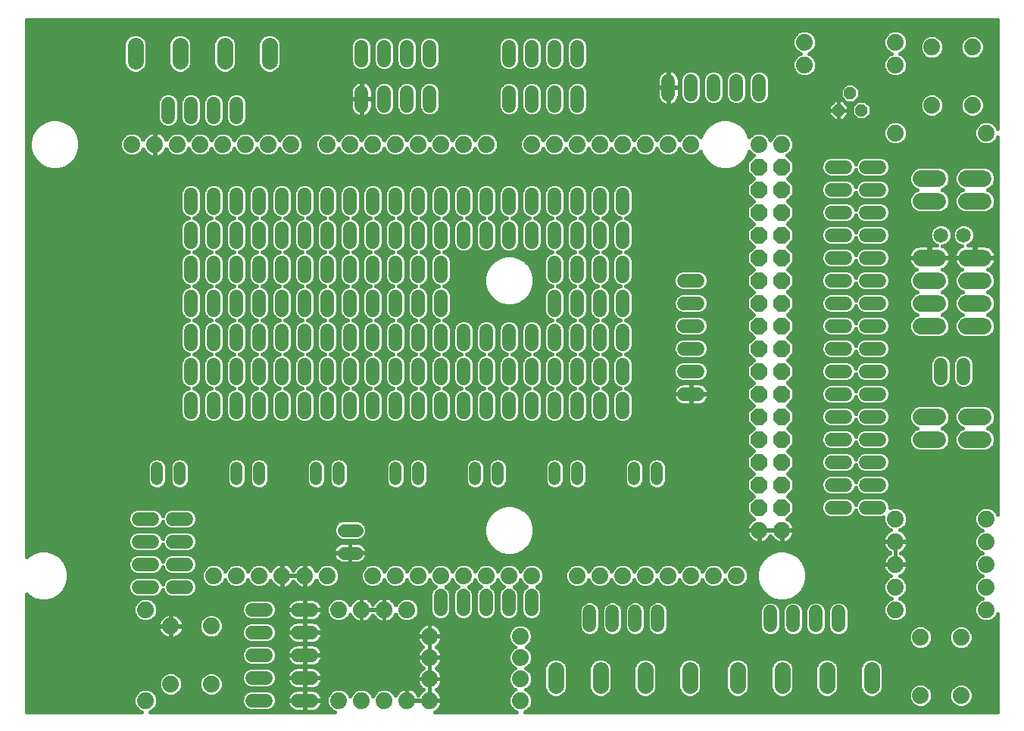
<source format=gbl>
G75*
%MOIN*%
%OFA0B0*%
%FSLAX25Y25*%
%IPPOS*%
%LPD*%
%AMOC8*
5,1,8,0,0,1.08239X$1,22.5*
%
%ADD10C,0.06000*%
%ADD11C,0.07400*%
%ADD12OC8,0.07400*%
%ADD13C,0.07400*%
%ADD14C,0.06500*%
%ADD15OC8,0.05200*%
%ADD16C,0.05200*%
%ADD17C,0.05600*%
%ADD18C,0.07050*%
%ADD19C,0.01600*%
D10*
X0057000Y0057800D02*
X0063000Y0057800D01*
X0072000Y0057800D02*
X0078000Y0057800D01*
X0078000Y0067800D02*
X0072000Y0067800D01*
X0063000Y0067800D02*
X0057000Y0067800D01*
X0057000Y0077800D02*
X0063000Y0077800D01*
X0072000Y0077800D02*
X0078000Y0077800D01*
X0078000Y0087800D02*
X0072000Y0087800D01*
X0063000Y0087800D02*
X0057000Y0087800D01*
X0107000Y0047800D02*
X0113000Y0047800D01*
X0113000Y0037800D02*
X0107000Y0037800D01*
X0107000Y0027800D02*
X0113000Y0027800D01*
X0113000Y0017800D02*
X0107000Y0017800D01*
X0107000Y0007800D02*
X0113000Y0007800D01*
X0127000Y0007800D02*
X0133000Y0007800D01*
X0133000Y0017800D02*
X0127000Y0017800D01*
X0127000Y0027800D02*
X0133000Y0027800D01*
X0133000Y0037800D02*
X0127000Y0037800D01*
X0127000Y0047800D02*
X0133000Y0047800D01*
X0189830Y0047928D02*
X0189830Y0053928D01*
X0199830Y0053928D02*
X0199830Y0047928D01*
X0209830Y0047928D02*
X0209830Y0053928D01*
X0219830Y0053928D02*
X0219830Y0047928D01*
X0229830Y0047928D02*
X0229830Y0053928D01*
X0255414Y0046916D02*
X0255414Y0040916D01*
X0265414Y0040916D02*
X0265414Y0046916D01*
X0275414Y0046916D02*
X0275414Y0040916D01*
X0285414Y0040916D02*
X0285414Y0046916D01*
X0335000Y0046859D02*
X0335000Y0040859D01*
X0345000Y0040859D02*
X0345000Y0046859D01*
X0355000Y0046859D02*
X0355000Y0040859D01*
X0365000Y0040859D02*
X0365000Y0046859D01*
X0368000Y0092800D02*
X0362000Y0092800D01*
X0362000Y0102800D02*
X0368000Y0102800D01*
X0377000Y0102800D02*
X0383000Y0102800D01*
X0383000Y0112800D02*
X0377000Y0112800D01*
X0368000Y0112800D02*
X0362000Y0112800D01*
X0362000Y0122800D02*
X0368000Y0122800D01*
X0377000Y0122800D02*
X0383000Y0122800D01*
X0383000Y0132800D02*
X0377000Y0132800D01*
X0368000Y0132800D02*
X0362000Y0132800D01*
X0362000Y0142800D02*
X0368000Y0142800D01*
X0377000Y0142800D02*
X0383000Y0142800D01*
X0383000Y0152800D02*
X0377000Y0152800D01*
X0368000Y0152800D02*
X0362000Y0152800D01*
X0362000Y0162800D02*
X0368000Y0162800D01*
X0377000Y0162800D02*
X0383000Y0162800D01*
X0383000Y0172800D02*
X0377000Y0172800D01*
X0368000Y0172800D02*
X0362000Y0172800D01*
X0362000Y0182800D02*
X0368000Y0182800D01*
X0377000Y0182800D02*
X0383000Y0182800D01*
X0383000Y0192800D02*
X0377000Y0192800D01*
X0368000Y0192800D02*
X0362000Y0192800D01*
X0362000Y0202800D02*
X0368000Y0202800D01*
X0377000Y0202800D02*
X0383000Y0202800D01*
X0383000Y0212800D02*
X0377000Y0212800D01*
X0368000Y0212800D02*
X0362000Y0212800D01*
X0362000Y0222800D02*
X0368000Y0222800D01*
X0377000Y0222800D02*
X0383000Y0222800D01*
X0383000Y0232800D02*
X0377000Y0232800D01*
X0368000Y0232800D02*
X0362000Y0232800D01*
X0362000Y0242800D02*
X0368000Y0242800D01*
X0377000Y0242800D02*
X0383000Y0242800D01*
X0330000Y0274800D02*
X0330000Y0280800D01*
X0320000Y0280800D02*
X0320000Y0274800D01*
X0310000Y0274800D02*
X0310000Y0280800D01*
X0300000Y0280800D02*
X0300000Y0274800D01*
X0290000Y0274800D02*
X0290000Y0280800D01*
X0250000Y0275800D02*
X0250000Y0269800D01*
X0240000Y0269800D02*
X0240000Y0275800D01*
X0230000Y0275800D02*
X0230000Y0269800D01*
X0220000Y0269800D02*
X0220000Y0275800D01*
X0220000Y0289800D02*
X0220000Y0295800D01*
X0230000Y0295800D02*
X0230000Y0289800D01*
X0240000Y0289800D02*
X0240000Y0295800D01*
X0250000Y0295800D02*
X0250000Y0289800D01*
X0185000Y0289800D02*
X0185000Y0295800D01*
X0175000Y0295800D02*
X0175000Y0289800D01*
X0165000Y0289800D02*
X0165000Y0295800D01*
X0155000Y0295800D02*
X0155000Y0289800D01*
X0155000Y0275800D02*
X0155000Y0269800D01*
X0165000Y0269800D02*
X0165000Y0275800D01*
X0175000Y0275800D02*
X0175000Y0269800D01*
X0185000Y0269800D02*
X0185000Y0275800D01*
X0180000Y0230800D02*
X0180000Y0224800D01*
X0190000Y0224800D02*
X0190000Y0230800D01*
X0200000Y0230800D02*
X0200000Y0224800D01*
X0210000Y0224800D02*
X0210000Y0230800D01*
X0220000Y0230800D02*
X0220000Y0224800D01*
X0230000Y0224800D02*
X0230000Y0230800D01*
X0240000Y0230800D02*
X0240000Y0224800D01*
X0250000Y0224800D02*
X0250000Y0230800D01*
X0260000Y0230800D02*
X0260000Y0224800D01*
X0270000Y0224800D02*
X0270000Y0230800D01*
X0270000Y0215800D02*
X0270000Y0209800D01*
X0260000Y0209800D02*
X0260000Y0215800D01*
X0250000Y0215800D02*
X0250000Y0209800D01*
X0240000Y0209800D02*
X0240000Y0215800D01*
X0230000Y0215800D02*
X0230000Y0209800D01*
X0220000Y0209800D02*
X0220000Y0215800D01*
X0210000Y0215800D02*
X0210000Y0209800D01*
X0200000Y0209800D02*
X0200000Y0215800D01*
X0190000Y0215800D02*
X0190000Y0209800D01*
X0180000Y0209800D02*
X0180000Y0215800D01*
X0170000Y0215800D02*
X0170000Y0209800D01*
X0160000Y0209800D02*
X0160000Y0215800D01*
X0150000Y0215800D02*
X0150000Y0209800D01*
X0140000Y0209800D02*
X0140000Y0215800D01*
X0130000Y0215800D02*
X0130000Y0209800D01*
X0130000Y0200800D02*
X0130000Y0194800D01*
X0140000Y0194800D02*
X0140000Y0200800D01*
X0150000Y0200800D02*
X0150000Y0194800D01*
X0160000Y0194800D02*
X0160000Y0200800D01*
X0170000Y0200800D02*
X0170000Y0194800D01*
X0170000Y0185800D02*
X0170000Y0179800D01*
X0160000Y0179800D02*
X0160000Y0185800D01*
X0150000Y0185800D02*
X0150000Y0179800D01*
X0140000Y0179800D02*
X0140000Y0185800D01*
X0130000Y0185800D02*
X0130000Y0179800D01*
X0130000Y0170800D02*
X0130000Y0164800D01*
X0140000Y0164800D02*
X0140000Y0170800D01*
X0150000Y0170800D02*
X0150000Y0164800D01*
X0160000Y0164800D02*
X0160000Y0170800D01*
X0170000Y0170800D02*
X0170000Y0164800D01*
X0170000Y0155800D02*
X0170000Y0149800D01*
X0160000Y0149800D02*
X0160000Y0155800D01*
X0150000Y0155800D02*
X0150000Y0149800D01*
X0140000Y0149800D02*
X0140000Y0155800D01*
X0130000Y0155800D02*
X0130000Y0149800D01*
X0130000Y0140800D02*
X0130000Y0134800D01*
X0140000Y0134800D02*
X0140000Y0140800D01*
X0150000Y0140800D02*
X0150000Y0134800D01*
X0160000Y0134800D02*
X0160000Y0140800D01*
X0170000Y0140800D02*
X0170000Y0134800D01*
X0180000Y0134800D02*
X0180000Y0140800D01*
X0190000Y0140800D02*
X0190000Y0134800D01*
X0200000Y0134800D02*
X0200000Y0140800D01*
X0210000Y0140800D02*
X0210000Y0134800D01*
X0220000Y0134800D02*
X0220000Y0140800D01*
X0230000Y0140800D02*
X0230000Y0134800D01*
X0240000Y0134800D02*
X0240000Y0140800D01*
X0250000Y0140800D02*
X0250000Y0134800D01*
X0260000Y0134800D02*
X0260000Y0140800D01*
X0270000Y0140800D02*
X0270000Y0134800D01*
X0270000Y0149800D02*
X0270000Y0155800D01*
X0260000Y0155800D02*
X0260000Y0149800D01*
X0250000Y0149800D02*
X0250000Y0155800D01*
X0240000Y0155800D02*
X0240000Y0149800D01*
X0230000Y0149800D02*
X0230000Y0155800D01*
X0220000Y0155800D02*
X0220000Y0149800D01*
X0210000Y0149800D02*
X0210000Y0155800D01*
X0200000Y0155800D02*
X0200000Y0149800D01*
X0190000Y0149800D02*
X0190000Y0155800D01*
X0180000Y0155800D02*
X0180000Y0149800D01*
X0180000Y0164800D02*
X0180000Y0170800D01*
X0190000Y0170800D02*
X0190000Y0164800D01*
X0200000Y0164800D02*
X0200000Y0170800D01*
X0210000Y0170800D02*
X0210000Y0164800D01*
X0220000Y0164800D02*
X0220000Y0170800D01*
X0230000Y0170800D02*
X0230000Y0164800D01*
X0240000Y0164800D02*
X0240000Y0170800D01*
X0250000Y0170800D02*
X0250000Y0164800D01*
X0260000Y0164800D02*
X0260000Y0170800D01*
X0270000Y0170800D02*
X0270000Y0164800D01*
X0270000Y0179800D02*
X0270000Y0185800D01*
X0260000Y0185800D02*
X0260000Y0179800D01*
X0250000Y0179800D02*
X0250000Y0185800D01*
X0240000Y0185800D02*
X0240000Y0179800D01*
X0240000Y0194800D02*
X0240000Y0200800D01*
X0250000Y0200800D02*
X0250000Y0194800D01*
X0260000Y0194800D02*
X0260000Y0200800D01*
X0270000Y0200800D02*
X0270000Y0194800D01*
X0297000Y0192800D02*
X0303000Y0192800D01*
X0303000Y0182800D02*
X0297000Y0182800D01*
X0297000Y0172800D02*
X0303000Y0172800D01*
X0303000Y0162800D02*
X0297000Y0162800D01*
X0297000Y0152800D02*
X0303000Y0152800D01*
X0303000Y0142800D02*
X0297000Y0142800D01*
X0377000Y0092800D02*
X0383000Y0092800D01*
X0410000Y0149800D02*
X0410000Y0155800D01*
X0420000Y0155800D02*
X0420000Y0149800D01*
X0190000Y0179800D02*
X0190000Y0185800D01*
X0180000Y0185800D02*
X0180000Y0179800D01*
X0180000Y0194800D02*
X0180000Y0200800D01*
X0190000Y0200800D02*
X0190000Y0194800D01*
X0170000Y0224800D02*
X0170000Y0230800D01*
X0160000Y0230800D02*
X0160000Y0224800D01*
X0150000Y0224800D02*
X0150000Y0230800D01*
X0140000Y0230800D02*
X0140000Y0224800D01*
X0130000Y0224800D02*
X0130000Y0230800D01*
X0120000Y0230800D02*
X0120000Y0224800D01*
X0110000Y0224800D02*
X0110000Y0230800D01*
X0100000Y0230800D02*
X0100000Y0224800D01*
X0090000Y0224800D02*
X0090000Y0230800D01*
X0080000Y0230800D02*
X0080000Y0224800D01*
X0080000Y0215800D02*
X0080000Y0209800D01*
X0080000Y0200800D02*
X0080000Y0194800D01*
X0080000Y0185800D02*
X0080000Y0179800D01*
X0080000Y0170800D02*
X0080000Y0164800D01*
X0080000Y0155800D02*
X0080000Y0149800D01*
X0080000Y0140800D02*
X0080000Y0134800D01*
X0090000Y0134800D02*
X0090000Y0140800D01*
X0100000Y0140800D02*
X0100000Y0134800D01*
X0110000Y0134800D02*
X0110000Y0140800D01*
X0120000Y0140800D02*
X0120000Y0134800D01*
X0120000Y0149800D02*
X0120000Y0155800D01*
X0110000Y0155800D02*
X0110000Y0149800D01*
X0100000Y0149800D02*
X0100000Y0155800D01*
X0090000Y0155800D02*
X0090000Y0149800D01*
X0090000Y0164800D02*
X0090000Y0170800D01*
X0100000Y0170800D02*
X0100000Y0164800D01*
X0110000Y0164800D02*
X0110000Y0170800D01*
X0120000Y0170800D02*
X0120000Y0164800D01*
X0120000Y0179800D02*
X0120000Y0185800D01*
X0110000Y0185800D02*
X0110000Y0179800D01*
X0100000Y0179800D02*
X0100000Y0185800D01*
X0090000Y0185800D02*
X0090000Y0179800D01*
X0090000Y0194800D02*
X0090000Y0200800D01*
X0100000Y0200800D02*
X0100000Y0194800D01*
X0110000Y0194800D02*
X0110000Y0200800D01*
X0120000Y0200800D02*
X0120000Y0194800D01*
X0120000Y0209800D02*
X0120000Y0215800D01*
X0110000Y0215800D02*
X0110000Y0209800D01*
X0100000Y0209800D02*
X0100000Y0215800D01*
X0090000Y0215800D02*
X0090000Y0209800D01*
X0090000Y0264800D02*
X0090000Y0270800D01*
X0100000Y0270800D02*
X0100000Y0264800D01*
X0080000Y0264800D02*
X0080000Y0270800D01*
X0070000Y0270800D02*
X0070000Y0264800D01*
D11*
X0074000Y0252800D03*
X0064000Y0252800D03*
X0054000Y0252800D03*
X0084000Y0252800D03*
X0094000Y0252800D03*
X0104000Y0252800D03*
X0114000Y0252800D03*
X0124000Y0252800D03*
X0140000Y0252800D03*
X0150000Y0252800D03*
X0160000Y0252800D03*
X0170000Y0252800D03*
X0180000Y0252800D03*
X0190000Y0252800D03*
X0200000Y0252800D03*
X0210000Y0252800D03*
X0230000Y0252800D03*
X0240000Y0252800D03*
X0250000Y0252800D03*
X0260000Y0252800D03*
X0270000Y0252800D03*
X0280000Y0252800D03*
X0290000Y0252800D03*
X0300000Y0252800D03*
X0330000Y0252800D03*
X0340000Y0252800D03*
X0350000Y0287800D03*
X0350000Y0297800D03*
X0390000Y0297800D03*
X0390000Y0287800D03*
X0406100Y0295600D03*
X0423900Y0295600D03*
X0423900Y0270000D03*
X0430000Y0257800D03*
X0406100Y0270000D03*
X0390000Y0257800D03*
X0390000Y0087800D03*
X0390000Y0077800D03*
X0390000Y0067800D03*
X0390000Y0057800D03*
X0390000Y0047800D03*
X0401100Y0035600D03*
X0418900Y0035600D03*
X0430000Y0047800D03*
X0430000Y0057800D03*
X0430000Y0067800D03*
X0430000Y0077800D03*
X0430000Y0087800D03*
X0340000Y0082800D03*
X0330000Y0082800D03*
X0320000Y0062800D03*
X0310000Y0062800D03*
X0300000Y0062800D03*
X0290000Y0062800D03*
X0280000Y0062800D03*
X0270000Y0062800D03*
X0260000Y0062800D03*
X0250000Y0062800D03*
X0230000Y0062800D03*
X0220000Y0062800D03*
X0210000Y0062800D03*
X0200000Y0062800D03*
X0190000Y0062800D03*
X0180000Y0062800D03*
X0170000Y0062800D03*
X0160000Y0062800D03*
X0140000Y0062800D03*
X0130000Y0062800D03*
X0120000Y0062800D03*
X0110000Y0062800D03*
X0100000Y0062800D03*
X0090000Y0062800D03*
X0088900Y0040600D03*
X0071100Y0040600D03*
X0060000Y0047800D03*
X0071100Y0015000D03*
X0060000Y0007800D03*
X0088900Y0015000D03*
X0145000Y0007800D03*
X0155000Y0007800D03*
X0165000Y0007800D03*
X0175000Y0007800D03*
X0185000Y0007800D03*
X0185000Y0017290D03*
X0185000Y0026779D03*
X0185000Y0036164D03*
X0175000Y0047800D03*
X0165000Y0047800D03*
X0155000Y0047800D03*
X0145000Y0047800D03*
X0225000Y0036164D03*
X0225000Y0026779D03*
X0225000Y0017290D03*
X0225000Y0007800D03*
X0401100Y0010000D03*
X0418900Y0010000D03*
D12*
X0340000Y0092800D03*
X0330000Y0092800D03*
X0330000Y0102800D03*
X0340000Y0102800D03*
X0340000Y0112800D03*
X0330000Y0112800D03*
X0330000Y0122800D03*
X0340000Y0122800D03*
X0340000Y0132800D03*
X0330000Y0132800D03*
X0330000Y0142800D03*
X0340000Y0142800D03*
X0340000Y0152800D03*
X0330000Y0152800D03*
X0330000Y0162800D03*
X0340000Y0162800D03*
X0340000Y0172800D03*
X0330000Y0172800D03*
X0330000Y0182800D03*
X0340000Y0182800D03*
X0340000Y0192800D03*
X0330000Y0192800D03*
X0330000Y0202800D03*
X0340000Y0202800D03*
X0340000Y0212800D03*
X0330000Y0212800D03*
X0330000Y0222800D03*
X0340000Y0222800D03*
X0340000Y0232800D03*
X0330000Y0232800D03*
X0330000Y0242800D03*
X0340000Y0242800D03*
D13*
X0401300Y0237800D02*
X0408700Y0237800D01*
X0408700Y0227800D02*
X0401300Y0227800D01*
X0421300Y0227800D02*
X0428700Y0227800D01*
X0428700Y0237800D02*
X0421300Y0237800D01*
X0421300Y0202800D02*
X0428700Y0202800D01*
X0428700Y0192800D02*
X0421300Y0192800D01*
X0408700Y0192800D02*
X0401300Y0192800D01*
X0401300Y0202800D02*
X0408700Y0202800D01*
X0408700Y0182800D02*
X0401300Y0182800D01*
X0401300Y0172800D02*
X0408700Y0172800D01*
X0421300Y0172800D02*
X0428700Y0172800D01*
X0428700Y0182800D02*
X0421300Y0182800D01*
X0421300Y0132800D02*
X0428700Y0132800D01*
X0428700Y0122800D02*
X0421300Y0122800D01*
X0408700Y0122800D02*
X0401300Y0122800D01*
X0401300Y0132800D02*
X0408700Y0132800D01*
D14*
X0410000Y0212800D03*
X0420000Y0212800D03*
D15*
X0375000Y0267800D03*
X0370000Y0275300D03*
X0365000Y0267800D03*
D16*
X0285000Y0110400D02*
X0285000Y0105200D01*
X0275000Y0105200D02*
X0275000Y0110400D01*
X0250000Y0110400D02*
X0250000Y0105200D01*
X0240000Y0105200D02*
X0240000Y0110400D01*
X0215000Y0110400D02*
X0215000Y0105200D01*
X0205000Y0105200D02*
X0205000Y0110400D01*
X0180000Y0110400D02*
X0180000Y0105200D01*
X0170000Y0105200D02*
X0170000Y0110400D01*
X0145000Y0110400D02*
X0145000Y0105200D01*
X0135000Y0105200D02*
X0135000Y0110400D01*
X0110000Y0110400D02*
X0110000Y0105200D01*
X0100000Y0105200D02*
X0100000Y0110400D01*
X0075000Y0110400D02*
X0075000Y0105200D01*
X0065000Y0105200D02*
X0065000Y0110400D01*
D17*
X0147200Y0082800D02*
X0152800Y0082800D01*
X0152800Y0072800D02*
X0147200Y0072800D01*
D18*
X0240472Y0021325D02*
X0240472Y0014275D01*
X0260157Y0014275D02*
X0260157Y0021325D01*
X0279843Y0021325D02*
X0279843Y0014275D01*
X0299528Y0014275D02*
X0299528Y0021325D01*
X0320472Y0021325D02*
X0320472Y0014275D01*
X0340157Y0014275D02*
X0340157Y0021325D01*
X0359843Y0021325D02*
X0359843Y0014275D01*
X0379528Y0014275D02*
X0379528Y0021325D01*
X0114528Y0289275D02*
X0114528Y0296325D01*
X0094843Y0296325D02*
X0094843Y0289275D01*
X0075157Y0289275D02*
X0075157Y0296325D01*
X0055472Y0296325D02*
X0055472Y0289275D01*
D19*
X0007470Y0054633D02*
X0007470Y0002800D01*
X0058222Y0002800D01*
X0056998Y0003307D01*
X0055507Y0004798D01*
X0054700Y0006746D01*
X0054700Y0008854D01*
X0055507Y0010802D01*
X0056998Y0012293D01*
X0058946Y0013100D01*
X0061054Y0013100D01*
X0063002Y0012293D01*
X0064493Y0010802D01*
X0065300Y0008854D01*
X0065300Y0006746D01*
X0064493Y0004798D01*
X0063002Y0003307D01*
X0061778Y0002800D01*
X0143222Y0002800D01*
X0141998Y0003307D01*
X0140507Y0004798D01*
X0139700Y0006746D01*
X0139700Y0008854D01*
X0140507Y0010802D01*
X0141998Y0012293D01*
X0143946Y0013100D01*
X0146054Y0013100D01*
X0148002Y0012293D01*
X0149493Y0010802D01*
X0150000Y0009578D01*
X0150507Y0010802D01*
X0151998Y0012293D01*
X0153946Y0013100D01*
X0156054Y0013100D01*
X0158002Y0012293D01*
X0159493Y0010802D01*
X0160000Y0009578D01*
X0160507Y0010802D01*
X0161998Y0012293D01*
X0163946Y0013100D01*
X0166054Y0013100D01*
X0168002Y0012293D01*
X0169493Y0010802D01*
X0169885Y0009856D01*
X0169903Y0009911D01*
X0170296Y0010683D01*
X0170805Y0011383D01*
X0171417Y0011995D01*
X0172117Y0012504D01*
X0172889Y0012897D01*
X0173712Y0013165D01*
X0174567Y0013300D01*
X0174914Y0013300D01*
X0174914Y0007886D01*
X0175086Y0007886D01*
X0184914Y0007886D01*
X0184914Y0017204D01*
X0179500Y0017204D01*
X0179500Y0016857D01*
X0179635Y0016002D01*
X0179903Y0015178D01*
X0180296Y0014407D01*
X0180805Y0013707D01*
X0181417Y0013094D01*
X0182117Y0012586D01*
X0182197Y0012545D01*
X0182117Y0012504D01*
X0181417Y0011995D01*
X0180805Y0011383D01*
X0180296Y0010683D01*
X0180000Y0010102D01*
X0179704Y0010683D01*
X0179195Y0011383D01*
X0178583Y0011995D01*
X0177883Y0012504D01*
X0177111Y0012897D01*
X0176288Y0013165D01*
X0175433Y0013300D01*
X0175086Y0013300D01*
X0175086Y0007886D01*
X0175086Y0007714D01*
X0179500Y0007714D01*
X0184914Y0007714D01*
X0184914Y0007886D01*
X0185086Y0007886D01*
X0185086Y0011790D01*
X0185086Y0017204D01*
X0185086Y0017375D01*
X0190500Y0017375D01*
X0190500Y0017722D01*
X0190365Y0018577D01*
X0190097Y0019401D01*
X0189704Y0020172D01*
X0189195Y0020873D01*
X0188583Y0021485D01*
X0187883Y0021994D01*
X0187803Y0022034D01*
X0187883Y0022075D01*
X0188583Y0022584D01*
X0189195Y0023196D01*
X0189704Y0023896D01*
X0190097Y0024668D01*
X0190365Y0025491D01*
X0190500Y0026346D01*
X0190500Y0026693D01*
X0185086Y0026693D01*
X0185086Y0017375D01*
X0184914Y0017375D01*
X0184914Y0017204D01*
X0185086Y0017204D01*
X0190500Y0017204D01*
X0190500Y0016857D01*
X0190365Y0016002D01*
X0190097Y0015178D01*
X0189704Y0014407D01*
X0189195Y0013707D01*
X0188583Y0013094D01*
X0187883Y0012586D01*
X0187803Y0012545D01*
X0187883Y0012504D01*
X0188583Y0011995D01*
X0189195Y0011383D01*
X0189704Y0010683D01*
X0190097Y0009911D01*
X0190365Y0009088D01*
X0190500Y0008233D01*
X0190500Y0007886D01*
X0185086Y0007886D01*
X0185086Y0007714D01*
X0190500Y0007714D01*
X0190500Y0007367D01*
X0190365Y0006512D01*
X0190097Y0005689D01*
X0189704Y0004917D01*
X0189195Y0004217D01*
X0188583Y0003605D01*
X0187883Y0003096D01*
X0187302Y0002800D01*
X0223222Y0002800D01*
X0221998Y0003307D01*
X0220507Y0004798D01*
X0219700Y0006746D01*
X0219700Y0008854D01*
X0220507Y0010802D01*
X0221998Y0012293D01*
X0222605Y0012545D01*
X0221998Y0012796D01*
X0220507Y0014287D01*
X0219700Y0016235D01*
X0219700Y0018344D01*
X0220507Y0020292D01*
X0221998Y0021783D01*
X0222605Y0022034D01*
X0221998Y0022286D01*
X0220507Y0023777D01*
X0219700Y0025725D01*
X0219700Y0027833D01*
X0220507Y0029781D01*
X0221998Y0031272D01*
X0222479Y0031472D01*
X0221998Y0031671D01*
X0220507Y0033162D01*
X0219700Y0035110D01*
X0219700Y0037219D01*
X0220507Y0039167D01*
X0221998Y0040657D01*
X0223946Y0041464D01*
X0226054Y0041464D01*
X0228002Y0040657D01*
X0229493Y0039167D01*
X0230300Y0037219D01*
X0230300Y0035110D01*
X0229493Y0033162D01*
X0228002Y0031671D01*
X0227521Y0031472D01*
X0228002Y0031272D01*
X0229493Y0029781D01*
X0230300Y0027833D01*
X0230300Y0025725D01*
X0229493Y0023777D01*
X0228002Y0022286D01*
X0227395Y0022034D01*
X0228002Y0021783D01*
X0229493Y0020292D01*
X0230300Y0018344D01*
X0230300Y0016235D01*
X0229493Y0014287D01*
X0228002Y0012796D01*
X0227395Y0012545D01*
X0228002Y0012293D01*
X0229493Y0010802D01*
X0230300Y0008854D01*
X0230300Y0006746D01*
X0229493Y0004798D01*
X0228002Y0003307D01*
X0226778Y0002800D01*
X0435000Y0002800D01*
X0435000Y0046022D01*
X0434493Y0044798D01*
X0433002Y0043307D01*
X0431054Y0042500D01*
X0428946Y0042500D01*
X0426998Y0043307D01*
X0425507Y0044798D01*
X0424700Y0046746D01*
X0424700Y0048854D01*
X0425507Y0050802D01*
X0426998Y0052293D01*
X0428222Y0052800D01*
X0426998Y0053307D01*
X0425507Y0054798D01*
X0424700Y0056746D01*
X0424700Y0058854D01*
X0425507Y0060802D01*
X0426998Y0062293D01*
X0428222Y0062800D01*
X0426998Y0063307D01*
X0425507Y0064798D01*
X0424700Y0066746D01*
X0424700Y0068854D01*
X0425507Y0070802D01*
X0426998Y0072293D01*
X0428222Y0072800D01*
X0426998Y0073307D01*
X0425507Y0074798D01*
X0424700Y0076746D01*
X0424700Y0078854D01*
X0425507Y0080802D01*
X0426998Y0082293D01*
X0428222Y0082800D01*
X0426998Y0083307D01*
X0425507Y0084798D01*
X0424700Y0086746D01*
X0424700Y0088854D01*
X0425507Y0090802D01*
X0426998Y0092293D01*
X0428946Y0093100D01*
X0431054Y0093100D01*
X0433002Y0092293D01*
X0434493Y0090802D01*
X0435000Y0089578D01*
X0435000Y0256022D01*
X0434493Y0254798D01*
X0433002Y0253307D01*
X0431054Y0252500D01*
X0428946Y0252500D01*
X0426998Y0253307D01*
X0425507Y0254798D01*
X0424700Y0256746D01*
X0424700Y0258854D01*
X0425507Y0260802D01*
X0426998Y0262293D01*
X0428946Y0263100D01*
X0431054Y0263100D01*
X0433002Y0262293D01*
X0434493Y0260802D01*
X0435000Y0259578D01*
X0435000Y0307800D01*
X0007470Y0307800D01*
X0007470Y0070967D01*
X0008185Y0071682D01*
X0010716Y0073143D01*
X0013539Y0073899D01*
X0016461Y0073899D01*
X0019284Y0073143D01*
X0021815Y0071682D01*
X0023882Y0069615D01*
X0025343Y0067084D01*
X0026099Y0064261D01*
X0026099Y0061339D01*
X0025343Y0058516D01*
X0023882Y0055985D01*
X0021815Y0053918D01*
X0019284Y0052457D01*
X0016461Y0051701D01*
X0013539Y0051701D01*
X0010716Y0052457D01*
X0008185Y0053918D01*
X0007470Y0054633D01*
X0007470Y0053748D02*
X0008480Y0053748D01*
X0007470Y0052149D02*
X0011865Y0052149D01*
X0007470Y0050551D02*
X0055403Y0050551D01*
X0055507Y0050802D02*
X0054700Y0048854D01*
X0054700Y0046746D01*
X0055507Y0044798D01*
X0056998Y0043307D01*
X0058946Y0042500D01*
X0061054Y0042500D01*
X0063002Y0043307D01*
X0064493Y0044798D01*
X0065300Y0046746D01*
X0065300Y0048854D01*
X0064493Y0050802D01*
X0063002Y0052293D01*
X0061054Y0053100D01*
X0058946Y0053100D01*
X0056998Y0052293D01*
X0055507Y0050802D01*
X0056854Y0052149D02*
X0018135Y0052149D01*
X0021520Y0053748D02*
X0054762Y0053748D01*
X0054394Y0053900D02*
X0056085Y0053200D01*
X0063915Y0053200D01*
X0065606Y0053900D01*
X0066900Y0055194D01*
X0067500Y0056644D01*
X0068100Y0055194D01*
X0069394Y0053900D01*
X0071085Y0053200D01*
X0078915Y0053200D01*
X0080606Y0053900D01*
X0081900Y0055194D01*
X0082600Y0056885D01*
X0082600Y0058715D01*
X0081900Y0060406D01*
X0080606Y0061700D01*
X0078915Y0062400D01*
X0071085Y0062400D01*
X0069394Y0061700D01*
X0068100Y0060406D01*
X0067500Y0058956D01*
X0066900Y0060406D01*
X0065606Y0061700D01*
X0063915Y0062400D01*
X0056085Y0062400D01*
X0054394Y0061700D01*
X0053100Y0060406D01*
X0052400Y0058715D01*
X0052400Y0056885D01*
X0053100Y0055194D01*
X0054394Y0053900D01*
X0053037Y0055346D02*
X0023243Y0055346D01*
X0024436Y0056945D02*
X0052400Y0056945D01*
X0052400Y0058543D02*
X0025350Y0058543D01*
X0025779Y0060142D02*
X0052991Y0060142D01*
X0054493Y0061740D02*
X0026099Y0061740D01*
X0026099Y0063339D02*
X0055749Y0063339D01*
X0056085Y0063200D02*
X0063915Y0063200D01*
X0065606Y0063900D01*
X0066900Y0065194D01*
X0067500Y0066644D01*
X0068100Y0065194D01*
X0069394Y0063900D01*
X0071085Y0063200D01*
X0078915Y0063200D01*
X0080606Y0063900D01*
X0081900Y0065194D01*
X0082600Y0066885D01*
X0082600Y0068715D01*
X0081900Y0070406D01*
X0080606Y0071700D01*
X0078915Y0072400D01*
X0071085Y0072400D01*
X0069394Y0071700D01*
X0068100Y0070406D01*
X0067500Y0068956D01*
X0066900Y0070406D01*
X0065606Y0071700D01*
X0063915Y0072400D01*
X0056085Y0072400D01*
X0054394Y0071700D01*
X0053100Y0070406D01*
X0052400Y0068715D01*
X0052400Y0066885D01*
X0053100Y0065194D01*
X0054394Y0063900D01*
X0056085Y0063200D01*
X0053357Y0064937D02*
X0025918Y0064937D01*
X0025490Y0066536D02*
X0052545Y0066536D01*
X0052400Y0068134D02*
X0024736Y0068134D01*
X0023764Y0069733D02*
X0052822Y0069733D01*
X0054026Y0071332D02*
X0022165Y0071332D01*
X0019653Y0072930D02*
X0142600Y0072930D01*
X0142600Y0072900D02*
X0149900Y0072900D01*
X0149900Y0077400D01*
X0146838Y0077400D01*
X0146123Y0077287D01*
X0145434Y0077063D01*
X0144789Y0076734D01*
X0144203Y0076309D01*
X0143691Y0075797D01*
X0143266Y0075211D01*
X0142937Y0074566D01*
X0142713Y0073877D01*
X0142600Y0073162D01*
X0142600Y0072900D01*
X0142600Y0072700D02*
X0142600Y0072438D01*
X0142713Y0071723D01*
X0142937Y0071034D01*
X0143266Y0070389D01*
X0143691Y0069803D01*
X0144203Y0069291D01*
X0144789Y0068866D01*
X0145434Y0068537D01*
X0146123Y0068313D01*
X0146838Y0068200D01*
X0149900Y0068200D01*
X0149900Y0072700D01*
X0150100Y0072700D01*
X0150100Y0072900D01*
X0149900Y0072900D01*
X0149900Y0072700D01*
X0142600Y0072700D01*
X0142840Y0071332D02*
X0080974Y0071332D01*
X0082178Y0069733D02*
X0143762Y0069733D01*
X0143002Y0067293D02*
X0141054Y0068100D01*
X0138946Y0068100D01*
X0136998Y0067293D01*
X0135507Y0065802D01*
X0135115Y0064856D01*
X0135097Y0064911D01*
X0134704Y0065683D01*
X0134195Y0066383D01*
X0133583Y0066995D01*
X0132883Y0067504D01*
X0132111Y0067897D01*
X0131288Y0068165D01*
X0130433Y0068300D01*
X0130200Y0068300D01*
X0130200Y0063000D01*
X0129800Y0063000D01*
X0129800Y0068300D01*
X0129567Y0068300D01*
X0128712Y0068165D01*
X0127889Y0067897D01*
X0127117Y0067504D01*
X0126417Y0066995D01*
X0125805Y0066383D01*
X0125296Y0065683D01*
X0125000Y0065102D01*
X0124704Y0065683D01*
X0124195Y0066383D01*
X0123583Y0066995D01*
X0122883Y0067504D01*
X0122111Y0067897D01*
X0121288Y0068165D01*
X0120433Y0068300D01*
X0120200Y0068300D01*
X0120200Y0063000D01*
X0119800Y0063000D01*
X0119800Y0068300D01*
X0119567Y0068300D01*
X0118712Y0068165D01*
X0117889Y0067897D01*
X0117117Y0067504D01*
X0116417Y0066995D01*
X0115805Y0066383D01*
X0115296Y0065683D01*
X0114903Y0064911D01*
X0114885Y0064856D01*
X0114493Y0065802D01*
X0113002Y0067293D01*
X0111054Y0068100D01*
X0108946Y0068100D01*
X0106998Y0067293D01*
X0105507Y0065802D01*
X0105000Y0064578D01*
X0104493Y0065802D01*
X0103002Y0067293D01*
X0101054Y0068100D01*
X0098946Y0068100D01*
X0096998Y0067293D01*
X0095507Y0065802D01*
X0095000Y0064578D01*
X0094493Y0065802D01*
X0093002Y0067293D01*
X0091054Y0068100D01*
X0088946Y0068100D01*
X0086998Y0067293D01*
X0085507Y0065802D01*
X0084700Y0063854D01*
X0084700Y0061746D01*
X0085507Y0059798D01*
X0086998Y0058307D01*
X0088946Y0057500D01*
X0091054Y0057500D01*
X0093002Y0058307D01*
X0094493Y0059798D01*
X0095000Y0061022D01*
X0095507Y0059798D01*
X0096998Y0058307D01*
X0098946Y0057500D01*
X0101054Y0057500D01*
X0103002Y0058307D01*
X0104493Y0059798D01*
X0105000Y0061022D01*
X0105507Y0059798D01*
X0106998Y0058307D01*
X0108946Y0057500D01*
X0111054Y0057500D01*
X0113002Y0058307D01*
X0114493Y0059798D01*
X0114885Y0060744D01*
X0114903Y0060689D01*
X0115296Y0059917D01*
X0115805Y0059217D01*
X0116417Y0058605D01*
X0117117Y0058096D01*
X0117889Y0057703D01*
X0118712Y0057435D01*
X0119567Y0057300D01*
X0119800Y0057300D01*
X0119800Y0062600D01*
X0120200Y0062600D01*
X0120200Y0063000D01*
X0129800Y0063000D01*
X0129800Y0062600D01*
X0130200Y0062600D01*
X0130200Y0057300D01*
X0130433Y0057300D01*
X0131288Y0057435D01*
X0132111Y0057703D01*
X0132883Y0058096D01*
X0133583Y0058605D01*
X0134195Y0059217D01*
X0134704Y0059917D01*
X0135097Y0060689D01*
X0135115Y0060744D01*
X0135507Y0059798D01*
X0136998Y0058307D01*
X0138946Y0057500D01*
X0141054Y0057500D01*
X0143002Y0058307D01*
X0144493Y0059798D01*
X0145300Y0061746D01*
X0145300Y0063854D01*
X0144493Y0065802D01*
X0143002Y0067293D01*
X0143759Y0066536D02*
X0156241Y0066536D01*
X0155507Y0065802D02*
X0154700Y0063854D01*
X0154700Y0061746D01*
X0155507Y0059798D01*
X0156998Y0058307D01*
X0158946Y0057500D01*
X0161054Y0057500D01*
X0163002Y0058307D01*
X0164493Y0059798D01*
X0165000Y0061022D01*
X0165507Y0059798D01*
X0166998Y0058307D01*
X0168946Y0057500D01*
X0171054Y0057500D01*
X0173002Y0058307D01*
X0174493Y0059798D01*
X0175000Y0061022D01*
X0175507Y0059798D01*
X0176998Y0058307D01*
X0178946Y0057500D01*
X0181054Y0057500D01*
X0183002Y0058307D01*
X0184493Y0059798D01*
X0185000Y0061022D01*
X0185507Y0059798D01*
X0186998Y0058307D01*
X0187689Y0058021D01*
X0187224Y0057828D01*
X0185930Y0056534D01*
X0185230Y0054843D01*
X0185230Y0047013D01*
X0185930Y0045323D01*
X0187224Y0044029D01*
X0188915Y0043328D01*
X0190745Y0043328D01*
X0192436Y0044029D01*
X0193730Y0045323D01*
X0194430Y0047013D01*
X0194430Y0054843D01*
X0193730Y0056534D01*
X0192436Y0057828D01*
X0192141Y0057950D01*
X0193002Y0058307D01*
X0194493Y0059798D01*
X0195000Y0061022D01*
X0195507Y0059798D01*
X0196998Y0058307D01*
X0197689Y0058021D01*
X0197224Y0057828D01*
X0195930Y0056534D01*
X0195230Y0054843D01*
X0195230Y0047013D01*
X0195930Y0045323D01*
X0197224Y0044029D01*
X0198915Y0043328D01*
X0200745Y0043328D01*
X0202436Y0044029D01*
X0203730Y0045323D01*
X0204430Y0047013D01*
X0204430Y0054843D01*
X0203730Y0056534D01*
X0202436Y0057828D01*
X0202141Y0057950D01*
X0203002Y0058307D01*
X0204493Y0059798D01*
X0205000Y0061022D01*
X0205507Y0059798D01*
X0206998Y0058307D01*
X0207689Y0058021D01*
X0207224Y0057828D01*
X0205930Y0056534D01*
X0205230Y0054843D01*
X0205230Y0047013D01*
X0205930Y0045323D01*
X0207224Y0044029D01*
X0208915Y0043328D01*
X0210745Y0043328D01*
X0212436Y0044029D01*
X0213730Y0045323D01*
X0214430Y0047013D01*
X0214430Y0054843D01*
X0213730Y0056534D01*
X0212436Y0057828D01*
X0212141Y0057950D01*
X0213002Y0058307D01*
X0214493Y0059798D01*
X0215000Y0061022D01*
X0215507Y0059798D01*
X0216998Y0058307D01*
X0217689Y0058021D01*
X0217224Y0057828D01*
X0215930Y0056534D01*
X0215230Y0054843D01*
X0215230Y0047013D01*
X0215930Y0045323D01*
X0217224Y0044029D01*
X0218915Y0043328D01*
X0220745Y0043328D01*
X0222436Y0044029D01*
X0223730Y0045323D01*
X0224430Y0047013D01*
X0224430Y0054843D01*
X0223730Y0056534D01*
X0222436Y0057828D01*
X0222141Y0057950D01*
X0223002Y0058307D01*
X0224493Y0059798D01*
X0225000Y0061022D01*
X0225507Y0059798D01*
X0226998Y0058307D01*
X0227689Y0058021D01*
X0227224Y0057828D01*
X0225930Y0056534D01*
X0225230Y0054843D01*
X0225230Y0047013D01*
X0225930Y0045323D01*
X0227224Y0044029D01*
X0228915Y0043328D01*
X0230745Y0043328D01*
X0232436Y0044029D01*
X0233730Y0045323D01*
X0234430Y0047013D01*
X0234430Y0054843D01*
X0233730Y0056534D01*
X0232436Y0057828D01*
X0232141Y0057950D01*
X0233002Y0058307D01*
X0234493Y0059798D01*
X0235300Y0061746D01*
X0235300Y0063854D01*
X0234493Y0065802D01*
X0233002Y0067293D01*
X0231054Y0068100D01*
X0228946Y0068100D01*
X0226998Y0067293D01*
X0225507Y0065802D01*
X0225000Y0064578D01*
X0224493Y0065802D01*
X0223002Y0067293D01*
X0221054Y0068100D01*
X0218946Y0068100D01*
X0216998Y0067293D01*
X0215507Y0065802D01*
X0215000Y0064578D01*
X0214493Y0065802D01*
X0213002Y0067293D01*
X0211054Y0068100D01*
X0208946Y0068100D01*
X0206998Y0067293D01*
X0205507Y0065802D01*
X0205000Y0064578D01*
X0204493Y0065802D01*
X0203002Y0067293D01*
X0201054Y0068100D01*
X0198946Y0068100D01*
X0196998Y0067293D01*
X0195507Y0065802D01*
X0195000Y0064578D01*
X0194493Y0065802D01*
X0193002Y0067293D01*
X0191054Y0068100D01*
X0188946Y0068100D01*
X0186998Y0067293D01*
X0185507Y0065802D01*
X0185000Y0064578D01*
X0184493Y0065802D01*
X0183002Y0067293D01*
X0181054Y0068100D01*
X0178946Y0068100D01*
X0176998Y0067293D01*
X0175507Y0065802D01*
X0175000Y0064578D01*
X0174493Y0065802D01*
X0173002Y0067293D01*
X0171054Y0068100D01*
X0168946Y0068100D01*
X0166998Y0067293D01*
X0165507Y0065802D01*
X0165000Y0064578D01*
X0164493Y0065802D01*
X0163002Y0067293D01*
X0161054Y0068100D01*
X0158946Y0068100D01*
X0156998Y0067293D01*
X0155507Y0065802D01*
X0155149Y0064937D02*
X0144851Y0064937D01*
X0145300Y0063339D02*
X0154700Y0063339D01*
X0154702Y0061740D02*
X0145298Y0061740D01*
X0144636Y0060142D02*
X0155364Y0060142D01*
X0156761Y0058543D02*
X0143239Y0058543D01*
X0143946Y0053100D02*
X0141998Y0052293D01*
X0140507Y0050802D01*
X0139700Y0048854D01*
X0139700Y0046746D01*
X0140507Y0044798D01*
X0141998Y0043307D01*
X0143946Y0042500D01*
X0146054Y0042500D01*
X0148002Y0043307D01*
X0149493Y0044798D01*
X0149885Y0045744D01*
X0149903Y0045689D01*
X0150296Y0044917D01*
X0150805Y0044217D01*
X0151417Y0043605D01*
X0152117Y0043096D01*
X0152889Y0042703D01*
X0153712Y0042435D01*
X0154567Y0042300D01*
X0154914Y0042300D01*
X0154914Y0047714D01*
X0155086Y0047714D01*
X0155086Y0047886D01*
X0154914Y0047886D01*
X0154914Y0053300D01*
X0154567Y0053300D01*
X0153712Y0053165D01*
X0152889Y0052897D01*
X0152117Y0052504D01*
X0151417Y0051995D01*
X0150805Y0051383D01*
X0150296Y0050683D01*
X0149903Y0049911D01*
X0149885Y0049856D01*
X0149493Y0050802D01*
X0148002Y0052293D01*
X0146054Y0053100D01*
X0143946Y0053100D01*
X0141854Y0052149D02*
X0135037Y0052149D01*
X0134843Y0052248D02*
X0134124Y0052482D01*
X0133378Y0052600D01*
X0130200Y0052600D01*
X0130200Y0048000D01*
X0129800Y0048000D01*
X0129800Y0052600D01*
X0126622Y0052600D01*
X0125876Y0052482D01*
X0125157Y0052248D01*
X0124484Y0051905D01*
X0123873Y0051461D01*
X0123339Y0050927D01*
X0122895Y0050316D01*
X0122552Y0049643D01*
X0122318Y0048924D01*
X0122200Y0048178D01*
X0122200Y0048000D01*
X0129800Y0048000D01*
X0129800Y0047600D01*
X0130200Y0047600D01*
X0130200Y0048000D01*
X0137800Y0048000D01*
X0137800Y0048178D01*
X0137682Y0048924D01*
X0137448Y0049643D01*
X0137105Y0050316D01*
X0136661Y0050927D01*
X0136127Y0051461D01*
X0135516Y0051905D01*
X0134843Y0052248D01*
X0136934Y0050551D02*
X0140403Y0050551D01*
X0139741Y0048952D02*
X0137673Y0048952D01*
X0137800Y0047600D02*
X0130200Y0047600D01*
X0130200Y0043000D01*
X0133378Y0043000D01*
X0134124Y0043118D01*
X0134843Y0043352D01*
X0135516Y0043695D01*
X0136127Y0044139D01*
X0136661Y0044673D01*
X0137105Y0045284D01*
X0137448Y0045957D01*
X0137682Y0046676D01*
X0137800Y0047422D01*
X0137800Y0047600D01*
X0137789Y0047354D02*
X0139700Y0047354D01*
X0140110Y0045755D02*
X0137345Y0045755D01*
X0136145Y0044157D02*
X0141148Y0044157D01*
X0143805Y0042558D02*
X0133641Y0042558D01*
X0133378Y0042600D02*
X0130200Y0042600D01*
X0130200Y0038000D01*
X0129800Y0038000D01*
X0129800Y0042600D01*
X0126622Y0042600D01*
X0125876Y0042482D01*
X0125157Y0042248D01*
X0124484Y0041905D01*
X0123873Y0041461D01*
X0123339Y0040927D01*
X0122895Y0040316D01*
X0122552Y0039643D01*
X0122318Y0038924D01*
X0122200Y0038178D01*
X0122200Y0038000D01*
X0129800Y0038000D01*
X0129800Y0037600D01*
X0130200Y0037600D01*
X0130200Y0038000D01*
X0137800Y0038000D01*
X0137800Y0038178D01*
X0137682Y0038924D01*
X0137448Y0039643D01*
X0137105Y0040316D01*
X0136661Y0040927D01*
X0136127Y0041461D01*
X0135516Y0041905D01*
X0134843Y0042248D01*
X0134124Y0042482D01*
X0133378Y0042600D01*
X0130200Y0042558D02*
X0129800Y0042558D01*
X0129800Y0043000D02*
X0129800Y0047600D01*
X0122200Y0047600D01*
X0122200Y0047422D01*
X0122318Y0046676D01*
X0122552Y0045957D01*
X0122895Y0045284D01*
X0123339Y0044673D01*
X0123873Y0044139D01*
X0124484Y0043695D01*
X0125157Y0043352D01*
X0125876Y0043118D01*
X0126622Y0043000D01*
X0129800Y0043000D01*
X0129800Y0044157D02*
X0130200Y0044157D01*
X0130200Y0045755D02*
X0129800Y0045755D01*
X0129800Y0047354D02*
X0130200Y0047354D01*
X0130200Y0048952D02*
X0129800Y0048952D01*
X0129800Y0050551D02*
X0130200Y0050551D01*
X0130200Y0052149D02*
X0129800Y0052149D01*
X0124963Y0052149D02*
X0114520Y0052149D01*
X0113915Y0052400D02*
X0106085Y0052400D01*
X0104394Y0051700D01*
X0103100Y0050406D01*
X0102400Y0048715D01*
X0102400Y0046885D01*
X0103100Y0045194D01*
X0104394Y0043900D01*
X0106085Y0043200D01*
X0113915Y0043200D01*
X0115606Y0043900D01*
X0116900Y0045194D01*
X0117600Y0046885D01*
X0117600Y0048715D01*
X0116900Y0050406D01*
X0115606Y0051700D01*
X0113915Y0052400D01*
X0116754Y0050551D02*
X0123066Y0050551D01*
X0122327Y0048952D02*
X0117502Y0048952D01*
X0117600Y0047354D02*
X0122211Y0047354D01*
X0122655Y0045755D02*
X0117132Y0045755D01*
X0115862Y0044157D02*
X0123855Y0044157D01*
X0126359Y0042558D02*
X0093826Y0042558D01*
X0094200Y0041654D02*
X0093393Y0043602D01*
X0091902Y0045093D01*
X0089954Y0045900D01*
X0087846Y0045900D01*
X0085898Y0045093D01*
X0084407Y0043602D01*
X0083600Y0041654D01*
X0083600Y0039546D01*
X0084407Y0037598D01*
X0085898Y0036107D01*
X0087846Y0035300D01*
X0089954Y0035300D01*
X0091902Y0036107D01*
X0093393Y0037598D01*
X0094200Y0039546D01*
X0094200Y0041654D01*
X0094200Y0040960D02*
X0103654Y0040960D01*
X0103100Y0040406D02*
X0102400Y0038715D01*
X0102400Y0036885D01*
X0103100Y0035194D01*
X0104394Y0033900D01*
X0106085Y0033200D01*
X0113915Y0033200D01*
X0115606Y0033900D01*
X0116900Y0035194D01*
X0117600Y0036885D01*
X0117600Y0038715D01*
X0116900Y0040406D01*
X0115606Y0041700D01*
X0113915Y0042400D01*
X0106085Y0042400D01*
X0104394Y0041700D01*
X0103100Y0040406D01*
X0102668Y0039361D02*
X0094124Y0039361D01*
X0093461Y0037763D02*
X0102400Y0037763D01*
X0102699Y0036164D02*
X0091960Y0036164D01*
X0085840Y0036164D02*
X0074352Y0036164D01*
X0074683Y0036405D02*
X0075295Y0037017D01*
X0075804Y0037717D01*
X0076197Y0038489D01*
X0076465Y0039312D01*
X0076600Y0040167D01*
X0076600Y0040400D01*
X0071300Y0040400D01*
X0071300Y0040800D01*
X0070900Y0040800D01*
X0070900Y0046100D01*
X0070667Y0046100D01*
X0069812Y0045965D01*
X0068989Y0045697D01*
X0068217Y0045304D01*
X0067517Y0044795D01*
X0066905Y0044183D01*
X0066396Y0043483D01*
X0066003Y0042711D01*
X0065735Y0041888D01*
X0065600Y0041033D01*
X0065600Y0040800D01*
X0070900Y0040800D01*
X0070900Y0040400D01*
X0065600Y0040400D01*
X0065600Y0040167D01*
X0065735Y0039312D01*
X0066003Y0038489D01*
X0066396Y0037717D01*
X0066905Y0037017D01*
X0067517Y0036405D01*
X0068217Y0035896D01*
X0068989Y0035503D01*
X0069812Y0035235D01*
X0070667Y0035100D01*
X0070900Y0035100D01*
X0070900Y0040400D01*
X0071300Y0040400D01*
X0071300Y0035100D01*
X0071533Y0035100D01*
X0072388Y0035235D01*
X0073211Y0035503D01*
X0073983Y0035896D01*
X0074683Y0036405D01*
X0075827Y0037763D02*
X0084339Y0037763D01*
X0083676Y0039361D02*
X0076472Y0039361D01*
X0076600Y0040800D02*
X0076600Y0041033D01*
X0076465Y0041888D01*
X0076197Y0042711D01*
X0075804Y0043483D01*
X0075295Y0044183D01*
X0074683Y0044795D01*
X0073983Y0045304D01*
X0073211Y0045697D01*
X0072388Y0045965D01*
X0071533Y0046100D01*
X0071300Y0046100D01*
X0071300Y0040800D01*
X0076600Y0040800D01*
X0076600Y0040960D02*
X0083600Y0040960D01*
X0083974Y0042558D02*
X0076247Y0042558D01*
X0075314Y0044157D02*
X0084962Y0044157D01*
X0087497Y0045755D02*
X0073032Y0045755D01*
X0071300Y0045755D02*
X0070900Y0045755D01*
X0070900Y0044157D02*
X0071300Y0044157D01*
X0071300Y0042558D02*
X0070900Y0042558D01*
X0070900Y0040960D02*
X0071300Y0040960D01*
X0071300Y0039361D02*
X0070900Y0039361D01*
X0070900Y0037763D02*
X0071300Y0037763D01*
X0071300Y0036164D02*
X0070900Y0036164D01*
X0067848Y0036164D02*
X0007470Y0036164D01*
X0007470Y0034566D02*
X0103729Y0034566D01*
X0104394Y0031700D02*
X0103100Y0030406D01*
X0102400Y0028715D01*
X0102400Y0026885D01*
X0103100Y0025194D01*
X0104394Y0023900D01*
X0106085Y0023200D01*
X0113915Y0023200D01*
X0115606Y0023900D01*
X0116900Y0025194D01*
X0117600Y0026885D01*
X0117600Y0028715D01*
X0116900Y0030406D01*
X0115606Y0031700D01*
X0113915Y0032400D01*
X0106085Y0032400D01*
X0104394Y0031700D01*
X0104063Y0031369D02*
X0007470Y0031369D01*
X0007470Y0032967D02*
X0180524Y0032967D01*
X0180296Y0033282D02*
X0180805Y0032581D01*
X0181417Y0031969D01*
X0182102Y0031472D01*
X0181417Y0030974D01*
X0180805Y0030362D01*
X0180296Y0029662D01*
X0179903Y0028890D01*
X0179635Y0028067D01*
X0179500Y0027212D01*
X0179500Y0026865D01*
X0184914Y0026865D01*
X0184914Y0026693D01*
X0185086Y0026693D01*
X0185086Y0026865D01*
X0190500Y0026865D01*
X0190500Y0027212D01*
X0190365Y0028067D01*
X0190097Y0028890D01*
X0189704Y0029662D01*
X0189195Y0030362D01*
X0188583Y0030974D01*
X0187898Y0031472D01*
X0188583Y0031969D01*
X0189195Y0032581D01*
X0189704Y0033282D01*
X0190097Y0034053D01*
X0190365Y0034876D01*
X0190500Y0035731D01*
X0190500Y0036079D01*
X0185086Y0036079D01*
X0185086Y0036250D01*
X0190500Y0036250D01*
X0190500Y0036597D01*
X0190365Y0037452D01*
X0190097Y0038276D01*
X0189704Y0039047D01*
X0189195Y0039747D01*
X0188583Y0040360D01*
X0187883Y0040868D01*
X0187111Y0041261D01*
X0186288Y0041529D01*
X0185433Y0041664D01*
X0185086Y0041664D01*
X0185086Y0036250D01*
X0184914Y0036250D01*
X0184914Y0036079D01*
X0179500Y0036079D01*
X0179500Y0035731D01*
X0179635Y0034876D01*
X0179903Y0034053D01*
X0180296Y0033282D01*
X0179736Y0034566D02*
X0136554Y0034566D01*
X0136661Y0034673D02*
X0137105Y0035284D01*
X0137448Y0035957D01*
X0137682Y0036676D01*
X0137800Y0037422D01*
X0137800Y0037600D01*
X0130200Y0037600D01*
X0130200Y0033000D01*
X0133378Y0033000D01*
X0134124Y0033118D01*
X0134843Y0033352D01*
X0135516Y0033695D01*
X0136127Y0034139D01*
X0136661Y0034673D01*
X0137516Y0036164D02*
X0184914Y0036164D01*
X0184914Y0036078D02*
X0185086Y0036078D01*
X0185086Y0032279D01*
X0185086Y0032279D01*
X0185086Y0026865D01*
X0184914Y0026865D01*
X0184914Y0030664D01*
X0184914Y0036078D01*
X0184914Y0036250D02*
X0179500Y0036250D01*
X0179500Y0036597D01*
X0179635Y0037452D01*
X0179903Y0038276D01*
X0180296Y0039047D01*
X0180805Y0039747D01*
X0181417Y0040360D01*
X0182117Y0040868D01*
X0182889Y0041261D01*
X0183712Y0041529D01*
X0184567Y0041664D01*
X0184914Y0041664D01*
X0184914Y0036250D01*
X0185086Y0036164D02*
X0219700Y0036164D01*
X0219925Y0034566D02*
X0190264Y0034566D01*
X0189476Y0032967D02*
X0220702Y0032967D01*
X0222231Y0031369D02*
X0188040Y0031369D01*
X0189625Y0029770D02*
X0220502Y0029770D01*
X0219840Y0028172D02*
X0190331Y0028172D01*
X0190500Y0026573D02*
X0219700Y0026573D01*
X0220011Y0024975D02*
X0190197Y0024975D01*
X0189326Y0023376D02*
X0220908Y0023376D01*
X0221993Y0021778D02*
X0188180Y0021778D01*
X0189699Y0020179D02*
X0220460Y0020179D01*
X0219798Y0018581D02*
X0190364Y0018581D01*
X0190500Y0016982D02*
X0219700Y0016982D01*
X0220053Y0015384D02*
X0190164Y0015384D01*
X0189252Y0013785D02*
X0221009Y0013785D01*
X0221891Y0012187D02*
X0188320Y0012187D01*
X0189752Y0010588D02*
X0220418Y0010588D01*
X0219756Y0008990D02*
X0190380Y0008990D01*
X0190500Y0007391D02*
X0219700Y0007391D01*
X0220095Y0005793D02*
X0190131Y0005793D01*
X0189172Y0004194D02*
X0221111Y0004194D01*
X0228889Y0004194D02*
X0435000Y0004194D01*
X0435000Y0005793D02*
X0422188Y0005793D01*
X0421902Y0005507D02*
X0423393Y0006998D01*
X0424200Y0008946D01*
X0424200Y0011054D01*
X0423393Y0013002D01*
X0421902Y0014493D01*
X0419954Y0015300D01*
X0417846Y0015300D01*
X0415898Y0014493D01*
X0414407Y0013002D01*
X0413600Y0011054D01*
X0413600Y0008946D01*
X0414407Y0006998D01*
X0415898Y0005507D01*
X0417846Y0004700D01*
X0419954Y0004700D01*
X0421902Y0005507D01*
X0423556Y0007391D02*
X0435000Y0007391D01*
X0435000Y0008990D02*
X0424200Y0008990D01*
X0424200Y0010588D02*
X0435000Y0010588D01*
X0435000Y0012187D02*
X0423731Y0012187D01*
X0422610Y0013785D02*
X0435000Y0013785D01*
X0435000Y0015384D02*
X0384653Y0015384D01*
X0384653Y0016982D02*
X0435000Y0016982D01*
X0435000Y0018581D02*
X0384653Y0018581D01*
X0384653Y0020179D02*
X0435000Y0020179D01*
X0435000Y0021778D02*
X0384653Y0021778D01*
X0384653Y0022344D02*
X0383872Y0024228D01*
X0382431Y0025670D01*
X0380547Y0026450D01*
X0378508Y0026450D01*
X0376624Y0025670D01*
X0375183Y0024228D01*
X0374403Y0022344D01*
X0374403Y0013256D01*
X0375183Y0011372D01*
X0376624Y0009930D01*
X0378508Y0009150D01*
X0380547Y0009150D01*
X0382431Y0009930D01*
X0383872Y0011372D01*
X0384653Y0013256D01*
X0384653Y0022344D01*
X0384225Y0023376D02*
X0435000Y0023376D01*
X0435000Y0024975D02*
X0383126Y0024975D01*
X0375929Y0024975D02*
X0363441Y0024975D01*
X0362746Y0025670D02*
X0364187Y0024228D01*
X0364968Y0022344D01*
X0364968Y0013256D01*
X0364187Y0011372D01*
X0362746Y0009930D01*
X0360862Y0009150D01*
X0358823Y0009150D01*
X0356939Y0009930D01*
X0355498Y0011372D01*
X0354718Y0013256D01*
X0354718Y0022344D01*
X0355498Y0024228D01*
X0356939Y0025670D01*
X0358823Y0026450D01*
X0360862Y0026450D01*
X0362746Y0025670D01*
X0364540Y0023376D02*
X0374830Y0023376D01*
X0374403Y0021778D02*
X0364968Y0021778D01*
X0364968Y0020179D02*
X0374403Y0020179D01*
X0374403Y0018581D02*
X0364968Y0018581D01*
X0364968Y0016982D02*
X0374403Y0016982D01*
X0374403Y0015384D02*
X0364968Y0015384D01*
X0364968Y0013785D02*
X0374403Y0013785D01*
X0374845Y0012187D02*
X0364525Y0012187D01*
X0363403Y0010588D02*
X0375967Y0010588D01*
X0383088Y0010588D02*
X0395800Y0010588D01*
X0395800Y0011054D02*
X0395800Y0008946D01*
X0396607Y0006998D01*
X0398098Y0005507D01*
X0400046Y0004700D01*
X0402154Y0004700D01*
X0404102Y0005507D01*
X0405593Y0006998D01*
X0406400Y0008946D01*
X0406400Y0011054D01*
X0405593Y0013002D01*
X0404102Y0014493D01*
X0402154Y0015300D01*
X0400046Y0015300D01*
X0398098Y0014493D01*
X0396607Y0013002D01*
X0395800Y0011054D01*
X0396269Y0012187D02*
X0384210Y0012187D01*
X0384653Y0013785D02*
X0397390Y0013785D01*
X0395800Y0008990D02*
X0230244Y0008990D01*
X0230300Y0007391D02*
X0396444Y0007391D01*
X0397812Y0005793D02*
X0229905Y0005793D01*
X0229582Y0010588D02*
X0236911Y0010588D01*
X0237569Y0009930D02*
X0236128Y0011372D01*
X0235347Y0013256D01*
X0235347Y0022344D01*
X0236128Y0024228D01*
X0237569Y0025670D01*
X0239453Y0026450D01*
X0241492Y0026450D01*
X0243376Y0025670D01*
X0244817Y0024228D01*
X0245597Y0022344D01*
X0245597Y0013256D01*
X0244817Y0011372D01*
X0243376Y0009930D01*
X0241492Y0009150D01*
X0239453Y0009150D01*
X0237569Y0009930D01*
X0235790Y0012187D02*
X0228109Y0012187D01*
X0228991Y0013785D02*
X0235347Y0013785D01*
X0235347Y0015384D02*
X0229947Y0015384D01*
X0230300Y0016982D02*
X0235347Y0016982D01*
X0235347Y0018581D02*
X0230202Y0018581D01*
X0229540Y0020179D02*
X0235347Y0020179D01*
X0235347Y0021778D02*
X0228007Y0021778D01*
X0229092Y0023376D02*
X0235775Y0023376D01*
X0236874Y0024975D02*
X0229989Y0024975D01*
X0230300Y0026573D02*
X0435000Y0026573D01*
X0435000Y0028172D02*
X0230160Y0028172D01*
X0229498Y0029770D02*
X0435000Y0029770D01*
X0435000Y0031369D02*
X0422164Y0031369D01*
X0421902Y0031107D02*
X0423393Y0032598D01*
X0424200Y0034546D01*
X0424200Y0036654D01*
X0423393Y0038602D01*
X0421902Y0040093D01*
X0419954Y0040900D01*
X0417846Y0040900D01*
X0415898Y0040093D01*
X0414407Y0038602D01*
X0413600Y0036654D01*
X0413600Y0034546D01*
X0414407Y0032598D01*
X0415898Y0031107D01*
X0417846Y0030300D01*
X0419954Y0030300D01*
X0421902Y0031107D01*
X0423546Y0032967D02*
X0435000Y0032967D01*
X0435000Y0034566D02*
X0424200Y0034566D01*
X0424200Y0036164D02*
X0435000Y0036164D01*
X0435000Y0037763D02*
X0423741Y0037763D01*
X0422634Y0039361D02*
X0435000Y0039361D01*
X0435000Y0040960D02*
X0369600Y0040960D01*
X0369600Y0039944D02*
X0369600Y0047774D01*
X0368900Y0049465D01*
X0367606Y0050759D01*
X0365915Y0051459D01*
X0364085Y0051459D01*
X0362394Y0050759D01*
X0361100Y0049465D01*
X0360400Y0047774D01*
X0360400Y0039944D01*
X0361100Y0038254D01*
X0362394Y0036960D01*
X0364085Y0036259D01*
X0365915Y0036259D01*
X0367606Y0036960D01*
X0368900Y0038254D01*
X0369600Y0039944D01*
X0369358Y0039361D02*
X0397366Y0039361D01*
X0398098Y0040093D02*
X0396607Y0038602D01*
X0395800Y0036654D01*
X0395800Y0034546D01*
X0396607Y0032598D01*
X0398098Y0031107D01*
X0400046Y0030300D01*
X0402154Y0030300D01*
X0404102Y0031107D01*
X0405593Y0032598D01*
X0406400Y0034546D01*
X0406400Y0036654D01*
X0405593Y0038602D01*
X0404102Y0040093D01*
X0402154Y0040900D01*
X0400046Y0040900D01*
X0398098Y0040093D01*
X0396259Y0037763D02*
X0368409Y0037763D01*
X0369600Y0042558D02*
X0388805Y0042558D01*
X0388946Y0042500D02*
X0391054Y0042500D01*
X0393002Y0043307D01*
X0394493Y0044798D01*
X0395300Y0046746D01*
X0395300Y0048854D01*
X0394493Y0050802D01*
X0393002Y0052293D01*
X0391778Y0052800D01*
X0393002Y0053307D01*
X0394493Y0054798D01*
X0395300Y0056746D01*
X0395300Y0058854D01*
X0394493Y0060802D01*
X0393002Y0062293D01*
X0392056Y0062685D01*
X0392111Y0062703D01*
X0392883Y0063096D01*
X0393583Y0063605D01*
X0394195Y0064217D01*
X0394704Y0064917D01*
X0395097Y0065689D01*
X0395365Y0066512D01*
X0395500Y0067367D01*
X0395500Y0067714D01*
X0390086Y0067714D01*
X0390086Y0067886D01*
X0395500Y0067886D01*
X0395500Y0068233D01*
X0395365Y0069088D01*
X0395097Y0069911D01*
X0394704Y0070683D01*
X0394195Y0071383D01*
X0393583Y0071995D01*
X0392883Y0072504D01*
X0392302Y0072800D01*
X0392883Y0073096D01*
X0393583Y0073605D01*
X0394195Y0074217D01*
X0394704Y0074917D01*
X0395097Y0075689D01*
X0395365Y0076512D01*
X0395500Y0077367D01*
X0395500Y0077714D01*
X0390086Y0077714D01*
X0390086Y0077886D01*
X0395500Y0077886D01*
X0395500Y0078233D01*
X0395365Y0079088D01*
X0395097Y0079911D01*
X0394704Y0080683D01*
X0394195Y0081383D01*
X0393583Y0081995D01*
X0392883Y0082504D01*
X0392111Y0082897D01*
X0392056Y0082915D01*
X0393002Y0083307D01*
X0394493Y0084798D01*
X0395300Y0086746D01*
X0395300Y0088854D01*
X0394493Y0090802D01*
X0393002Y0092293D01*
X0391054Y0093100D01*
X0388946Y0093100D01*
X0387600Y0092543D01*
X0387600Y0093715D01*
X0386900Y0095406D01*
X0385606Y0096700D01*
X0383915Y0097400D01*
X0376085Y0097400D01*
X0374394Y0096700D01*
X0373100Y0095406D01*
X0372500Y0093956D01*
X0371900Y0095406D01*
X0370606Y0096700D01*
X0368915Y0097400D01*
X0361085Y0097400D01*
X0359394Y0096700D01*
X0358100Y0095406D01*
X0357400Y0093715D01*
X0357400Y0091885D01*
X0358100Y0090194D01*
X0359394Y0088900D01*
X0361085Y0088200D01*
X0368915Y0088200D01*
X0370606Y0088900D01*
X0371900Y0090194D01*
X0372500Y0091644D01*
X0373100Y0090194D01*
X0374394Y0088900D01*
X0376085Y0088200D01*
X0383915Y0088200D01*
X0384700Y0088525D01*
X0384700Y0086746D01*
X0385507Y0084798D01*
X0386998Y0083307D01*
X0387944Y0082915D01*
X0387889Y0082897D01*
X0387117Y0082504D01*
X0386417Y0081995D01*
X0385805Y0081383D01*
X0385296Y0080683D01*
X0384903Y0079911D01*
X0384635Y0079088D01*
X0384500Y0078233D01*
X0384500Y0077886D01*
X0389914Y0077886D01*
X0389914Y0077714D01*
X0384500Y0077714D01*
X0384500Y0077367D01*
X0384635Y0076512D01*
X0384903Y0075689D01*
X0385296Y0074917D01*
X0385805Y0074217D01*
X0386417Y0073605D01*
X0387117Y0073096D01*
X0387698Y0072800D01*
X0387117Y0072504D01*
X0386417Y0071995D01*
X0385805Y0071383D01*
X0385296Y0070683D01*
X0384903Y0069911D01*
X0384635Y0069088D01*
X0384500Y0068233D01*
X0384500Y0067886D01*
X0389914Y0067886D01*
X0389914Y0073300D01*
X0389914Y0077714D01*
X0390086Y0077714D01*
X0390086Y0067886D01*
X0389914Y0067886D01*
X0389914Y0067714D01*
X0384500Y0067714D01*
X0384500Y0067367D01*
X0384635Y0066512D01*
X0384903Y0065689D01*
X0385296Y0064917D01*
X0385805Y0064217D01*
X0386417Y0063605D01*
X0387117Y0063096D01*
X0387889Y0062703D01*
X0387944Y0062685D01*
X0386998Y0062293D01*
X0385507Y0060802D01*
X0384700Y0058854D01*
X0384700Y0056746D01*
X0385507Y0054798D01*
X0386998Y0053307D01*
X0388222Y0052800D01*
X0386998Y0052293D01*
X0385507Y0050802D01*
X0384700Y0048854D01*
X0384700Y0046746D01*
X0385507Y0044798D01*
X0386998Y0043307D01*
X0388946Y0042500D01*
X0391195Y0042558D02*
X0428805Y0042558D01*
X0431195Y0042558D02*
X0435000Y0042558D01*
X0435000Y0044157D02*
X0433852Y0044157D01*
X0434890Y0045755D02*
X0435000Y0045755D01*
X0426148Y0044157D02*
X0393852Y0044157D01*
X0394890Y0045755D02*
X0425110Y0045755D01*
X0424700Y0047354D02*
X0395300Y0047354D01*
X0395259Y0048952D02*
X0424741Y0048952D01*
X0425403Y0050551D02*
X0394597Y0050551D01*
X0393146Y0052149D02*
X0426854Y0052149D01*
X0426557Y0053748D02*
X0393443Y0053748D01*
X0394720Y0055346D02*
X0425280Y0055346D01*
X0424700Y0056945D02*
X0395300Y0056945D01*
X0395300Y0058543D02*
X0424700Y0058543D01*
X0425233Y0060142D02*
X0394767Y0060142D01*
X0393555Y0061740D02*
X0426445Y0061740D01*
X0426966Y0063339D02*
X0393217Y0063339D01*
X0394714Y0064937D02*
X0425449Y0064937D01*
X0424787Y0066536D02*
X0395368Y0066536D01*
X0395500Y0068134D02*
X0424700Y0068134D01*
X0425064Y0069733D02*
X0395155Y0069733D01*
X0394233Y0071332D02*
X0426036Y0071332D01*
X0427908Y0072930D02*
X0392557Y0072930D01*
X0394422Y0074529D02*
X0425776Y0074529D01*
X0424956Y0076127D02*
X0395239Y0076127D01*
X0395288Y0079324D02*
X0424895Y0079324D01*
X0424700Y0077726D02*
X0390086Y0077726D01*
X0389914Y0077726D02*
X0342156Y0077726D01*
X0342111Y0077703D02*
X0342883Y0078096D01*
X0343583Y0078605D01*
X0344195Y0079217D01*
X0344704Y0079917D01*
X0345097Y0080689D01*
X0345365Y0081512D01*
X0345500Y0082367D01*
X0345500Y0082600D01*
X0340200Y0082600D01*
X0340200Y0083000D01*
X0345500Y0083000D01*
X0345500Y0083233D01*
X0345365Y0084088D01*
X0345097Y0084911D01*
X0344704Y0085683D01*
X0344195Y0086383D01*
X0343583Y0086995D01*
X0342883Y0087504D01*
X0342430Y0087735D01*
X0345300Y0090605D01*
X0345300Y0094995D01*
X0342495Y0097800D01*
X0345300Y0100605D01*
X0345300Y0104995D01*
X0342495Y0107800D01*
X0345300Y0110605D01*
X0345300Y0114995D01*
X0342495Y0117800D01*
X0345300Y0120605D01*
X0345300Y0124995D01*
X0342495Y0127800D01*
X0345300Y0130605D01*
X0345300Y0134995D01*
X0342495Y0137800D01*
X0345300Y0140605D01*
X0345300Y0144995D01*
X0342495Y0147800D01*
X0345300Y0150605D01*
X0345300Y0154995D01*
X0342495Y0157800D01*
X0345300Y0160605D01*
X0345300Y0164995D01*
X0342495Y0167800D01*
X0345300Y0170605D01*
X0345300Y0174995D01*
X0342495Y0177800D01*
X0345300Y0180605D01*
X0345300Y0184995D01*
X0342495Y0187800D01*
X0345300Y0190605D01*
X0345300Y0194995D01*
X0342495Y0197800D01*
X0345300Y0200605D01*
X0345300Y0204995D01*
X0342495Y0207800D01*
X0345300Y0210605D01*
X0345300Y0214995D01*
X0342495Y0217800D01*
X0345300Y0220605D01*
X0345300Y0224995D01*
X0342495Y0227800D01*
X0345300Y0230605D01*
X0345300Y0234995D01*
X0342495Y0237800D01*
X0345300Y0240605D01*
X0345300Y0244995D01*
X0342285Y0248010D01*
X0343002Y0248307D01*
X0344493Y0249798D01*
X0345300Y0251746D01*
X0345300Y0253854D01*
X0344493Y0255802D01*
X0343002Y0257293D01*
X0341054Y0258100D01*
X0338946Y0258100D01*
X0336998Y0257293D01*
X0335507Y0255802D01*
X0335000Y0254578D01*
X0334493Y0255802D01*
X0333002Y0257293D01*
X0331054Y0258100D01*
X0328946Y0258100D01*
X0326998Y0257293D01*
X0325648Y0255944D01*
X0325343Y0257084D01*
X0323882Y0259615D01*
X0321815Y0261682D01*
X0319284Y0263143D01*
X0316461Y0263899D01*
X0313539Y0263899D01*
X0310716Y0263143D01*
X0308185Y0261682D01*
X0306118Y0259615D01*
X0304657Y0257084D01*
X0304352Y0255944D01*
X0303002Y0257293D01*
X0301054Y0258100D01*
X0298946Y0258100D01*
X0296998Y0257293D01*
X0295507Y0255802D01*
X0295000Y0254578D01*
X0294493Y0255802D01*
X0293002Y0257293D01*
X0291054Y0258100D01*
X0288946Y0258100D01*
X0286998Y0257293D01*
X0285507Y0255802D01*
X0285000Y0254578D01*
X0284493Y0255802D01*
X0283002Y0257293D01*
X0281054Y0258100D01*
X0278946Y0258100D01*
X0276998Y0257293D01*
X0275507Y0255802D01*
X0275000Y0254578D01*
X0274493Y0255802D01*
X0273002Y0257293D01*
X0271054Y0258100D01*
X0268946Y0258100D01*
X0266998Y0257293D01*
X0265507Y0255802D01*
X0265000Y0254578D01*
X0264493Y0255802D01*
X0263002Y0257293D01*
X0261054Y0258100D01*
X0258946Y0258100D01*
X0256998Y0257293D01*
X0255507Y0255802D01*
X0255000Y0254578D01*
X0254493Y0255802D01*
X0253002Y0257293D01*
X0251054Y0258100D01*
X0248946Y0258100D01*
X0246998Y0257293D01*
X0245507Y0255802D01*
X0245000Y0254578D01*
X0244493Y0255802D01*
X0243002Y0257293D01*
X0241054Y0258100D01*
X0238946Y0258100D01*
X0236998Y0257293D01*
X0235507Y0255802D01*
X0235000Y0254578D01*
X0234493Y0255802D01*
X0233002Y0257293D01*
X0231054Y0258100D01*
X0228946Y0258100D01*
X0226998Y0257293D01*
X0225507Y0255802D01*
X0224700Y0253854D01*
X0224700Y0251746D01*
X0225507Y0249798D01*
X0226998Y0248307D01*
X0228946Y0247500D01*
X0231054Y0247500D01*
X0233002Y0248307D01*
X0234493Y0249798D01*
X0235000Y0251022D01*
X0235507Y0249798D01*
X0236998Y0248307D01*
X0238946Y0247500D01*
X0241054Y0247500D01*
X0243002Y0248307D01*
X0244493Y0249798D01*
X0245000Y0251022D01*
X0245507Y0249798D01*
X0246998Y0248307D01*
X0248946Y0247500D01*
X0251054Y0247500D01*
X0253002Y0248307D01*
X0254493Y0249798D01*
X0255000Y0251022D01*
X0255507Y0249798D01*
X0256998Y0248307D01*
X0258946Y0247500D01*
X0261054Y0247500D01*
X0263002Y0248307D01*
X0264493Y0249798D01*
X0265000Y0251022D01*
X0265507Y0249798D01*
X0266998Y0248307D01*
X0268946Y0247500D01*
X0271054Y0247500D01*
X0273002Y0248307D01*
X0274493Y0249798D01*
X0275000Y0251022D01*
X0275507Y0249798D01*
X0276998Y0248307D01*
X0278946Y0247500D01*
X0281054Y0247500D01*
X0283002Y0248307D01*
X0284493Y0249798D01*
X0285000Y0251022D01*
X0285507Y0249798D01*
X0286998Y0248307D01*
X0288946Y0247500D01*
X0291054Y0247500D01*
X0293002Y0248307D01*
X0294493Y0249798D01*
X0295000Y0251022D01*
X0295507Y0249798D01*
X0296998Y0248307D01*
X0298946Y0247500D01*
X0301054Y0247500D01*
X0303002Y0248307D01*
X0304352Y0249656D01*
X0304657Y0248516D01*
X0306118Y0245985D01*
X0308185Y0243918D01*
X0310716Y0242457D01*
X0313539Y0241701D01*
X0316461Y0241701D01*
X0319284Y0242457D01*
X0321815Y0243918D01*
X0323882Y0245985D01*
X0325343Y0248516D01*
X0325648Y0249656D01*
X0326998Y0248307D01*
X0327715Y0248010D01*
X0324700Y0244995D01*
X0324700Y0240605D01*
X0327505Y0237800D01*
X0324700Y0234995D01*
X0324700Y0230605D01*
X0327505Y0227800D01*
X0324700Y0224995D01*
X0324700Y0220605D01*
X0327505Y0217800D01*
X0324700Y0214995D01*
X0324700Y0210605D01*
X0327505Y0207800D01*
X0324700Y0204995D01*
X0324700Y0200605D01*
X0327505Y0197800D01*
X0324700Y0194995D01*
X0324700Y0190605D01*
X0327505Y0187800D01*
X0324700Y0184995D01*
X0324700Y0180605D01*
X0327505Y0177800D01*
X0324700Y0174995D01*
X0324700Y0170605D01*
X0327505Y0167800D01*
X0324700Y0164995D01*
X0324700Y0160605D01*
X0327505Y0157800D01*
X0324700Y0154995D01*
X0324700Y0150605D01*
X0327505Y0147800D01*
X0324700Y0144995D01*
X0324700Y0140605D01*
X0327505Y0137800D01*
X0324700Y0134995D01*
X0324700Y0130605D01*
X0327505Y0127800D01*
X0324700Y0124995D01*
X0324700Y0120605D01*
X0327505Y0117800D01*
X0324700Y0114995D01*
X0324700Y0110605D01*
X0327505Y0107800D01*
X0324700Y0104995D01*
X0324700Y0100605D01*
X0327505Y0097800D01*
X0324700Y0094995D01*
X0324700Y0090605D01*
X0327570Y0087735D01*
X0327117Y0087504D01*
X0326417Y0086995D01*
X0325805Y0086383D01*
X0325296Y0085683D01*
X0324903Y0084911D01*
X0324635Y0084088D01*
X0324500Y0083233D01*
X0324500Y0083000D01*
X0329800Y0083000D01*
X0329800Y0082600D01*
X0330200Y0082600D01*
X0330200Y0083000D01*
X0339800Y0083000D01*
X0339800Y0082600D01*
X0340200Y0082600D01*
X0340200Y0077300D01*
X0340433Y0077300D01*
X0341288Y0077435D01*
X0342111Y0077703D01*
X0340200Y0077726D02*
X0339800Y0077726D01*
X0339800Y0077300D02*
X0339800Y0082600D01*
X0334500Y0082600D01*
X0330200Y0082600D01*
X0330200Y0077300D01*
X0330433Y0077300D01*
X0331288Y0077435D01*
X0332111Y0077703D01*
X0332883Y0078096D01*
X0333583Y0078605D01*
X0334195Y0079217D01*
X0334704Y0079917D01*
X0335000Y0080498D01*
X0335296Y0079917D01*
X0335805Y0079217D01*
X0336417Y0078605D01*
X0337117Y0078096D01*
X0337889Y0077703D01*
X0338712Y0077435D01*
X0339567Y0077300D01*
X0339800Y0077300D01*
X0337844Y0077726D02*
X0332156Y0077726D01*
X0330200Y0077726D02*
X0329800Y0077726D01*
X0329800Y0077300D02*
X0329800Y0082600D01*
X0324500Y0082600D01*
X0324500Y0082367D01*
X0324635Y0081512D01*
X0324903Y0080689D01*
X0325296Y0079917D01*
X0325805Y0079217D01*
X0326417Y0078605D01*
X0327117Y0078096D01*
X0327889Y0077703D01*
X0328712Y0077435D01*
X0329567Y0077300D01*
X0329800Y0077300D01*
X0327844Y0077726D02*
X0229887Y0077726D01*
X0230343Y0078516D02*
X0231099Y0081339D01*
X0231099Y0084261D01*
X0230343Y0087084D01*
X0228882Y0089615D01*
X0226815Y0091682D01*
X0224284Y0093143D01*
X0221461Y0093899D01*
X0218539Y0093899D01*
X0215716Y0093143D01*
X0213185Y0091682D01*
X0211118Y0089615D01*
X0209657Y0087084D01*
X0208901Y0084261D01*
X0208901Y0081339D01*
X0209657Y0078516D01*
X0211118Y0075985D01*
X0213185Y0073918D01*
X0215716Y0072457D01*
X0218539Y0071701D01*
X0221461Y0071701D01*
X0224284Y0072457D01*
X0226815Y0073918D01*
X0228882Y0075985D01*
X0230343Y0078516D01*
X0230559Y0079324D02*
X0325727Y0079324D01*
X0324827Y0080923D02*
X0230988Y0080923D01*
X0231099Y0082521D02*
X0324500Y0082521D01*
X0324646Y0084120D02*
X0231099Y0084120D01*
X0230709Y0085718D02*
X0325322Y0085718D01*
X0326859Y0087317D02*
X0230209Y0087317D01*
X0229286Y0088915D02*
X0326390Y0088915D01*
X0324791Y0090514D02*
X0227983Y0090514D01*
X0226069Y0092112D02*
X0324700Y0092112D01*
X0324700Y0093711D02*
X0222165Y0093711D01*
X0217835Y0093711D02*
X0007470Y0093711D01*
X0007470Y0095309D02*
X0325014Y0095309D01*
X0326612Y0096908D02*
X0007470Y0096908D01*
X0007470Y0098506D02*
X0326798Y0098506D01*
X0325200Y0100105D02*
X0007470Y0100105D01*
X0007470Y0101703D02*
X0062557Y0101703D01*
X0062621Y0101639D02*
X0064165Y0101000D01*
X0065835Y0101000D01*
X0067379Y0101639D01*
X0068561Y0102821D01*
X0069200Y0104365D01*
X0069200Y0111235D01*
X0068561Y0112779D01*
X0067379Y0113961D01*
X0065835Y0114600D01*
X0064165Y0114600D01*
X0062621Y0113961D01*
X0061439Y0112779D01*
X0060800Y0111235D01*
X0060800Y0104365D01*
X0061439Y0102821D01*
X0062621Y0101639D01*
X0061240Y0103302D02*
X0007470Y0103302D01*
X0007470Y0104900D02*
X0060800Y0104900D01*
X0060800Y0106499D02*
X0007470Y0106499D01*
X0007470Y0108097D02*
X0060800Y0108097D01*
X0060800Y0109696D02*
X0007470Y0109696D01*
X0007470Y0111294D02*
X0060824Y0111294D01*
X0061553Y0112893D02*
X0007470Y0112893D01*
X0007470Y0114491D02*
X0063902Y0114491D01*
X0066098Y0114491D02*
X0073902Y0114491D01*
X0074165Y0114600D02*
X0072621Y0113961D01*
X0071439Y0112779D01*
X0070800Y0111235D01*
X0070800Y0104365D01*
X0071439Y0102821D01*
X0072621Y0101639D01*
X0074165Y0101000D01*
X0075835Y0101000D01*
X0077379Y0101639D01*
X0078561Y0102821D01*
X0079200Y0104365D01*
X0079200Y0111235D01*
X0078561Y0112779D01*
X0077379Y0113961D01*
X0075835Y0114600D01*
X0074165Y0114600D01*
X0076098Y0114491D02*
X0098902Y0114491D01*
X0099165Y0114600D02*
X0097621Y0113961D01*
X0096439Y0112779D01*
X0095800Y0111235D01*
X0095800Y0104365D01*
X0096439Y0102821D01*
X0097621Y0101639D01*
X0099165Y0101000D01*
X0100835Y0101000D01*
X0102379Y0101639D01*
X0103561Y0102821D01*
X0104200Y0104365D01*
X0104200Y0111235D01*
X0103561Y0112779D01*
X0102379Y0113961D01*
X0100835Y0114600D01*
X0099165Y0114600D01*
X0101098Y0114491D02*
X0108902Y0114491D01*
X0109165Y0114600D02*
X0107621Y0113961D01*
X0106439Y0112779D01*
X0105800Y0111235D01*
X0105800Y0104365D01*
X0106439Y0102821D01*
X0107621Y0101639D01*
X0109165Y0101000D01*
X0110835Y0101000D01*
X0112379Y0101639D01*
X0113561Y0102821D01*
X0114200Y0104365D01*
X0114200Y0111235D01*
X0113561Y0112779D01*
X0112379Y0113961D01*
X0110835Y0114600D01*
X0109165Y0114600D01*
X0111098Y0114491D02*
X0133902Y0114491D01*
X0134165Y0114600D02*
X0132621Y0113961D01*
X0131439Y0112779D01*
X0130800Y0111235D01*
X0130800Y0104365D01*
X0131439Y0102821D01*
X0132621Y0101639D01*
X0134165Y0101000D01*
X0135835Y0101000D01*
X0137379Y0101639D01*
X0138561Y0102821D01*
X0139200Y0104365D01*
X0139200Y0111235D01*
X0138561Y0112779D01*
X0137379Y0113961D01*
X0135835Y0114600D01*
X0134165Y0114600D01*
X0136098Y0114491D02*
X0143902Y0114491D01*
X0144165Y0114600D02*
X0142621Y0113961D01*
X0141439Y0112779D01*
X0140800Y0111235D01*
X0140800Y0104365D01*
X0141439Y0102821D01*
X0142621Y0101639D01*
X0144165Y0101000D01*
X0145835Y0101000D01*
X0147379Y0101639D01*
X0148561Y0102821D01*
X0149200Y0104365D01*
X0149200Y0111235D01*
X0148561Y0112779D01*
X0147379Y0113961D01*
X0145835Y0114600D01*
X0144165Y0114600D01*
X0146098Y0114491D02*
X0168902Y0114491D01*
X0169165Y0114600D02*
X0167621Y0113961D01*
X0166439Y0112779D01*
X0165800Y0111235D01*
X0165800Y0104365D01*
X0166439Y0102821D01*
X0167621Y0101639D01*
X0169165Y0101000D01*
X0170835Y0101000D01*
X0172379Y0101639D01*
X0173561Y0102821D01*
X0174200Y0104365D01*
X0174200Y0111235D01*
X0173561Y0112779D01*
X0172379Y0113961D01*
X0170835Y0114600D01*
X0169165Y0114600D01*
X0171098Y0114491D02*
X0178902Y0114491D01*
X0179165Y0114600D02*
X0177621Y0113961D01*
X0176439Y0112779D01*
X0175800Y0111235D01*
X0175800Y0104365D01*
X0176439Y0102821D01*
X0177621Y0101639D01*
X0179165Y0101000D01*
X0180835Y0101000D01*
X0182379Y0101639D01*
X0183561Y0102821D01*
X0184200Y0104365D01*
X0184200Y0111235D01*
X0183561Y0112779D01*
X0182379Y0113961D01*
X0180835Y0114600D01*
X0179165Y0114600D01*
X0181098Y0114491D02*
X0203902Y0114491D01*
X0204165Y0114600D02*
X0202621Y0113961D01*
X0201439Y0112779D01*
X0200800Y0111235D01*
X0200800Y0104365D01*
X0201439Y0102821D01*
X0202621Y0101639D01*
X0204165Y0101000D01*
X0205835Y0101000D01*
X0207379Y0101639D01*
X0208561Y0102821D01*
X0209200Y0104365D01*
X0209200Y0111235D01*
X0208561Y0112779D01*
X0207379Y0113961D01*
X0205835Y0114600D01*
X0204165Y0114600D01*
X0206098Y0114491D02*
X0213902Y0114491D01*
X0214165Y0114600D02*
X0212621Y0113961D01*
X0211439Y0112779D01*
X0210800Y0111235D01*
X0210800Y0104365D01*
X0211439Y0102821D01*
X0212621Y0101639D01*
X0214165Y0101000D01*
X0215835Y0101000D01*
X0217379Y0101639D01*
X0218561Y0102821D01*
X0219200Y0104365D01*
X0219200Y0111235D01*
X0218561Y0112779D01*
X0217379Y0113961D01*
X0215835Y0114600D01*
X0214165Y0114600D01*
X0216098Y0114491D02*
X0238902Y0114491D01*
X0239165Y0114600D02*
X0237621Y0113961D01*
X0236439Y0112779D01*
X0235800Y0111235D01*
X0235800Y0104365D01*
X0236439Y0102821D01*
X0237621Y0101639D01*
X0239165Y0101000D01*
X0240835Y0101000D01*
X0242379Y0101639D01*
X0243561Y0102821D01*
X0244200Y0104365D01*
X0244200Y0111235D01*
X0243561Y0112779D01*
X0242379Y0113961D01*
X0240835Y0114600D01*
X0239165Y0114600D01*
X0241098Y0114491D02*
X0248902Y0114491D01*
X0249165Y0114600D02*
X0247621Y0113961D01*
X0246439Y0112779D01*
X0245800Y0111235D01*
X0245800Y0104365D01*
X0246439Y0102821D01*
X0247621Y0101639D01*
X0249165Y0101000D01*
X0250835Y0101000D01*
X0252379Y0101639D01*
X0253561Y0102821D01*
X0254200Y0104365D01*
X0254200Y0111235D01*
X0253561Y0112779D01*
X0252379Y0113961D01*
X0250835Y0114600D01*
X0249165Y0114600D01*
X0251098Y0114491D02*
X0273902Y0114491D01*
X0274165Y0114600D02*
X0272621Y0113961D01*
X0271439Y0112779D01*
X0270800Y0111235D01*
X0270800Y0104365D01*
X0271439Y0102821D01*
X0272621Y0101639D01*
X0274165Y0101000D01*
X0275835Y0101000D01*
X0277379Y0101639D01*
X0278561Y0102821D01*
X0279200Y0104365D01*
X0279200Y0111235D01*
X0278561Y0112779D01*
X0277379Y0113961D01*
X0275835Y0114600D01*
X0274165Y0114600D01*
X0276098Y0114491D02*
X0283902Y0114491D01*
X0284165Y0114600D02*
X0282621Y0113961D01*
X0281439Y0112779D01*
X0280800Y0111235D01*
X0280800Y0104365D01*
X0281439Y0102821D01*
X0282621Y0101639D01*
X0284165Y0101000D01*
X0285835Y0101000D01*
X0287379Y0101639D01*
X0288561Y0102821D01*
X0289200Y0104365D01*
X0289200Y0111235D01*
X0288561Y0112779D01*
X0287379Y0113961D01*
X0285835Y0114600D01*
X0284165Y0114600D01*
X0286098Y0114491D02*
X0324700Y0114491D01*
X0324700Y0112893D02*
X0288447Y0112893D01*
X0289176Y0111294D02*
X0324700Y0111294D01*
X0325609Y0109696D02*
X0289200Y0109696D01*
X0289200Y0108097D02*
X0327207Y0108097D01*
X0326203Y0106499D02*
X0289200Y0106499D01*
X0289200Y0104900D02*
X0324700Y0104900D01*
X0324700Y0103302D02*
X0288760Y0103302D01*
X0287443Y0101703D02*
X0324700Y0101703D01*
X0343202Y0098506D02*
X0360346Y0098506D01*
X0361085Y0098200D02*
X0359394Y0098900D01*
X0358100Y0100194D01*
X0357400Y0101885D01*
X0357400Y0103715D01*
X0358100Y0105406D01*
X0359394Y0106700D01*
X0361085Y0107400D01*
X0368915Y0107400D01*
X0370606Y0106700D01*
X0371900Y0105406D01*
X0372500Y0103956D01*
X0373100Y0105406D01*
X0374394Y0106700D01*
X0376085Y0107400D01*
X0383915Y0107400D01*
X0385606Y0106700D01*
X0386900Y0105406D01*
X0387600Y0103715D01*
X0387600Y0101885D01*
X0386900Y0100194D01*
X0385606Y0098900D01*
X0383915Y0098200D01*
X0376085Y0098200D01*
X0374394Y0098900D01*
X0373100Y0100194D01*
X0372500Y0101644D01*
X0371900Y0100194D01*
X0370606Y0098900D01*
X0368915Y0098200D01*
X0361085Y0098200D01*
X0359897Y0096908D02*
X0343388Y0096908D01*
X0344986Y0095309D02*
X0358060Y0095309D01*
X0357400Y0093711D02*
X0345300Y0093711D01*
X0345300Y0092112D02*
X0357400Y0092112D01*
X0357968Y0090514D02*
X0345209Y0090514D01*
X0343610Y0088915D02*
X0359379Y0088915D01*
X0370621Y0088915D02*
X0374379Y0088915D01*
X0372968Y0090514D02*
X0372032Y0090514D01*
X0371940Y0095309D02*
X0373060Y0095309D01*
X0374897Y0096908D02*
X0370103Y0096908D01*
X0369654Y0098506D02*
X0375346Y0098506D01*
X0373190Y0100105D02*
X0371810Y0100105D01*
X0372109Y0104900D02*
X0372891Y0104900D01*
X0374193Y0106499D02*
X0370807Y0106499D01*
X0370606Y0108900D02*
X0368915Y0108200D01*
X0361085Y0108200D01*
X0359394Y0108900D01*
X0358100Y0110194D01*
X0357400Y0111885D01*
X0357400Y0113715D01*
X0358100Y0115406D01*
X0359394Y0116700D01*
X0361085Y0117400D01*
X0368915Y0117400D01*
X0370606Y0116700D01*
X0371900Y0115406D01*
X0372500Y0113956D01*
X0373100Y0115406D01*
X0374394Y0116700D01*
X0376085Y0117400D01*
X0383915Y0117400D01*
X0385606Y0116700D01*
X0386900Y0115406D01*
X0387600Y0113715D01*
X0387600Y0111885D01*
X0386900Y0110194D01*
X0385606Y0108900D01*
X0383915Y0108200D01*
X0376085Y0108200D01*
X0374394Y0108900D01*
X0373100Y0110194D01*
X0372500Y0111644D01*
X0371900Y0110194D01*
X0370606Y0108900D01*
X0371401Y0109696D02*
X0373599Y0109696D01*
X0372645Y0111294D02*
X0372355Y0111294D01*
X0372278Y0114491D02*
X0372722Y0114491D01*
X0373784Y0116090D02*
X0371216Y0116090D01*
X0370606Y0118900D02*
X0371900Y0120194D01*
X0372500Y0121644D01*
X0373100Y0120194D01*
X0374394Y0118900D01*
X0376085Y0118200D01*
X0383915Y0118200D01*
X0385606Y0118900D01*
X0386900Y0120194D01*
X0387600Y0121885D01*
X0387600Y0123715D01*
X0386900Y0125406D01*
X0385606Y0126700D01*
X0383915Y0127400D01*
X0376085Y0127400D01*
X0374394Y0126700D01*
X0373100Y0125406D01*
X0372500Y0123956D01*
X0371900Y0125406D01*
X0370606Y0126700D01*
X0368915Y0127400D01*
X0361085Y0127400D01*
X0359394Y0126700D01*
X0358100Y0125406D01*
X0357400Y0123715D01*
X0357400Y0121885D01*
X0358100Y0120194D01*
X0359394Y0118900D01*
X0361085Y0118200D01*
X0368915Y0118200D01*
X0370606Y0118900D01*
X0370992Y0119287D02*
X0374008Y0119287D01*
X0372814Y0120885D02*
X0372186Y0120885D01*
X0372448Y0124082D02*
X0372552Y0124082D01*
X0373376Y0125681D02*
X0371624Y0125681D01*
X0369206Y0127279D02*
X0375794Y0127279D01*
X0376085Y0128200D02*
X0383915Y0128200D01*
X0385606Y0128900D01*
X0386900Y0130194D01*
X0387600Y0131885D01*
X0387600Y0133715D01*
X0386900Y0135406D01*
X0385606Y0136700D01*
X0383915Y0137400D01*
X0376085Y0137400D01*
X0374394Y0136700D01*
X0373100Y0135406D01*
X0372500Y0133956D01*
X0371900Y0135406D01*
X0370606Y0136700D01*
X0368915Y0137400D01*
X0361085Y0137400D01*
X0359394Y0136700D01*
X0358100Y0135406D01*
X0357400Y0133715D01*
X0357400Y0131885D01*
X0358100Y0130194D01*
X0359394Y0128900D01*
X0361085Y0128200D01*
X0368915Y0128200D01*
X0370606Y0128900D01*
X0371900Y0130194D01*
X0372500Y0131644D01*
X0373100Y0130194D01*
X0374394Y0128900D01*
X0376085Y0128200D01*
X0374448Y0128878D02*
X0370552Y0128878D01*
X0372017Y0130476D02*
X0372983Y0130476D01*
X0373045Y0135272D02*
X0371955Y0135272D01*
X0370193Y0136870D02*
X0374807Y0136870D01*
X0375436Y0138469D02*
X0369564Y0138469D01*
X0368915Y0138200D02*
X0370606Y0138900D01*
X0371900Y0140194D01*
X0372500Y0141644D01*
X0373100Y0140194D01*
X0374394Y0138900D01*
X0376085Y0138200D01*
X0383915Y0138200D01*
X0385606Y0138900D01*
X0386900Y0140194D01*
X0387600Y0141885D01*
X0387600Y0143715D01*
X0386900Y0145406D01*
X0385606Y0146700D01*
X0383915Y0147400D01*
X0376085Y0147400D01*
X0374394Y0146700D01*
X0373100Y0145406D01*
X0372500Y0143956D01*
X0371900Y0145406D01*
X0370606Y0146700D01*
X0368915Y0147400D01*
X0361085Y0147400D01*
X0359394Y0146700D01*
X0358100Y0145406D01*
X0357400Y0143715D01*
X0357400Y0141885D01*
X0358100Y0140194D01*
X0359394Y0138900D01*
X0361085Y0138200D01*
X0368915Y0138200D01*
X0371773Y0140068D02*
X0373227Y0140068D01*
X0372876Y0144863D02*
X0372124Y0144863D01*
X0370844Y0146462D02*
X0374156Y0146462D01*
X0374394Y0148900D02*
X0376085Y0148200D01*
X0383915Y0148200D01*
X0385606Y0148900D01*
X0386900Y0150194D01*
X0387600Y0151885D01*
X0387600Y0153715D01*
X0386900Y0155406D01*
X0385606Y0156700D01*
X0383915Y0157400D01*
X0376085Y0157400D01*
X0374394Y0156700D01*
X0373100Y0155406D01*
X0372500Y0153956D01*
X0371900Y0155406D01*
X0370606Y0156700D01*
X0368915Y0157400D01*
X0361085Y0157400D01*
X0359394Y0156700D01*
X0358100Y0155406D01*
X0357400Y0153715D01*
X0357400Y0151885D01*
X0358100Y0150194D01*
X0359394Y0148900D01*
X0361085Y0148200D01*
X0368915Y0148200D01*
X0370606Y0148900D01*
X0371900Y0150194D01*
X0372500Y0151644D01*
X0373100Y0150194D01*
X0374394Y0148900D01*
X0373636Y0149659D02*
X0371364Y0149659D01*
X0372340Y0151257D02*
X0372660Y0151257D01*
X0372706Y0154454D02*
X0372294Y0154454D01*
X0371253Y0156053D02*
X0373747Y0156053D01*
X0374394Y0158900D02*
X0376085Y0158200D01*
X0383915Y0158200D01*
X0385606Y0158900D01*
X0386900Y0160194D01*
X0387600Y0161885D01*
X0387600Y0163715D01*
X0386900Y0165406D01*
X0385606Y0166700D01*
X0383915Y0167400D01*
X0376085Y0167400D01*
X0374394Y0166700D01*
X0373100Y0165406D01*
X0372500Y0163956D01*
X0371900Y0165406D01*
X0370606Y0166700D01*
X0368915Y0167400D01*
X0361085Y0167400D01*
X0359394Y0166700D01*
X0358100Y0165406D01*
X0357400Y0163715D01*
X0357400Y0161885D01*
X0358100Y0160194D01*
X0359394Y0158900D01*
X0361085Y0158200D01*
X0368915Y0158200D01*
X0370606Y0158900D01*
X0371900Y0160194D01*
X0372500Y0161644D01*
X0373100Y0160194D01*
X0374394Y0158900D01*
X0374045Y0159250D02*
X0370955Y0159250D01*
X0372170Y0160848D02*
X0372829Y0160848D01*
X0372537Y0164045D02*
X0372463Y0164045D01*
X0371662Y0165644D02*
X0373338Y0165644D01*
X0375704Y0167242D02*
X0369296Y0167242D01*
X0368915Y0168200D02*
X0370606Y0168900D01*
X0371900Y0170194D01*
X0372500Y0171644D01*
X0373100Y0170194D01*
X0374394Y0168900D01*
X0376085Y0168200D01*
X0383915Y0168200D01*
X0385606Y0168900D01*
X0386900Y0170194D01*
X0387600Y0171885D01*
X0387600Y0173715D01*
X0386900Y0175406D01*
X0385606Y0176700D01*
X0383915Y0177400D01*
X0376085Y0177400D01*
X0374394Y0176700D01*
X0373100Y0175406D01*
X0372500Y0173956D01*
X0371900Y0175406D01*
X0370606Y0176700D01*
X0368915Y0177400D01*
X0361085Y0177400D01*
X0359394Y0176700D01*
X0358100Y0175406D01*
X0357400Y0173715D01*
X0357400Y0171885D01*
X0358100Y0170194D01*
X0359394Y0168900D01*
X0361085Y0168200D01*
X0368915Y0168200D01*
X0370462Y0168841D02*
X0374538Y0168841D01*
X0372999Y0170439D02*
X0372001Y0170439D01*
X0371970Y0175235D02*
X0373030Y0175235D01*
X0374717Y0176833D02*
X0370283Y0176833D01*
X0369475Y0178432D02*
X0375525Y0178432D01*
X0376085Y0178200D02*
X0374394Y0178900D01*
X0373100Y0180194D01*
X0372500Y0181644D01*
X0371900Y0180194D01*
X0370606Y0178900D01*
X0368915Y0178200D01*
X0361085Y0178200D01*
X0359394Y0178900D01*
X0358100Y0180194D01*
X0357400Y0181885D01*
X0357400Y0183715D01*
X0358100Y0185406D01*
X0359394Y0186700D01*
X0361085Y0187400D01*
X0368915Y0187400D01*
X0370606Y0186700D01*
X0371900Y0185406D01*
X0372500Y0183956D01*
X0373100Y0185406D01*
X0374394Y0186700D01*
X0376085Y0187400D01*
X0383915Y0187400D01*
X0385606Y0186700D01*
X0386900Y0185406D01*
X0387600Y0183715D01*
X0387600Y0181885D01*
X0386900Y0180194D01*
X0385606Y0178900D01*
X0383915Y0178200D01*
X0376085Y0178200D01*
X0373264Y0180030D02*
X0371736Y0180030D01*
X0372494Y0181629D02*
X0372506Y0181629D01*
X0372860Y0184826D02*
X0372140Y0184826D01*
X0370881Y0186424D02*
X0374119Y0186424D01*
X0374394Y0188900D02*
X0376085Y0188200D01*
X0383915Y0188200D01*
X0385606Y0188900D01*
X0386900Y0190194D01*
X0387600Y0191885D01*
X0387600Y0193715D01*
X0386900Y0195406D01*
X0385606Y0196700D01*
X0383915Y0197400D01*
X0376085Y0197400D01*
X0374394Y0196700D01*
X0373100Y0195406D01*
X0372500Y0193956D01*
X0371900Y0195406D01*
X0370606Y0196700D01*
X0368915Y0197400D01*
X0361085Y0197400D01*
X0359394Y0196700D01*
X0358100Y0195406D01*
X0357400Y0193715D01*
X0357400Y0191885D01*
X0358100Y0190194D01*
X0359394Y0188900D01*
X0361085Y0188200D01*
X0368915Y0188200D01*
X0370606Y0188900D01*
X0371900Y0190194D01*
X0372500Y0191644D01*
X0373100Y0190194D01*
X0374394Y0188900D01*
X0373673Y0189621D02*
X0371327Y0189621D01*
X0372324Y0191220D02*
X0372676Y0191220D01*
X0372691Y0194417D02*
X0372309Y0194417D01*
X0371290Y0196015D02*
X0373710Y0196015D01*
X0374394Y0198900D02*
X0376085Y0198200D01*
X0383915Y0198200D01*
X0385606Y0198900D01*
X0386900Y0200194D01*
X0387600Y0201885D01*
X0387600Y0203715D01*
X0386900Y0205406D01*
X0385606Y0206700D01*
X0383915Y0207400D01*
X0376085Y0207400D01*
X0374394Y0206700D01*
X0373100Y0205406D01*
X0372500Y0203956D01*
X0371900Y0205406D01*
X0370606Y0206700D01*
X0368915Y0207400D01*
X0361085Y0207400D01*
X0359394Y0206700D01*
X0358100Y0205406D01*
X0357400Y0203715D01*
X0357400Y0201885D01*
X0358100Y0200194D01*
X0359394Y0198900D01*
X0361085Y0198200D01*
X0368915Y0198200D01*
X0370606Y0198900D01*
X0371900Y0200194D01*
X0372500Y0201644D01*
X0373100Y0200194D01*
X0374394Y0198900D01*
X0374082Y0199212D02*
X0370918Y0199212D01*
X0372155Y0200811D02*
X0372845Y0200811D01*
X0372521Y0204008D02*
X0372479Y0204008D01*
X0371699Y0205606D02*
X0373301Y0205606D01*
X0375614Y0207205D02*
X0369386Y0207205D01*
X0368915Y0208200D02*
X0370606Y0208900D01*
X0371900Y0210194D01*
X0372500Y0211644D01*
X0373100Y0210194D01*
X0374394Y0208900D01*
X0376085Y0208200D01*
X0383915Y0208200D01*
X0385606Y0208900D01*
X0386900Y0210194D01*
X0387600Y0211885D01*
X0387600Y0213715D01*
X0386900Y0215406D01*
X0385606Y0216700D01*
X0383915Y0217400D01*
X0376085Y0217400D01*
X0374394Y0216700D01*
X0373100Y0215406D01*
X0372500Y0213956D01*
X0371900Y0215406D01*
X0370606Y0216700D01*
X0368915Y0217400D01*
X0361085Y0217400D01*
X0359394Y0216700D01*
X0358100Y0215406D01*
X0357400Y0213715D01*
X0357400Y0211885D01*
X0358100Y0210194D01*
X0359394Y0208900D01*
X0361085Y0208200D01*
X0368915Y0208200D01*
X0370372Y0208803D02*
X0374628Y0208803D01*
X0373014Y0210402D02*
X0371986Y0210402D01*
X0371986Y0215198D02*
X0373014Y0215198D01*
X0374627Y0216796D02*
X0370373Y0216796D01*
X0369385Y0218395D02*
X0375615Y0218395D01*
X0376085Y0218200D02*
X0374394Y0218900D01*
X0373100Y0220194D01*
X0372500Y0221644D01*
X0371900Y0220194D01*
X0370606Y0218900D01*
X0368915Y0218200D01*
X0361085Y0218200D01*
X0359394Y0218900D01*
X0358100Y0220194D01*
X0357400Y0221885D01*
X0357400Y0223715D01*
X0358100Y0225406D01*
X0359394Y0226700D01*
X0361085Y0227400D01*
X0368915Y0227400D01*
X0370606Y0226700D01*
X0371900Y0225406D01*
X0372500Y0223956D01*
X0373100Y0225406D01*
X0374394Y0226700D01*
X0376085Y0227400D01*
X0383915Y0227400D01*
X0385606Y0226700D01*
X0386900Y0225406D01*
X0387600Y0223715D01*
X0387600Y0221885D01*
X0386900Y0220194D01*
X0385606Y0218900D01*
X0383915Y0218200D01*
X0376085Y0218200D01*
X0373302Y0219993D02*
X0371698Y0219993D01*
X0372478Y0221592D02*
X0372522Y0221592D01*
X0372845Y0224789D02*
X0372155Y0224789D01*
X0370918Y0226387D02*
X0374082Y0226387D01*
X0374394Y0228900D02*
X0376085Y0228200D01*
X0383915Y0228200D01*
X0385606Y0228900D01*
X0386900Y0230194D01*
X0387600Y0231885D01*
X0387600Y0233715D01*
X0386900Y0235406D01*
X0385606Y0236700D01*
X0383915Y0237400D01*
X0376085Y0237400D01*
X0374394Y0236700D01*
X0373100Y0235406D01*
X0372500Y0233956D01*
X0371900Y0235406D01*
X0370606Y0236700D01*
X0368915Y0237400D01*
X0361085Y0237400D01*
X0359394Y0236700D01*
X0358100Y0235406D01*
X0357400Y0233715D01*
X0357400Y0231885D01*
X0358100Y0230194D01*
X0359394Y0228900D01*
X0361085Y0228200D01*
X0368915Y0228200D01*
X0370606Y0228900D01*
X0371900Y0230194D01*
X0372500Y0231644D01*
X0373100Y0230194D01*
X0374394Y0228900D01*
X0373710Y0229584D02*
X0371290Y0229584D01*
X0372309Y0231183D02*
X0372691Y0231183D01*
X0372675Y0234380D02*
X0372325Y0234380D01*
X0371327Y0235978D02*
X0373673Y0235978D01*
X0374394Y0238900D02*
X0376085Y0238200D01*
X0383915Y0238200D01*
X0385606Y0238900D01*
X0386900Y0240194D01*
X0387600Y0241885D01*
X0387600Y0243715D01*
X0386900Y0245406D01*
X0385606Y0246700D01*
X0383915Y0247400D01*
X0376085Y0247400D01*
X0374394Y0246700D01*
X0373100Y0245406D01*
X0372500Y0243956D01*
X0371900Y0245406D01*
X0370606Y0246700D01*
X0368915Y0247400D01*
X0361085Y0247400D01*
X0359394Y0246700D01*
X0358100Y0245406D01*
X0357400Y0243715D01*
X0357400Y0241885D01*
X0358100Y0240194D01*
X0359394Y0238900D01*
X0361085Y0238200D01*
X0368915Y0238200D01*
X0370606Y0238900D01*
X0371900Y0240194D01*
X0372500Y0241644D01*
X0373100Y0240194D01*
X0374394Y0238900D01*
X0374119Y0239175D02*
X0370881Y0239175D01*
X0372140Y0240774D02*
X0372860Y0240774D01*
X0372506Y0243971D02*
X0372494Y0243971D01*
X0371736Y0245569D02*
X0373264Y0245569D01*
X0375524Y0247168D02*
X0369476Y0247168D01*
X0360524Y0247168D02*
X0343128Y0247168D01*
X0343462Y0248766D02*
X0435000Y0248766D01*
X0435000Y0247168D02*
X0384476Y0247168D01*
X0386736Y0245569D02*
X0435000Y0245569D01*
X0435000Y0243971D02*
X0387494Y0243971D01*
X0387600Y0242372D02*
X0398489Y0242372D01*
X0398298Y0242293D02*
X0396807Y0240802D01*
X0396000Y0238854D01*
X0396000Y0236746D01*
X0396807Y0234798D01*
X0398298Y0233307D01*
X0399522Y0232800D01*
X0398298Y0232293D01*
X0396807Y0230802D01*
X0396000Y0228854D01*
X0396000Y0226746D01*
X0396807Y0224798D01*
X0398298Y0223307D01*
X0400246Y0222500D01*
X0409754Y0222500D01*
X0411702Y0223307D01*
X0413193Y0224798D01*
X0414000Y0226746D01*
X0414000Y0228854D01*
X0413193Y0230802D01*
X0411702Y0232293D01*
X0410478Y0232800D01*
X0411702Y0233307D01*
X0413193Y0234798D01*
X0414000Y0236746D01*
X0414000Y0238854D01*
X0413193Y0240802D01*
X0411702Y0242293D01*
X0409754Y0243100D01*
X0400246Y0243100D01*
X0398298Y0242293D01*
X0396795Y0240774D02*
X0387140Y0240774D01*
X0385881Y0239175D02*
X0396133Y0239175D01*
X0396000Y0237577D02*
X0342719Y0237577D01*
X0343871Y0239175D02*
X0359119Y0239175D01*
X0357860Y0240774D02*
X0345300Y0240774D01*
X0345300Y0242372D02*
X0357400Y0242372D01*
X0357506Y0243971D02*
X0345300Y0243971D01*
X0344726Y0245569D02*
X0358264Y0245569D01*
X0345300Y0251963D02*
X0435000Y0251963D01*
X0435000Y0250365D02*
X0344728Y0250365D01*
X0345300Y0253562D02*
X0386743Y0253562D01*
X0386998Y0253307D02*
X0388946Y0252500D01*
X0391054Y0252500D01*
X0393002Y0253307D01*
X0394493Y0254798D01*
X0395300Y0256746D01*
X0395300Y0258854D01*
X0394493Y0260802D01*
X0393002Y0262293D01*
X0391054Y0263100D01*
X0388946Y0263100D01*
X0386998Y0262293D01*
X0385507Y0260802D01*
X0384700Y0258854D01*
X0384700Y0256746D01*
X0385507Y0254798D01*
X0386998Y0253307D01*
X0385357Y0255160D02*
X0344759Y0255160D01*
X0343536Y0256759D02*
X0384700Y0256759D01*
X0384700Y0258357D02*
X0324608Y0258357D01*
X0325430Y0256759D02*
X0326464Y0256759D01*
X0323541Y0259956D02*
X0385156Y0259956D01*
X0386259Y0261554D02*
X0321942Y0261554D01*
X0319247Y0263153D02*
X0435000Y0263153D01*
X0435000Y0264751D02*
X0425078Y0264751D01*
X0424954Y0264700D02*
X0426902Y0265507D01*
X0428393Y0266998D01*
X0429200Y0268946D01*
X0429200Y0271054D01*
X0428393Y0273002D01*
X0426902Y0274493D01*
X0424954Y0275300D01*
X0422846Y0275300D01*
X0420898Y0274493D01*
X0419407Y0273002D01*
X0418600Y0271054D01*
X0418600Y0268946D01*
X0419407Y0266998D01*
X0420898Y0265507D01*
X0422846Y0264700D01*
X0424954Y0264700D01*
X0422722Y0264751D02*
X0407278Y0264751D01*
X0407154Y0264700D02*
X0409102Y0265507D01*
X0410593Y0266998D01*
X0411400Y0268946D01*
X0411400Y0271054D01*
X0410593Y0273002D01*
X0409102Y0274493D01*
X0407154Y0275300D01*
X0405046Y0275300D01*
X0403098Y0274493D01*
X0401607Y0273002D01*
X0400800Y0271054D01*
X0400800Y0268946D01*
X0401607Y0266998D01*
X0403098Y0265507D01*
X0405046Y0264700D01*
X0407154Y0264700D01*
X0404922Y0264751D02*
X0377891Y0264751D01*
X0376740Y0263600D02*
X0379200Y0266060D01*
X0379200Y0269540D01*
X0376740Y0272000D01*
X0373260Y0272000D01*
X0370800Y0269540D01*
X0370800Y0266060D01*
X0373260Y0263600D01*
X0376740Y0263600D01*
X0379200Y0266350D02*
X0402255Y0266350D01*
X0401213Y0267948D02*
X0379200Y0267948D01*
X0379193Y0269547D02*
X0400800Y0269547D01*
X0400838Y0271145D02*
X0377594Y0271145D01*
X0374200Y0273560D02*
X0371740Y0271100D01*
X0368260Y0271100D01*
X0365800Y0273560D01*
X0365800Y0277040D01*
X0368260Y0279500D01*
X0371740Y0279500D01*
X0374200Y0277040D01*
X0374200Y0273560D01*
X0374200Y0274342D02*
X0402947Y0274342D01*
X0401500Y0272744D02*
X0373384Y0272744D01*
X0372406Y0271145D02*
X0371785Y0271145D01*
X0370807Y0269547D02*
X0369400Y0269547D01*
X0369400Y0269623D02*
X0366823Y0272200D01*
X0365000Y0272200D01*
X0365000Y0267800D01*
X0369400Y0267800D01*
X0369400Y0269623D01*
X0369400Y0267948D02*
X0370800Y0267948D01*
X0369400Y0267800D02*
X0365000Y0267800D01*
X0365000Y0267800D01*
X0365000Y0267800D01*
X0365000Y0263400D01*
X0366823Y0263400D01*
X0369400Y0265977D01*
X0369400Y0267800D01*
X0369400Y0266350D02*
X0370800Y0266350D01*
X0372109Y0264751D02*
X0368174Y0264751D01*
X0365000Y0264751D02*
X0365000Y0264751D01*
X0365000Y0263400D02*
X0365000Y0267800D01*
X0365000Y0267800D01*
X0365000Y0267800D01*
X0360600Y0267800D01*
X0360600Y0269623D01*
X0363177Y0272200D01*
X0365000Y0272200D01*
X0365000Y0267800D01*
X0360600Y0267800D01*
X0360600Y0265977D01*
X0363177Y0263400D01*
X0365000Y0263400D01*
X0365000Y0266350D02*
X0365000Y0266350D01*
X0365000Y0267948D02*
X0365000Y0267948D01*
X0365000Y0269547D02*
X0365000Y0269547D01*
X0365000Y0271145D02*
X0365000Y0271145D01*
X0366616Y0272744D02*
X0334127Y0272744D01*
X0333900Y0272194D02*
X0334600Y0273885D01*
X0334600Y0281715D01*
X0333900Y0283406D01*
X0332606Y0284700D01*
X0330915Y0285400D01*
X0329085Y0285400D01*
X0327394Y0284700D01*
X0326100Y0283406D01*
X0325400Y0281715D01*
X0325400Y0273885D01*
X0326100Y0272194D01*
X0327394Y0270900D01*
X0329085Y0270200D01*
X0330915Y0270200D01*
X0332606Y0270900D01*
X0333900Y0272194D01*
X0332851Y0271145D02*
X0362123Y0271145D01*
X0360600Y0269547D02*
X0254600Y0269547D01*
X0254600Y0268885D02*
X0254600Y0276715D01*
X0253900Y0278406D01*
X0252606Y0279700D01*
X0250915Y0280400D01*
X0249085Y0280400D01*
X0247394Y0279700D01*
X0246100Y0278406D01*
X0245400Y0276715D01*
X0245400Y0268885D01*
X0246100Y0267194D01*
X0247394Y0265900D01*
X0249085Y0265200D01*
X0250915Y0265200D01*
X0252606Y0265900D01*
X0253900Y0267194D01*
X0254600Y0268885D01*
X0254212Y0267948D02*
X0360600Y0267948D01*
X0360600Y0266350D02*
X0253055Y0266350D01*
X0246945Y0266350D02*
X0243055Y0266350D01*
X0242606Y0265900D02*
X0243900Y0267194D01*
X0244600Y0268885D01*
X0244600Y0276715D01*
X0243900Y0278406D01*
X0242606Y0279700D01*
X0240915Y0280400D01*
X0239085Y0280400D01*
X0237394Y0279700D01*
X0236100Y0278406D01*
X0235400Y0276715D01*
X0235400Y0268885D01*
X0236100Y0267194D01*
X0237394Y0265900D01*
X0239085Y0265200D01*
X0240915Y0265200D01*
X0242606Y0265900D01*
X0244212Y0267948D02*
X0245788Y0267948D01*
X0245400Y0269547D02*
X0244600Y0269547D01*
X0244600Y0271145D02*
X0245400Y0271145D01*
X0245400Y0272744D02*
X0244600Y0272744D01*
X0244600Y0274342D02*
X0245400Y0274342D01*
X0245400Y0275941D02*
X0244600Y0275941D01*
X0244258Y0277539D02*
X0245742Y0277539D01*
X0246833Y0279138D02*
X0243167Y0279138D01*
X0236833Y0279138D02*
X0233167Y0279138D01*
X0232606Y0279700D02*
X0233900Y0278406D01*
X0234600Y0276715D01*
X0234600Y0268885D01*
X0233900Y0267194D01*
X0232606Y0265900D01*
X0230915Y0265200D01*
X0229085Y0265200D01*
X0227394Y0265900D01*
X0226100Y0267194D01*
X0225400Y0268885D01*
X0225400Y0276715D01*
X0226100Y0278406D01*
X0227394Y0279700D01*
X0229085Y0280400D01*
X0230915Y0280400D01*
X0232606Y0279700D01*
X0234258Y0277539D02*
X0235742Y0277539D01*
X0235400Y0275941D02*
X0234600Y0275941D01*
X0234600Y0274342D02*
X0235400Y0274342D01*
X0235400Y0272744D02*
X0234600Y0272744D01*
X0234600Y0271145D02*
X0235400Y0271145D01*
X0235400Y0269547D02*
X0234600Y0269547D01*
X0234212Y0267948D02*
X0235788Y0267948D01*
X0236945Y0266350D02*
X0233055Y0266350D01*
X0226945Y0266350D02*
X0223055Y0266350D01*
X0222606Y0265900D02*
X0223900Y0267194D01*
X0224600Y0268885D01*
X0224600Y0276715D01*
X0223900Y0278406D01*
X0222606Y0279700D01*
X0220915Y0280400D01*
X0219085Y0280400D01*
X0217394Y0279700D01*
X0216100Y0278406D01*
X0215400Y0276715D01*
X0215400Y0268885D01*
X0216100Y0267194D01*
X0217394Y0265900D01*
X0219085Y0265200D01*
X0220915Y0265200D01*
X0222606Y0265900D01*
X0224212Y0267948D02*
X0225788Y0267948D01*
X0225400Y0269547D02*
X0224600Y0269547D01*
X0224600Y0271145D02*
X0225400Y0271145D01*
X0225400Y0272744D02*
X0224600Y0272744D01*
X0224600Y0274342D02*
X0225400Y0274342D01*
X0225400Y0275941D02*
X0224600Y0275941D01*
X0224258Y0277539D02*
X0225742Y0277539D01*
X0226833Y0279138D02*
X0223167Y0279138D01*
X0216833Y0279138D02*
X0188167Y0279138D01*
X0187606Y0279700D02*
X0185915Y0280400D01*
X0184085Y0280400D01*
X0182394Y0279700D01*
X0181100Y0278406D01*
X0180400Y0276715D01*
X0180400Y0268885D01*
X0181100Y0267194D01*
X0182394Y0265900D01*
X0184085Y0265200D01*
X0185915Y0265200D01*
X0187606Y0265900D01*
X0188900Y0267194D01*
X0189600Y0268885D01*
X0189600Y0276715D01*
X0188900Y0278406D01*
X0187606Y0279700D01*
X0189258Y0277539D02*
X0215742Y0277539D01*
X0215400Y0275941D02*
X0189600Y0275941D01*
X0189600Y0274342D02*
X0215400Y0274342D01*
X0215400Y0272744D02*
X0189600Y0272744D01*
X0189600Y0271145D02*
X0215400Y0271145D01*
X0215400Y0269547D02*
X0189600Y0269547D01*
X0189212Y0267948D02*
X0215788Y0267948D01*
X0216945Y0266350D02*
X0188055Y0266350D01*
X0181945Y0266350D02*
X0178055Y0266350D01*
X0177606Y0265900D02*
X0178900Y0267194D01*
X0179600Y0268885D01*
X0179600Y0276715D01*
X0178900Y0278406D01*
X0177606Y0279700D01*
X0175915Y0280400D01*
X0174085Y0280400D01*
X0172394Y0279700D01*
X0171100Y0278406D01*
X0170400Y0276715D01*
X0170400Y0268885D01*
X0171100Y0267194D01*
X0172394Y0265900D01*
X0174085Y0265200D01*
X0175915Y0265200D01*
X0177606Y0265900D01*
X0179212Y0267948D02*
X0180788Y0267948D01*
X0180400Y0269547D02*
X0179600Y0269547D01*
X0179600Y0271145D02*
X0180400Y0271145D01*
X0180400Y0272744D02*
X0179600Y0272744D01*
X0179600Y0274342D02*
X0180400Y0274342D01*
X0180400Y0275941D02*
X0179600Y0275941D01*
X0179258Y0277539D02*
X0180742Y0277539D01*
X0181833Y0279138D02*
X0178167Y0279138D01*
X0171833Y0279138D02*
X0168167Y0279138D01*
X0167606Y0279700D02*
X0168900Y0278406D01*
X0169600Y0276715D01*
X0169600Y0268885D01*
X0168900Y0267194D01*
X0167606Y0265900D01*
X0165915Y0265200D01*
X0164085Y0265200D01*
X0162394Y0265900D01*
X0161100Y0267194D01*
X0160400Y0268885D01*
X0160400Y0276715D01*
X0161100Y0278406D01*
X0162394Y0279700D01*
X0164085Y0280400D01*
X0165915Y0280400D01*
X0167606Y0279700D01*
X0169258Y0277539D02*
X0170742Y0277539D01*
X0170400Y0275941D02*
X0169600Y0275941D01*
X0169600Y0274342D02*
X0170400Y0274342D01*
X0170400Y0272744D02*
X0169600Y0272744D01*
X0169600Y0271145D02*
X0170400Y0271145D01*
X0170400Y0269547D02*
X0169600Y0269547D01*
X0169212Y0267948D02*
X0170788Y0267948D01*
X0171945Y0266350D02*
X0168055Y0266350D01*
X0161945Y0266350D02*
X0158338Y0266350D01*
X0158127Y0266139D02*
X0158661Y0266673D01*
X0159105Y0267284D01*
X0159448Y0267957D01*
X0159682Y0268676D01*
X0159800Y0269422D01*
X0159800Y0272600D01*
X0155200Y0272600D01*
X0155200Y0273000D01*
X0154800Y0273000D01*
X0154800Y0280600D01*
X0154622Y0280600D01*
X0153876Y0280482D01*
X0153157Y0280248D01*
X0152484Y0279905D01*
X0151873Y0279461D01*
X0151339Y0278927D01*
X0150895Y0278316D01*
X0150552Y0277643D01*
X0150318Y0276924D01*
X0150200Y0276178D01*
X0150200Y0273000D01*
X0154800Y0273000D01*
X0154800Y0272600D01*
X0150200Y0272600D01*
X0150200Y0269422D01*
X0150318Y0268676D01*
X0150552Y0267957D01*
X0150895Y0267284D01*
X0151339Y0266673D01*
X0151873Y0266139D01*
X0152484Y0265695D01*
X0153157Y0265352D01*
X0153876Y0265118D01*
X0154622Y0265000D01*
X0154800Y0265000D01*
X0154800Y0272600D01*
X0155200Y0272600D01*
X0155200Y0265000D01*
X0155378Y0265000D01*
X0156124Y0265118D01*
X0156843Y0265352D01*
X0157516Y0265695D01*
X0158127Y0266139D01*
X0159444Y0267948D02*
X0160788Y0267948D01*
X0160400Y0269547D02*
X0159800Y0269547D01*
X0159800Y0271145D02*
X0160400Y0271145D01*
X0160400Y0272744D02*
X0155200Y0272744D01*
X0155200Y0273000D02*
X0159800Y0273000D01*
X0159800Y0276178D01*
X0159682Y0276924D01*
X0159448Y0277643D01*
X0159105Y0278316D01*
X0158661Y0278927D01*
X0158127Y0279461D01*
X0157516Y0279905D01*
X0156843Y0280248D01*
X0156124Y0280482D01*
X0155378Y0280600D01*
X0155200Y0280600D01*
X0155200Y0273000D01*
X0154800Y0272744D02*
X0104174Y0272744D01*
X0103900Y0273406D02*
X0104600Y0271715D01*
X0104600Y0263885D01*
X0103900Y0262194D01*
X0102606Y0260900D01*
X0100915Y0260200D01*
X0099085Y0260200D01*
X0097394Y0260900D01*
X0096100Y0262194D01*
X0095400Y0263885D01*
X0095400Y0271715D01*
X0096100Y0273406D01*
X0097394Y0274700D01*
X0099085Y0275400D01*
X0100915Y0275400D01*
X0102606Y0274700D01*
X0103900Y0273406D01*
X0102963Y0274342D02*
X0150200Y0274342D01*
X0150200Y0275941D02*
X0007470Y0275941D01*
X0007470Y0277539D02*
X0150518Y0277539D01*
X0151550Y0279138D02*
X0007470Y0279138D01*
X0007470Y0280737D02*
X0285200Y0280737D01*
X0285200Y0281178D02*
X0285200Y0278000D01*
X0289800Y0278000D01*
X0289800Y0285600D01*
X0289622Y0285600D01*
X0288876Y0285482D01*
X0288157Y0285248D01*
X0287484Y0284905D01*
X0286873Y0284461D01*
X0286339Y0283927D01*
X0285895Y0283316D01*
X0285552Y0282643D01*
X0285318Y0281924D01*
X0285200Y0281178D01*
X0285452Y0282335D02*
X0007470Y0282335D01*
X0007470Y0283934D02*
X0286345Y0283934D01*
X0289193Y0285532D02*
X0251717Y0285532D01*
X0250915Y0285200D02*
X0252606Y0285900D01*
X0253900Y0287194D01*
X0254600Y0288885D01*
X0254600Y0296715D01*
X0253900Y0298406D01*
X0252606Y0299700D01*
X0250915Y0300400D01*
X0249085Y0300400D01*
X0247394Y0299700D01*
X0246100Y0298406D01*
X0245400Y0296715D01*
X0245400Y0288885D01*
X0246100Y0287194D01*
X0247394Y0285900D01*
X0249085Y0285200D01*
X0250915Y0285200D01*
X0248283Y0285532D02*
X0241717Y0285532D01*
X0240915Y0285200D02*
X0242606Y0285900D01*
X0243900Y0287194D01*
X0244600Y0288885D01*
X0244600Y0296715D01*
X0243900Y0298406D01*
X0242606Y0299700D01*
X0240915Y0300400D01*
X0239085Y0300400D01*
X0237394Y0299700D01*
X0236100Y0298406D01*
X0235400Y0296715D01*
X0235400Y0288885D01*
X0236100Y0287194D01*
X0237394Y0285900D01*
X0239085Y0285200D01*
X0240915Y0285200D01*
X0238283Y0285532D02*
X0231717Y0285532D01*
X0230915Y0285200D02*
X0232606Y0285900D01*
X0233900Y0287194D01*
X0234600Y0288885D01*
X0234600Y0296715D01*
X0233900Y0298406D01*
X0232606Y0299700D01*
X0230915Y0300400D01*
X0229085Y0300400D01*
X0227394Y0299700D01*
X0226100Y0298406D01*
X0225400Y0296715D01*
X0225400Y0288885D01*
X0226100Y0287194D01*
X0227394Y0285900D01*
X0229085Y0285200D01*
X0230915Y0285200D01*
X0228283Y0285532D02*
X0221717Y0285532D01*
X0220915Y0285200D02*
X0222606Y0285900D01*
X0223900Y0287194D01*
X0224600Y0288885D01*
X0224600Y0296715D01*
X0223900Y0298406D01*
X0222606Y0299700D01*
X0220915Y0300400D01*
X0219085Y0300400D01*
X0217394Y0299700D01*
X0216100Y0298406D01*
X0215400Y0296715D01*
X0215400Y0288885D01*
X0216100Y0287194D01*
X0217394Y0285900D01*
X0219085Y0285200D01*
X0220915Y0285200D01*
X0218283Y0285532D02*
X0186717Y0285532D01*
X0185915Y0285200D02*
X0187606Y0285900D01*
X0188900Y0287194D01*
X0189600Y0288885D01*
X0189600Y0296715D01*
X0188900Y0298406D01*
X0187606Y0299700D01*
X0185915Y0300400D01*
X0184085Y0300400D01*
X0182394Y0299700D01*
X0181100Y0298406D01*
X0180400Y0296715D01*
X0180400Y0288885D01*
X0181100Y0287194D01*
X0182394Y0285900D01*
X0184085Y0285200D01*
X0185915Y0285200D01*
X0183283Y0285532D02*
X0176717Y0285532D01*
X0175915Y0285200D02*
X0177606Y0285900D01*
X0178900Y0287194D01*
X0179600Y0288885D01*
X0179600Y0296715D01*
X0178900Y0298406D01*
X0177606Y0299700D01*
X0175915Y0300400D01*
X0174085Y0300400D01*
X0172394Y0299700D01*
X0171100Y0298406D01*
X0170400Y0296715D01*
X0170400Y0288885D01*
X0171100Y0287194D01*
X0172394Y0285900D01*
X0174085Y0285200D01*
X0175915Y0285200D01*
X0173283Y0285532D02*
X0166717Y0285532D01*
X0165915Y0285200D02*
X0167606Y0285900D01*
X0168900Y0287194D01*
X0169600Y0288885D01*
X0169600Y0296715D01*
X0168900Y0298406D01*
X0167606Y0299700D01*
X0165915Y0300400D01*
X0164085Y0300400D01*
X0162394Y0299700D01*
X0161100Y0298406D01*
X0160400Y0296715D01*
X0160400Y0288885D01*
X0161100Y0287194D01*
X0162394Y0285900D01*
X0164085Y0285200D01*
X0165915Y0285200D01*
X0163283Y0285532D02*
X0156717Y0285532D01*
X0155915Y0285200D02*
X0157606Y0285900D01*
X0158900Y0287194D01*
X0159600Y0288885D01*
X0159600Y0296715D01*
X0158900Y0298406D01*
X0157606Y0299700D01*
X0155915Y0300400D01*
X0154085Y0300400D01*
X0152394Y0299700D01*
X0151100Y0298406D01*
X0150400Y0296715D01*
X0150400Y0288885D01*
X0151100Y0287194D01*
X0152394Y0285900D01*
X0154085Y0285200D01*
X0155915Y0285200D01*
X0153283Y0285532D02*
X0118032Y0285532D01*
X0117431Y0284930D02*
X0118872Y0286372D01*
X0119653Y0288256D01*
X0119653Y0297344D01*
X0118872Y0299228D01*
X0117431Y0300670D01*
X0115547Y0301450D01*
X0113508Y0301450D01*
X0111624Y0300670D01*
X0110183Y0299228D01*
X0109403Y0297344D01*
X0109403Y0288256D01*
X0110183Y0286372D01*
X0111624Y0284930D01*
X0113508Y0284150D01*
X0115547Y0284150D01*
X0117431Y0284930D01*
X0119187Y0287131D02*
X0151164Y0287131D01*
X0150465Y0288729D02*
X0119653Y0288729D01*
X0119653Y0290328D02*
X0150400Y0290328D01*
X0150400Y0291926D02*
X0119653Y0291926D01*
X0119653Y0293525D02*
X0150400Y0293525D01*
X0150400Y0295123D02*
X0119653Y0295123D01*
X0119653Y0296722D02*
X0150403Y0296722D01*
X0151065Y0298320D02*
X0119248Y0298320D01*
X0118182Y0299919D02*
X0152923Y0299919D01*
X0157077Y0299919D02*
X0162923Y0299919D01*
X0161065Y0298320D02*
X0158935Y0298320D01*
X0159597Y0296722D02*
X0160403Y0296722D01*
X0160400Y0295123D02*
X0159600Y0295123D01*
X0159600Y0293525D02*
X0160400Y0293525D01*
X0160400Y0291926D02*
X0159600Y0291926D01*
X0159600Y0290328D02*
X0160400Y0290328D01*
X0160465Y0288729D02*
X0159535Y0288729D01*
X0158836Y0287131D02*
X0161164Y0287131D01*
X0168836Y0287131D02*
X0171164Y0287131D01*
X0170465Y0288729D02*
X0169535Y0288729D01*
X0169600Y0290328D02*
X0170400Y0290328D01*
X0170400Y0291926D02*
X0169600Y0291926D01*
X0169600Y0293525D02*
X0170400Y0293525D01*
X0170400Y0295123D02*
X0169600Y0295123D01*
X0169597Y0296722D02*
X0170403Y0296722D01*
X0171065Y0298320D02*
X0168935Y0298320D01*
X0167077Y0299919D02*
X0172923Y0299919D01*
X0177077Y0299919D02*
X0182923Y0299919D01*
X0181065Y0298320D02*
X0178935Y0298320D01*
X0179597Y0296722D02*
X0180403Y0296722D01*
X0180400Y0295123D02*
X0179600Y0295123D01*
X0179600Y0293525D02*
X0180400Y0293525D01*
X0180400Y0291926D02*
X0179600Y0291926D01*
X0179600Y0290328D02*
X0180400Y0290328D01*
X0180465Y0288729D02*
X0179535Y0288729D01*
X0178836Y0287131D02*
X0181164Y0287131D01*
X0188836Y0287131D02*
X0216164Y0287131D01*
X0215465Y0288729D02*
X0189535Y0288729D01*
X0189600Y0290328D02*
X0215400Y0290328D01*
X0215400Y0291926D02*
X0189600Y0291926D01*
X0189600Y0293525D02*
X0215400Y0293525D01*
X0215400Y0295123D02*
X0189600Y0295123D01*
X0189597Y0296722D02*
X0215403Y0296722D01*
X0216065Y0298320D02*
X0188935Y0298320D01*
X0187077Y0299919D02*
X0217923Y0299919D01*
X0222077Y0299919D02*
X0227923Y0299919D01*
X0226065Y0298320D02*
X0223935Y0298320D01*
X0224597Y0296722D02*
X0225403Y0296722D01*
X0225400Y0295123D02*
X0224600Y0295123D01*
X0224600Y0293525D02*
X0225400Y0293525D01*
X0225400Y0291926D02*
X0224600Y0291926D01*
X0224600Y0290328D02*
X0225400Y0290328D01*
X0225465Y0288729D02*
X0224535Y0288729D01*
X0223836Y0287131D02*
X0226164Y0287131D01*
X0233836Y0287131D02*
X0236164Y0287131D01*
X0235465Y0288729D02*
X0234535Y0288729D01*
X0234600Y0290328D02*
X0235400Y0290328D01*
X0235400Y0291926D02*
X0234600Y0291926D01*
X0234600Y0293525D02*
X0235400Y0293525D01*
X0235400Y0295123D02*
X0234600Y0295123D01*
X0234597Y0296722D02*
X0235403Y0296722D01*
X0236065Y0298320D02*
X0233935Y0298320D01*
X0232077Y0299919D02*
X0237923Y0299919D01*
X0242077Y0299919D02*
X0247923Y0299919D01*
X0246065Y0298320D02*
X0243935Y0298320D01*
X0244597Y0296722D02*
X0245403Y0296722D01*
X0245400Y0295123D02*
X0244600Y0295123D01*
X0244600Y0293525D02*
X0245400Y0293525D01*
X0245400Y0291926D02*
X0244600Y0291926D01*
X0244600Y0290328D02*
X0245400Y0290328D01*
X0245465Y0288729D02*
X0244535Y0288729D01*
X0243836Y0287131D02*
X0246164Y0287131D01*
X0253836Y0287131D02*
X0344700Y0287131D01*
X0344700Y0286746D02*
X0345507Y0284798D01*
X0346998Y0283307D01*
X0348946Y0282500D01*
X0351054Y0282500D01*
X0353002Y0283307D01*
X0354493Y0284798D01*
X0355300Y0286746D01*
X0355300Y0288854D01*
X0354493Y0290802D01*
X0353002Y0292293D01*
X0351778Y0292800D01*
X0353002Y0293307D01*
X0354493Y0294798D01*
X0355300Y0296746D01*
X0355300Y0298854D01*
X0354493Y0300802D01*
X0353002Y0302293D01*
X0351054Y0303100D01*
X0348946Y0303100D01*
X0346998Y0302293D01*
X0345507Y0300802D01*
X0344700Y0298854D01*
X0344700Y0296746D01*
X0345507Y0294798D01*
X0346998Y0293307D01*
X0348222Y0292800D01*
X0346998Y0292293D01*
X0345507Y0290802D01*
X0344700Y0288854D01*
X0344700Y0286746D01*
X0345203Y0285532D02*
X0290807Y0285532D01*
X0291124Y0285482D02*
X0290378Y0285600D01*
X0290200Y0285600D01*
X0290200Y0278000D01*
X0289800Y0278000D01*
X0289800Y0277600D01*
X0285200Y0277600D01*
X0285200Y0274422D01*
X0285318Y0273676D01*
X0285552Y0272957D01*
X0285895Y0272284D01*
X0286339Y0271673D01*
X0286873Y0271139D01*
X0287484Y0270695D01*
X0288157Y0270352D01*
X0288876Y0270118D01*
X0289622Y0270000D01*
X0289800Y0270000D01*
X0289800Y0277600D01*
X0290200Y0277600D01*
X0290200Y0278000D01*
X0294800Y0278000D01*
X0294800Y0281178D01*
X0294682Y0281924D01*
X0294448Y0282643D01*
X0294105Y0283316D01*
X0293661Y0283927D01*
X0293127Y0284461D01*
X0292516Y0284905D01*
X0291843Y0285248D01*
X0291124Y0285482D01*
X0290200Y0285532D02*
X0289800Y0285532D01*
X0289800Y0283934D02*
X0290200Y0283934D01*
X0290200Y0282335D02*
X0289800Y0282335D01*
X0289800Y0280737D02*
X0290200Y0280737D01*
X0290200Y0279138D02*
X0289800Y0279138D01*
X0290200Y0277600D02*
X0294800Y0277600D01*
X0294800Y0274422D01*
X0294682Y0273676D01*
X0294448Y0272957D01*
X0294105Y0272284D01*
X0293661Y0271673D01*
X0293127Y0271139D01*
X0292516Y0270695D01*
X0291843Y0270352D01*
X0291124Y0270118D01*
X0290378Y0270000D01*
X0290200Y0270000D01*
X0290200Y0277600D01*
X0290200Y0277539D02*
X0289800Y0277539D01*
X0289800Y0275941D02*
X0290200Y0275941D01*
X0290200Y0274342D02*
X0289800Y0274342D01*
X0289800Y0272744D02*
X0290200Y0272744D01*
X0290200Y0271145D02*
X0289800Y0271145D01*
X0286866Y0271145D02*
X0254600Y0271145D01*
X0254600Y0272744D02*
X0285660Y0272744D01*
X0285213Y0274342D02*
X0254600Y0274342D01*
X0254600Y0275941D02*
X0285200Y0275941D01*
X0285200Y0277539D02*
X0254258Y0277539D01*
X0253167Y0279138D02*
X0285200Y0279138D01*
X0294800Y0279138D02*
X0295400Y0279138D01*
X0295400Y0280737D02*
X0294800Y0280737D01*
X0295400Y0281715D02*
X0295400Y0273885D01*
X0296100Y0272194D01*
X0297394Y0270900D01*
X0299085Y0270200D01*
X0300915Y0270200D01*
X0302606Y0270900D01*
X0303900Y0272194D01*
X0304600Y0273885D01*
X0304600Y0281715D01*
X0303900Y0283406D01*
X0302606Y0284700D01*
X0300915Y0285400D01*
X0299085Y0285400D01*
X0297394Y0284700D01*
X0296100Y0283406D01*
X0295400Y0281715D01*
X0295657Y0282335D02*
X0294548Y0282335D01*
X0293655Y0283934D02*
X0296628Y0283934D01*
X0303372Y0283934D02*
X0306628Y0283934D01*
X0306100Y0283406D02*
X0305400Y0281715D01*
X0305400Y0273885D01*
X0306100Y0272194D01*
X0307394Y0270900D01*
X0309085Y0270200D01*
X0310915Y0270200D01*
X0312606Y0270900D01*
X0313900Y0272194D01*
X0314600Y0273885D01*
X0314600Y0281715D01*
X0313900Y0283406D01*
X0312606Y0284700D01*
X0310915Y0285400D01*
X0309085Y0285400D01*
X0307394Y0284700D01*
X0306100Y0283406D01*
X0305657Y0282335D02*
X0304343Y0282335D01*
X0304600Y0280737D02*
X0305400Y0280737D01*
X0305400Y0279138D02*
X0304600Y0279138D01*
X0304600Y0277539D02*
X0305400Y0277539D01*
X0305400Y0275941D02*
X0304600Y0275941D01*
X0304600Y0274342D02*
X0305400Y0274342D01*
X0305873Y0272744D02*
X0304127Y0272744D01*
X0302851Y0271145D02*
X0307149Y0271145D01*
X0312851Y0271145D02*
X0317149Y0271145D01*
X0317394Y0270900D02*
X0319085Y0270200D01*
X0320915Y0270200D01*
X0322606Y0270900D01*
X0323900Y0272194D01*
X0324600Y0273885D01*
X0324600Y0281715D01*
X0323900Y0283406D01*
X0322606Y0284700D01*
X0320915Y0285400D01*
X0319085Y0285400D01*
X0317394Y0284700D01*
X0316100Y0283406D01*
X0315400Y0281715D01*
X0315400Y0273885D01*
X0316100Y0272194D01*
X0317394Y0270900D01*
X0315873Y0272744D02*
X0314127Y0272744D01*
X0314600Y0274342D02*
X0315400Y0274342D01*
X0315400Y0275941D02*
X0314600Y0275941D01*
X0314600Y0277539D02*
X0315400Y0277539D01*
X0315400Y0279138D02*
X0314600Y0279138D01*
X0314600Y0280737D02*
X0315400Y0280737D01*
X0315657Y0282335D02*
X0314343Y0282335D01*
X0313372Y0283934D02*
X0316628Y0283934D01*
X0323372Y0283934D02*
X0326628Y0283934D01*
X0325657Y0282335D02*
X0324343Y0282335D01*
X0324600Y0280737D02*
X0325400Y0280737D01*
X0325400Y0279138D02*
X0324600Y0279138D01*
X0324600Y0277539D02*
X0325400Y0277539D01*
X0325400Y0275941D02*
X0324600Y0275941D01*
X0324600Y0274342D02*
X0325400Y0274342D01*
X0325873Y0272744D02*
X0324127Y0272744D01*
X0322851Y0271145D02*
X0327149Y0271145D01*
X0334600Y0274342D02*
X0365800Y0274342D01*
X0365800Y0275941D02*
X0334600Y0275941D01*
X0334600Y0277539D02*
X0366300Y0277539D01*
X0367898Y0279138D02*
X0334600Y0279138D01*
X0334600Y0280737D02*
X0435000Y0280737D01*
X0435000Y0282335D02*
X0334343Y0282335D01*
X0333372Y0283934D02*
X0346371Y0283934D01*
X0344700Y0288729D02*
X0254535Y0288729D01*
X0254600Y0290328D02*
X0345310Y0290328D01*
X0346631Y0291926D02*
X0254600Y0291926D01*
X0254600Y0293525D02*
X0346780Y0293525D01*
X0345372Y0295123D02*
X0254600Y0295123D01*
X0254597Y0296722D02*
X0344710Y0296722D01*
X0344700Y0298320D02*
X0253935Y0298320D01*
X0252077Y0299919D02*
X0345141Y0299919D01*
X0346222Y0301517D02*
X0007470Y0301517D01*
X0007470Y0299919D02*
X0051818Y0299919D01*
X0051128Y0299228D02*
X0050347Y0297344D01*
X0050347Y0288256D01*
X0051128Y0286372D01*
X0052569Y0284930D01*
X0054453Y0284150D01*
X0056492Y0284150D01*
X0058376Y0284930D01*
X0059817Y0286372D01*
X0060597Y0288256D01*
X0060597Y0297344D01*
X0059817Y0299228D01*
X0058376Y0300670D01*
X0056492Y0301450D01*
X0054453Y0301450D01*
X0052569Y0300670D01*
X0051128Y0299228D01*
X0050752Y0298320D02*
X0007470Y0298320D01*
X0007470Y0296722D02*
X0050347Y0296722D01*
X0050347Y0295123D02*
X0007470Y0295123D01*
X0007470Y0293525D02*
X0050347Y0293525D01*
X0050347Y0291926D02*
X0007470Y0291926D01*
X0007470Y0290328D02*
X0050347Y0290328D01*
X0050347Y0288729D02*
X0007470Y0288729D01*
X0007470Y0287131D02*
X0050813Y0287131D01*
X0051968Y0285532D02*
X0007470Y0285532D01*
X0007470Y0274342D02*
X0067037Y0274342D01*
X0067394Y0274700D02*
X0066100Y0273406D01*
X0065400Y0271715D01*
X0065400Y0263885D01*
X0066100Y0262194D01*
X0067394Y0260900D01*
X0069085Y0260200D01*
X0070915Y0260200D01*
X0072606Y0260900D01*
X0073900Y0262194D01*
X0074600Y0263885D01*
X0074600Y0271715D01*
X0073900Y0273406D01*
X0072606Y0274700D01*
X0070915Y0275400D01*
X0069085Y0275400D01*
X0067394Y0274700D01*
X0065826Y0272744D02*
X0007470Y0272744D01*
X0007470Y0271145D02*
X0065400Y0271145D01*
X0065400Y0269547D02*
X0007470Y0269547D01*
X0007470Y0267948D02*
X0065400Y0267948D01*
X0065400Y0266350D02*
X0007470Y0266350D01*
X0007470Y0264751D02*
X0065400Y0264751D01*
X0065703Y0263153D02*
X0024247Y0263153D01*
X0024284Y0263143D02*
X0021461Y0263899D01*
X0018539Y0263899D01*
X0015716Y0263143D01*
X0013185Y0261682D01*
X0011118Y0259615D01*
X0009657Y0257084D01*
X0008901Y0254261D01*
X0008901Y0251339D01*
X0009657Y0248516D01*
X0011118Y0245985D01*
X0013185Y0243918D01*
X0015716Y0242457D01*
X0018539Y0241701D01*
X0021461Y0241701D01*
X0024284Y0242457D01*
X0026815Y0243918D01*
X0028882Y0245985D01*
X0030343Y0248516D01*
X0031099Y0251339D01*
X0031099Y0254261D01*
X0030343Y0257084D01*
X0028882Y0259615D01*
X0026815Y0261682D01*
X0024284Y0263143D01*
X0026942Y0261554D02*
X0066740Y0261554D01*
X0065288Y0258165D02*
X0064433Y0258300D01*
X0064200Y0258300D01*
X0064200Y0253000D01*
X0063800Y0253000D01*
X0063800Y0258300D01*
X0063567Y0258300D01*
X0062712Y0258165D01*
X0061889Y0257897D01*
X0061117Y0257504D01*
X0060417Y0256995D01*
X0059805Y0256383D01*
X0059296Y0255683D01*
X0058903Y0254911D01*
X0058885Y0254856D01*
X0058493Y0255802D01*
X0057002Y0257293D01*
X0055054Y0258100D01*
X0052946Y0258100D01*
X0050998Y0257293D01*
X0049507Y0255802D01*
X0048700Y0253854D01*
X0048700Y0251746D01*
X0049507Y0249798D01*
X0050998Y0248307D01*
X0052946Y0247500D01*
X0055054Y0247500D01*
X0057002Y0248307D01*
X0058493Y0249798D01*
X0058885Y0250744D01*
X0058903Y0250689D01*
X0059296Y0249917D01*
X0059805Y0249217D01*
X0060417Y0248605D01*
X0061117Y0248096D01*
X0061889Y0247703D01*
X0062712Y0247435D01*
X0063567Y0247300D01*
X0063800Y0247300D01*
X0063800Y0252600D01*
X0064200Y0252600D01*
X0064200Y0247300D01*
X0064433Y0247300D01*
X0065288Y0247435D01*
X0066111Y0247703D01*
X0066883Y0248096D01*
X0067583Y0248605D01*
X0068195Y0249217D01*
X0068704Y0249917D01*
X0069097Y0250689D01*
X0069115Y0250744D01*
X0069507Y0249798D01*
X0070998Y0248307D01*
X0072946Y0247500D01*
X0075054Y0247500D01*
X0077002Y0248307D01*
X0078493Y0249798D01*
X0079000Y0251022D01*
X0079507Y0249798D01*
X0080998Y0248307D01*
X0082946Y0247500D01*
X0085054Y0247500D01*
X0087002Y0248307D01*
X0088493Y0249798D01*
X0089000Y0251022D01*
X0089507Y0249798D01*
X0090998Y0248307D01*
X0092946Y0247500D01*
X0095054Y0247500D01*
X0097002Y0248307D01*
X0098493Y0249798D01*
X0099000Y0251022D01*
X0099507Y0249798D01*
X0100998Y0248307D01*
X0102946Y0247500D01*
X0105054Y0247500D01*
X0107002Y0248307D01*
X0108493Y0249798D01*
X0109000Y0251022D01*
X0109507Y0249798D01*
X0110998Y0248307D01*
X0112946Y0247500D01*
X0115054Y0247500D01*
X0117002Y0248307D01*
X0118493Y0249798D01*
X0119000Y0251022D01*
X0119507Y0249798D01*
X0120998Y0248307D01*
X0122946Y0247500D01*
X0125054Y0247500D01*
X0127002Y0248307D01*
X0128493Y0249798D01*
X0129300Y0251746D01*
X0129300Y0253854D01*
X0128493Y0255802D01*
X0127002Y0257293D01*
X0125054Y0258100D01*
X0122946Y0258100D01*
X0120998Y0257293D01*
X0119507Y0255802D01*
X0119000Y0254578D01*
X0118493Y0255802D01*
X0117002Y0257293D01*
X0115054Y0258100D01*
X0112946Y0258100D01*
X0110998Y0257293D01*
X0109507Y0255802D01*
X0109000Y0254578D01*
X0108493Y0255802D01*
X0107002Y0257293D01*
X0105054Y0258100D01*
X0102946Y0258100D01*
X0100998Y0257293D01*
X0099507Y0255802D01*
X0099000Y0254578D01*
X0098493Y0255802D01*
X0097002Y0257293D01*
X0095054Y0258100D01*
X0092946Y0258100D01*
X0090998Y0257293D01*
X0089507Y0255802D01*
X0089000Y0254578D01*
X0088493Y0255802D01*
X0087002Y0257293D01*
X0085054Y0258100D01*
X0082946Y0258100D01*
X0080998Y0257293D01*
X0079507Y0255802D01*
X0079000Y0254578D01*
X0078493Y0255802D01*
X0077002Y0257293D01*
X0075054Y0258100D01*
X0072946Y0258100D01*
X0070998Y0257293D01*
X0069507Y0255802D01*
X0069115Y0254856D01*
X0069097Y0254911D01*
X0068704Y0255683D01*
X0068195Y0256383D01*
X0067583Y0256995D01*
X0066883Y0257504D01*
X0066111Y0257897D01*
X0065288Y0258165D01*
X0064200Y0256759D02*
X0063800Y0256759D01*
X0063800Y0255160D02*
X0064200Y0255160D01*
X0064200Y0253562D02*
X0063800Y0253562D01*
X0063800Y0251963D02*
X0064200Y0251963D01*
X0064200Y0250365D02*
X0063800Y0250365D01*
X0063800Y0248766D02*
X0064200Y0248766D01*
X0067744Y0248766D02*
X0070538Y0248766D01*
X0069272Y0250365D02*
X0068932Y0250365D01*
X0068970Y0255160D02*
X0069241Y0255160D01*
X0070464Y0256759D02*
X0067819Y0256759D01*
X0073260Y0261554D02*
X0076740Y0261554D01*
X0076100Y0262194D02*
X0077394Y0260900D01*
X0079085Y0260200D01*
X0080915Y0260200D01*
X0082606Y0260900D01*
X0083900Y0262194D01*
X0084600Y0263885D01*
X0084600Y0271715D01*
X0083900Y0273406D01*
X0082606Y0274700D01*
X0080915Y0275400D01*
X0079085Y0275400D01*
X0077394Y0274700D01*
X0076100Y0273406D01*
X0075400Y0271715D01*
X0075400Y0263885D01*
X0076100Y0262194D01*
X0075703Y0263153D02*
X0074297Y0263153D01*
X0074600Y0264751D02*
X0075400Y0264751D01*
X0075400Y0266350D02*
X0074600Y0266350D01*
X0074600Y0267948D02*
X0075400Y0267948D01*
X0075400Y0269547D02*
X0074600Y0269547D01*
X0074600Y0271145D02*
X0075400Y0271145D01*
X0075826Y0272744D02*
X0074174Y0272744D01*
X0072963Y0274342D02*
X0077037Y0274342D01*
X0082963Y0274342D02*
X0087037Y0274342D01*
X0087394Y0274700D02*
X0086100Y0273406D01*
X0085400Y0271715D01*
X0085400Y0263885D01*
X0086100Y0262194D01*
X0087394Y0260900D01*
X0089085Y0260200D01*
X0090915Y0260200D01*
X0092606Y0260900D01*
X0093900Y0262194D01*
X0094600Y0263885D01*
X0094600Y0271715D01*
X0093900Y0273406D01*
X0092606Y0274700D01*
X0090915Y0275400D01*
X0089085Y0275400D01*
X0087394Y0274700D01*
X0085826Y0272744D02*
X0084174Y0272744D01*
X0084600Y0271145D02*
X0085400Y0271145D01*
X0085400Y0269547D02*
X0084600Y0269547D01*
X0084600Y0267948D02*
X0085400Y0267948D01*
X0085400Y0266350D02*
X0084600Y0266350D01*
X0084600Y0264751D02*
X0085400Y0264751D01*
X0085703Y0263153D02*
X0084297Y0263153D01*
X0083260Y0261554D02*
X0086740Y0261554D01*
X0093260Y0261554D02*
X0096740Y0261554D01*
X0095703Y0263153D02*
X0094297Y0263153D01*
X0094600Y0264751D02*
X0095400Y0264751D01*
X0095400Y0266350D02*
X0094600Y0266350D01*
X0094600Y0267948D02*
X0095400Y0267948D01*
X0095400Y0269547D02*
X0094600Y0269547D01*
X0094600Y0271145D02*
X0095400Y0271145D01*
X0095826Y0272744D02*
X0094174Y0272744D01*
X0092963Y0274342D02*
X0097037Y0274342D01*
X0104600Y0271145D02*
X0150200Y0271145D01*
X0150200Y0269547D02*
X0104600Y0269547D01*
X0104600Y0267948D02*
X0150556Y0267948D01*
X0151662Y0266350D02*
X0104600Y0266350D01*
X0104600Y0264751D02*
X0361826Y0264751D01*
X0367877Y0271145D02*
X0368215Y0271145D01*
X0374200Y0275941D02*
X0435000Y0275941D01*
X0435000Y0277539D02*
X0373700Y0277539D01*
X0372102Y0279138D02*
X0435000Y0279138D01*
X0435000Y0274342D02*
X0427053Y0274342D01*
X0428500Y0272744D02*
X0435000Y0272744D01*
X0435000Y0271145D02*
X0429162Y0271145D01*
X0429200Y0269547D02*
X0435000Y0269547D01*
X0435000Y0267948D02*
X0428787Y0267948D01*
X0427745Y0266350D02*
X0435000Y0266350D01*
X0435000Y0261554D02*
X0433741Y0261554D01*
X0434844Y0259956D02*
X0435000Y0259956D01*
X0435000Y0255160D02*
X0434643Y0255160D01*
X0435000Y0253562D02*
X0433257Y0253562D01*
X0426743Y0253562D02*
X0393257Y0253562D01*
X0394643Y0255160D02*
X0425357Y0255160D01*
X0424700Y0256759D02*
X0395300Y0256759D01*
X0395300Y0258357D02*
X0424700Y0258357D01*
X0425156Y0259956D02*
X0394844Y0259956D01*
X0393741Y0261554D02*
X0426259Y0261554D01*
X0420055Y0266350D02*
X0409945Y0266350D01*
X0410987Y0267948D02*
X0419013Y0267948D01*
X0418600Y0269547D02*
X0411400Y0269547D01*
X0411362Y0271145D02*
X0418638Y0271145D01*
X0419300Y0272744D02*
X0410700Y0272744D01*
X0409253Y0274342D02*
X0420747Y0274342D01*
X0435000Y0283934D02*
X0393629Y0283934D01*
X0393002Y0283307D02*
X0394493Y0284798D01*
X0395300Y0286746D01*
X0395300Y0288854D01*
X0394493Y0290802D01*
X0393002Y0292293D01*
X0391778Y0292800D01*
X0393002Y0293307D01*
X0394493Y0294798D01*
X0395300Y0296746D01*
X0395300Y0298854D01*
X0394493Y0300802D01*
X0393002Y0302293D01*
X0391054Y0303100D01*
X0388946Y0303100D01*
X0386998Y0302293D01*
X0385507Y0300802D01*
X0384700Y0298854D01*
X0384700Y0296746D01*
X0385507Y0294798D01*
X0386998Y0293307D01*
X0388222Y0292800D01*
X0386998Y0292293D01*
X0385507Y0290802D01*
X0384700Y0288854D01*
X0384700Y0286746D01*
X0385507Y0284798D01*
X0386998Y0283307D01*
X0388946Y0282500D01*
X0391054Y0282500D01*
X0393002Y0283307D01*
X0394797Y0285532D02*
X0435000Y0285532D01*
X0435000Y0287131D02*
X0395300Y0287131D01*
X0395300Y0288729D02*
X0435000Y0288729D01*
X0435000Y0290328D02*
X0425021Y0290328D01*
X0424954Y0290300D02*
X0426902Y0291107D01*
X0428393Y0292598D01*
X0429200Y0294546D01*
X0429200Y0296654D01*
X0428393Y0298602D01*
X0426902Y0300093D01*
X0424954Y0300900D01*
X0422846Y0300900D01*
X0420898Y0300093D01*
X0419407Y0298602D01*
X0418600Y0296654D01*
X0418600Y0294546D01*
X0419407Y0292598D01*
X0420898Y0291107D01*
X0422846Y0290300D01*
X0424954Y0290300D01*
X0422779Y0290328D02*
X0407221Y0290328D01*
X0407154Y0290300D02*
X0409102Y0291107D01*
X0410593Y0292598D01*
X0411400Y0294546D01*
X0411400Y0296654D01*
X0410593Y0298602D01*
X0409102Y0300093D01*
X0407154Y0300900D01*
X0405046Y0300900D01*
X0403098Y0300093D01*
X0401607Y0298602D01*
X0400800Y0296654D01*
X0400800Y0294546D01*
X0401607Y0292598D01*
X0403098Y0291107D01*
X0405046Y0290300D01*
X0407154Y0290300D01*
X0404979Y0290328D02*
X0394690Y0290328D01*
X0393369Y0291926D02*
X0402279Y0291926D01*
X0401223Y0293525D02*
X0393220Y0293525D01*
X0394628Y0295123D02*
X0400800Y0295123D01*
X0400828Y0296722D02*
X0395290Y0296722D01*
X0395300Y0298320D02*
X0401490Y0298320D01*
X0402923Y0299919D02*
X0394859Y0299919D01*
X0393778Y0301517D02*
X0435000Y0301517D01*
X0435000Y0299919D02*
X0427077Y0299919D01*
X0428510Y0298320D02*
X0435000Y0298320D01*
X0435000Y0296722D02*
X0429172Y0296722D01*
X0429200Y0295123D02*
X0435000Y0295123D01*
X0435000Y0293525D02*
X0428777Y0293525D01*
X0427721Y0291926D02*
X0435000Y0291926D01*
X0435000Y0303116D02*
X0007470Y0303116D01*
X0007470Y0304714D02*
X0435000Y0304714D01*
X0435000Y0306313D02*
X0007470Y0306313D01*
X0059127Y0299919D02*
X0071503Y0299919D01*
X0070813Y0299228D02*
X0070032Y0297344D01*
X0070032Y0288256D01*
X0070813Y0286372D01*
X0072254Y0284930D01*
X0074138Y0284150D01*
X0076177Y0284150D01*
X0078061Y0284930D01*
X0079502Y0286372D01*
X0080282Y0288256D01*
X0080282Y0297344D01*
X0079502Y0299228D01*
X0078061Y0300670D01*
X0076177Y0301450D01*
X0074138Y0301450D01*
X0072254Y0300670D01*
X0070813Y0299228D01*
X0070437Y0298320D02*
X0060193Y0298320D01*
X0060597Y0296722D02*
X0070032Y0296722D01*
X0070032Y0295123D02*
X0060597Y0295123D01*
X0060597Y0293525D02*
X0070032Y0293525D01*
X0070032Y0291926D02*
X0060597Y0291926D01*
X0060597Y0290328D02*
X0070032Y0290328D01*
X0070032Y0288729D02*
X0060597Y0288729D01*
X0060131Y0287131D02*
X0070498Y0287131D01*
X0071653Y0285532D02*
X0058977Y0285532D01*
X0078662Y0285532D02*
X0091338Y0285532D01*
X0091939Y0284930D02*
X0093823Y0284150D01*
X0095862Y0284150D01*
X0097746Y0284930D01*
X0099187Y0286372D01*
X0099968Y0288256D01*
X0099968Y0297344D01*
X0099187Y0299228D01*
X0097746Y0300670D01*
X0095862Y0301450D01*
X0093823Y0301450D01*
X0091939Y0300670D01*
X0090498Y0299228D01*
X0089718Y0297344D01*
X0089718Y0288256D01*
X0090498Y0286372D01*
X0091939Y0284930D01*
X0090184Y0287131D02*
X0079816Y0287131D01*
X0080282Y0288729D02*
X0089718Y0288729D01*
X0089718Y0290328D02*
X0080282Y0290328D01*
X0080282Y0291926D02*
X0089718Y0291926D01*
X0089718Y0293525D02*
X0080282Y0293525D01*
X0080282Y0295123D02*
X0089718Y0295123D01*
X0089718Y0296722D02*
X0080282Y0296722D01*
X0079878Y0298320D02*
X0090122Y0298320D01*
X0091188Y0299919D02*
X0078812Y0299919D01*
X0098497Y0299919D02*
X0110873Y0299919D01*
X0109807Y0298320D02*
X0099563Y0298320D01*
X0099968Y0296722D02*
X0109403Y0296722D01*
X0109403Y0295123D02*
X0099968Y0295123D01*
X0099968Y0293525D02*
X0109403Y0293525D01*
X0109403Y0291926D02*
X0099968Y0291926D01*
X0099968Y0290328D02*
X0109403Y0290328D01*
X0109403Y0288729D02*
X0099968Y0288729D01*
X0099502Y0287131D02*
X0109869Y0287131D01*
X0111023Y0285532D02*
X0098347Y0285532D01*
X0104297Y0263153D02*
X0310753Y0263153D01*
X0308058Y0261554D02*
X0103260Y0261554D01*
X0100464Y0256759D02*
X0097536Y0256759D01*
X0098759Y0255160D02*
X0099241Y0255160D01*
X0099272Y0250365D02*
X0098728Y0250365D01*
X0097462Y0248766D02*
X0100538Y0248766D01*
X0107462Y0248766D02*
X0110538Y0248766D01*
X0109272Y0250365D02*
X0108728Y0250365D01*
X0108759Y0255160D02*
X0109241Y0255160D01*
X0110464Y0256759D02*
X0107536Y0256759D01*
X0117536Y0256759D02*
X0120464Y0256759D01*
X0119241Y0255160D02*
X0118759Y0255160D01*
X0118728Y0250365D02*
X0119272Y0250365D01*
X0120538Y0248766D02*
X0117462Y0248766D01*
X0127462Y0248766D02*
X0136538Y0248766D01*
X0136998Y0248307D02*
X0135507Y0249798D01*
X0134700Y0251746D01*
X0134700Y0253854D01*
X0135507Y0255802D01*
X0136998Y0257293D01*
X0138946Y0258100D01*
X0141054Y0258100D01*
X0143002Y0257293D01*
X0144493Y0255802D01*
X0145000Y0254578D01*
X0145507Y0255802D01*
X0146998Y0257293D01*
X0148946Y0258100D01*
X0151054Y0258100D01*
X0153002Y0257293D01*
X0154493Y0255802D01*
X0155000Y0254578D01*
X0155507Y0255802D01*
X0156998Y0257293D01*
X0158946Y0258100D01*
X0161054Y0258100D01*
X0163002Y0257293D01*
X0164493Y0255802D01*
X0165000Y0254578D01*
X0165507Y0255802D01*
X0166998Y0257293D01*
X0168946Y0258100D01*
X0171054Y0258100D01*
X0173002Y0257293D01*
X0174493Y0255802D01*
X0175000Y0254578D01*
X0175507Y0255802D01*
X0176998Y0257293D01*
X0178946Y0258100D01*
X0181054Y0258100D01*
X0183002Y0257293D01*
X0184493Y0255802D01*
X0185000Y0254578D01*
X0185507Y0255802D01*
X0186998Y0257293D01*
X0188946Y0258100D01*
X0191054Y0258100D01*
X0193002Y0257293D01*
X0194493Y0255802D01*
X0195000Y0254578D01*
X0195507Y0255802D01*
X0196998Y0257293D01*
X0198946Y0258100D01*
X0201054Y0258100D01*
X0203002Y0257293D01*
X0204493Y0255802D01*
X0205000Y0254578D01*
X0205507Y0255802D01*
X0206998Y0257293D01*
X0208946Y0258100D01*
X0211054Y0258100D01*
X0213002Y0257293D01*
X0214493Y0255802D01*
X0215300Y0253854D01*
X0215300Y0251746D01*
X0214493Y0249798D01*
X0213002Y0248307D01*
X0211054Y0247500D01*
X0208946Y0247500D01*
X0206998Y0248307D01*
X0205507Y0249798D01*
X0205000Y0251022D01*
X0204493Y0249798D01*
X0203002Y0248307D01*
X0201054Y0247500D01*
X0198946Y0247500D01*
X0196998Y0248307D01*
X0195507Y0249798D01*
X0195000Y0251022D01*
X0194493Y0249798D01*
X0193002Y0248307D01*
X0191054Y0247500D01*
X0188946Y0247500D01*
X0186998Y0248307D01*
X0185507Y0249798D01*
X0185000Y0251022D01*
X0184493Y0249798D01*
X0183002Y0248307D01*
X0181054Y0247500D01*
X0178946Y0247500D01*
X0176998Y0248307D01*
X0175507Y0249798D01*
X0175000Y0251022D01*
X0174493Y0249798D01*
X0173002Y0248307D01*
X0171054Y0247500D01*
X0168946Y0247500D01*
X0166998Y0248307D01*
X0165507Y0249798D01*
X0165000Y0251022D01*
X0164493Y0249798D01*
X0163002Y0248307D01*
X0161054Y0247500D01*
X0158946Y0247500D01*
X0156998Y0248307D01*
X0155507Y0249798D01*
X0155000Y0251022D01*
X0154493Y0249798D01*
X0153002Y0248307D01*
X0151054Y0247500D01*
X0148946Y0247500D01*
X0146998Y0248307D01*
X0145507Y0249798D01*
X0145000Y0251022D01*
X0144493Y0249798D01*
X0143002Y0248307D01*
X0141054Y0247500D01*
X0138946Y0247500D01*
X0136998Y0248307D01*
X0135272Y0250365D02*
X0128728Y0250365D01*
X0129300Y0251963D02*
X0134700Y0251963D01*
X0134700Y0253562D02*
X0129300Y0253562D01*
X0128759Y0255160D02*
X0135241Y0255160D01*
X0136464Y0256759D02*
X0127536Y0256759D01*
X0143536Y0256759D02*
X0146464Y0256759D01*
X0145241Y0255160D02*
X0144759Y0255160D01*
X0144728Y0250365D02*
X0145272Y0250365D01*
X0146538Y0248766D02*
X0143462Y0248766D01*
X0153462Y0248766D02*
X0156538Y0248766D01*
X0155272Y0250365D02*
X0154728Y0250365D01*
X0154759Y0255160D02*
X0155241Y0255160D01*
X0156464Y0256759D02*
X0153536Y0256759D01*
X0163536Y0256759D02*
X0166464Y0256759D01*
X0165241Y0255160D02*
X0164759Y0255160D01*
X0164728Y0250365D02*
X0165272Y0250365D01*
X0166538Y0248766D02*
X0163462Y0248766D01*
X0173462Y0248766D02*
X0176538Y0248766D01*
X0175272Y0250365D02*
X0174728Y0250365D01*
X0174759Y0255160D02*
X0175241Y0255160D01*
X0176464Y0256759D02*
X0173536Y0256759D01*
X0183536Y0256759D02*
X0186464Y0256759D01*
X0185241Y0255160D02*
X0184759Y0255160D01*
X0184728Y0250365D02*
X0185272Y0250365D01*
X0186538Y0248766D02*
X0183462Y0248766D01*
X0193462Y0248766D02*
X0196538Y0248766D01*
X0195272Y0250365D02*
X0194728Y0250365D01*
X0194759Y0255160D02*
X0195241Y0255160D01*
X0196464Y0256759D02*
X0193536Y0256759D01*
X0203536Y0256759D02*
X0206464Y0256759D01*
X0205241Y0255160D02*
X0204759Y0255160D01*
X0204728Y0250365D02*
X0205272Y0250365D01*
X0206538Y0248766D02*
X0203462Y0248766D01*
X0213462Y0248766D02*
X0226538Y0248766D01*
X0225272Y0250365D02*
X0214728Y0250365D01*
X0215300Y0251963D02*
X0224700Y0251963D01*
X0224700Y0253562D02*
X0215300Y0253562D01*
X0214759Y0255160D02*
X0225241Y0255160D01*
X0226464Y0256759D02*
X0213536Y0256759D01*
X0233536Y0256759D02*
X0236464Y0256759D01*
X0235241Y0255160D02*
X0234759Y0255160D01*
X0234728Y0250365D02*
X0235272Y0250365D01*
X0236538Y0248766D02*
X0233462Y0248766D01*
X0243462Y0248766D02*
X0246538Y0248766D01*
X0245272Y0250365D02*
X0244728Y0250365D01*
X0244759Y0255160D02*
X0245241Y0255160D01*
X0246464Y0256759D02*
X0243536Y0256759D01*
X0253536Y0256759D02*
X0256464Y0256759D01*
X0255241Y0255160D02*
X0254759Y0255160D01*
X0254728Y0250365D02*
X0255272Y0250365D01*
X0256538Y0248766D02*
X0253462Y0248766D01*
X0263462Y0248766D02*
X0266538Y0248766D01*
X0265272Y0250365D02*
X0264728Y0250365D01*
X0264759Y0255160D02*
X0265241Y0255160D01*
X0266464Y0256759D02*
X0263536Y0256759D01*
X0273536Y0256759D02*
X0276464Y0256759D01*
X0275241Y0255160D02*
X0274759Y0255160D01*
X0274728Y0250365D02*
X0275272Y0250365D01*
X0276538Y0248766D02*
X0273462Y0248766D01*
X0283462Y0248766D02*
X0286538Y0248766D01*
X0285272Y0250365D02*
X0284728Y0250365D01*
X0284759Y0255160D02*
X0285241Y0255160D01*
X0286464Y0256759D02*
X0283536Y0256759D01*
X0293536Y0256759D02*
X0296464Y0256759D01*
X0295241Y0255160D02*
X0294759Y0255160D01*
X0294728Y0250365D02*
X0295272Y0250365D01*
X0296538Y0248766D02*
X0293462Y0248766D01*
X0303462Y0248766D02*
X0304590Y0248766D01*
X0305435Y0247168D02*
X0029564Y0247168D01*
X0030410Y0248766D02*
X0050538Y0248766D01*
X0049272Y0250365D02*
X0030838Y0250365D01*
X0031099Y0251963D02*
X0048700Y0251963D01*
X0048700Y0253562D02*
X0031099Y0253562D01*
X0030858Y0255160D02*
X0049241Y0255160D01*
X0050464Y0256759D02*
X0030430Y0256759D01*
X0029608Y0258357D02*
X0305392Y0258357D01*
X0304570Y0256759D02*
X0303536Y0256759D01*
X0306459Y0259956D02*
X0028541Y0259956D01*
X0015753Y0263153D02*
X0007470Y0263153D01*
X0007470Y0261554D02*
X0013058Y0261554D01*
X0011459Y0259956D02*
X0007470Y0259956D01*
X0007470Y0258357D02*
X0010392Y0258357D01*
X0009570Y0256759D02*
X0007470Y0256759D01*
X0007470Y0255160D02*
X0009142Y0255160D01*
X0008901Y0253562D02*
X0007470Y0253562D01*
X0007470Y0251963D02*
X0008901Y0251963D01*
X0009162Y0250365D02*
X0007470Y0250365D01*
X0007470Y0248766D02*
X0009590Y0248766D01*
X0010435Y0247168D02*
X0007470Y0247168D01*
X0007470Y0245569D02*
X0011534Y0245569D01*
X0013133Y0243971D02*
X0007470Y0243971D01*
X0007470Y0242372D02*
X0016033Y0242372D01*
X0023967Y0242372D02*
X0311033Y0242372D01*
X0308133Y0243971D02*
X0026867Y0243971D01*
X0028466Y0245569D02*
X0306534Y0245569D01*
X0318967Y0242372D02*
X0324700Y0242372D01*
X0324700Y0240774D02*
X0007470Y0240774D01*
X0007470Y0239175D02*
X0326129Y0239175D01*
X0327281Y0237577D02*
X0007470Y0237577D01*
X0007470Y0235978D02*
X0325683Y0235978D01*
X0324700Y0234380D02*
X0272926Y0234380D01*
X0272606Y0234700D02*
X0270915Y0235400D01*
X0269085Y0235400D01*
X0267394Y0234700D01*
X0266100Y0233406D01*
X0265400Y0231715D01*
X0265400Y0223885D01*
X0266100Y0222194D01*
X0267394Y0220900D01*
X0268844Y0220300D01*
X0267394Y0219700D01*
X0266100Y0218406D01*
X0265400Y0216715D01*
X0265400Y0208885D01*
X0266100Y0207194D01*
X0267394Y0205900D01*
X0268844Y0205300D01*
X0267394Y0204700D01*
X0266100Y0203406D01*
X0265400Y0201715D01*
X0265400Y0193885D01*
X0266100Y0192194D01*
X0267394Y0190900D01*
X0268844Y0190300D01*
X0267394Y0189700D01*
X0266100Y0188406D01*
X0265400Y0186715D01*
X0265400Y0178885D01*
X0266100Y0177194D01*
X0267394Y0175900D01*
X0268844Y0175300D01*
X0267394Y0174700D01*
X0266100Y0173406D01*
X0265400Y0171715D01*
X0265400Y0163885D01*
X0266100Y0162194D01*
X0267394Y0160900D01*
X0268844Y0160300D01*
X0267394Y0159700D01*
X0266100Y0158406D01*
X0265400Y0156715D01*
X0265400Y0148885D01*
X0266100Y0147194D01*
X0267394Y0145900D01*
X0268844Y0145300D01*
X0267394Y0144700D01*
X0266100Y0143406D01*
X0265400Y0141715D01*
X0265400Y0133885D01*
X0266100Y0132194D01*
X0267394Y0130900D01*
X0269085Y0130200D01*
X0270915Y0130200D01*
X0272606Y0130900D01*
X0273900Y0132194D01*
X0274600Y0133885D01*
X0274600Y0141715D01*
X0273900Y0143406D01*
X0272606Y0144700D01*
X0271156Y0145300D01*
X0272606Y0145900D01*
X0273900Y0147194D01*
X0274600Y0148885D01*
X0274600Y0156715D01*
X0273900Y0158406D01*
X0272606Y0159700D01*
X0271156Y0160300D01*
X0272606Y0160900D01*
X0273900Y0162194D01*
X0274600Y0163885D01*
X0274600Y0171715D01*
X0273900Y0173406D01*
X0272606Y0174700D01*
X0271156Y0175300D01*
X0272606Y0175900D01*
X0273900Y0177194D01*
X0274600Y0178885D01*
X0274600Y0186715D01*
X0273900Y0188406D01*
X0272606Y0189700D01*
X0271156Y0190300D01*
X0272606Y0190900D01*
X0273900Y0192194D01*
X0274600Y0193885D01*
X0274600Y0201715D01*
X0273900Y0203406D01*
X0272606Y0204700D01*
X0271156Y0205300D01*
X0272606Y0205900D01*
X0273900Y0207194D01*
X0274600Y0208885D01*
X0274600Y0216715D01*
X0273900Y0218406D01*
X0272606Y0219700D01*
X0271156Y0220300D01*
X0272606Y0220900D01*
X0273900Y0222194D01*
X0274600Y0223885D01*
X0274600Y0231715D01*
X0273900Y0233406D01*
X0272606Y0234700D01*
X0274158Y0232781D02*
X0324700Y0232781D01*
X0324700Y0231183D02*
X0274600Y0231183D01*
X0274600Y0229584D02*
X0325721Y0229584D01*
X0327319Y0227986D02*
X0274600Y0227986D01*
X0274600Y0226387D02*
X0326092Y0226387D01*
X0324700Y0224789D02*
X0274600Y0224789D01*
X0274312Y0223190D02*
X0324700Y0223190D01*
X0324700Y0221592D02*
X0273297Y0221592D01*
X0271897Y0219993D02*
X0325312Y0219993D01*
X0326910Y0218395D02*
X0273904Y0218395D01*
X0274566Y0216796D02*
X0326501Y0216796D01*
X0324902Y0215198D02*
X0274600Y0215198D01*
X0274600Y0213599D02*
X0324700Y0213599D01*
X0324700Y0212001D02*
X0274600Y0212001D01*
X0274600Y0210402D02*
X0324903Y0210402D01*
X0326501Y0208803D02*
X0274566Y0208803D01*
X0273904Y0207205D02*
X0326910Y0207205D01*
X0325311Y0205606D02*
X0271896Y0205606D01*
X0273297Y0204008D02*
X0324700Y0204008D01*
X0324700Y0202409D02*
X0274312Y0202409D01*
X0274600Y0200811D02*
X0324700Y0200811D01*
X0326092Y0199212D02*
X0274600Y0199212D01*
X0274600Y0197614D02*
X0327319Y0197614D01*
X0325720Y0196015D02*
X0306290Y0196015D01*
X0306900Y0195406D02*
X0305606Y0196700D01*
X0303915Y0197400D01*
X0296085Y0197400D01*
X0294394Y0196700D01*
X0293100Y0195406D01*
X0292400Y0193715D01*
X0292400Y0191885D01*
X0293100Y0190194D01*
X0294394Y0188900D01*
X0296085Y0188200D01*
X0303915Y0188200D01*
X0305606Y0188900D01*
X0306900Y0190194D01*
X0307600Y0191885D01*
X0307600Y0193715D01*
X0306900Y0195406D01*
X0307309Y0194417D02*
X0324700Y0194417D01*
X0324700Y0192818D02*
X0307600Y0192818D01*
X0307324Y0191220D02*
X0324700Y0191220D01*
X0325683Y0189621D02*
X0306327Y0189621D01*
X0305606Y0186700D02*
X0303915Y0187400D01*
X0296085Y0187400D01*
X0294394Y0186700D01*
X0293100Y0185406D01*
X0292400Y0183715D01*
X0292400Y0181885D01*
X0293100Y0180194D01*
X0294394Y0178900D01*
X0296085Y0178200D01*
X0303915Y0178200D01*
X0305606Y0178900D01*
X0306900Y0180194D01*
X0307600Y0181885D01*
X0307600Y0183715D01*
X0306900Y0185406D01*
X0305606Y0186700D01*
X0305881Y0186424D02*
X0326129Y0186424D01*
X0327282Y0188023D02*
X0274058Y0188023D01*
X0274600Y0186424D02*
X0294119Y0186424D01*
X0292860Y0184826D02*
X0274600Y0184826D01*
X0274600Y0183227D02*
X0292400Y0183227D01*
X0292506Y0181629D02*
X0274600Y0181629D01*
X0274600Y0180030D02*
X0293264Y0180030D01*
X0295525Y0178432D02*
X0274412Y0178432D01*
X0273539Y0176833D02*
X0294717Y0176833D01*
X0294394Y0176700D02*
X0293100Y0175406D01*
X0292400Y0173715D01*
X0292400Y0171885D01*
X0293100Y0170194D01*
X0294394Y0168900D01*
X0296085Y0168200D01*
X0303915Y0168200D01*
X0305606Y0168900D01*
X0306900Y0170194D01*
X0307600Y0171885D01*
X0307600Y0173715D01*
X0306900Y0175406D01*
X0305606Y0176700D01*
X0303915Y0177400D01*
X0296085Y0177400D01*
X0294394Y0176700D01*
X0293030Y0175235D02*
X0271314Y0175235D01*
X0268686Y0175235D02*
X0261314Y0175235D01*
X0261156Y0175300D02*
X0262606Y0175900D01*
X0263900Y0177194D01*
X0264600Y0178885D01*
X0264600Y0186715D01*
X0263900Y0188406D01*
X0262606Y0189700D01*
X0261156Y0190300D01*
X0262606Y0190900D01*
X0263900Y0192194D01*
X0264600Y0193885D01*
X0264600Y0201715D01*
X0263900Y0203406D01*
X0262606Y0204700D01*
X0261156Y0205300D01*
X0262606Y0205900D01*
X0263900Y0207194D01*
X0264600Y0208885D01*
X0264600Y0216715D01*
X0263900Y0218406D01*
X0262606Y0219700D01*
X0261156Y0220300D01*
X0262606Y0220900D01*
X0263900Y0222194D01*
X0264600Y0223885D01*
X0264600Y0231715D01*
X0263900Y0233406D01*
X0262606Y0234700D01*
X0260915Y0235400D01*
X0259085Y0235400D01*
X0257394Y0234700D01*
X0256100Y0233406D01*
X0255400Y0231715D01*
X0255400Y0223885D01*
X0256100Y0222194D01*
X0257394Y0220900D01*
X0258844Y0220300D01*
X0257394Y0219700D01*
X0256100Y0218406D01*
X0255400Y0216715D01*
X0255400Y0208885D01*
X0256100Y0207194D01*
X0257394Y0205900D01*
X0258844Y0205300D01*
X0257394Y0204700D01*
X0256100Y0203406D01*
X0255400Y0201715D01*
X0255400Y0193885D01*
X0256100Y0192194D01*
X0257394Y0190900D01*
X0258844Y0190300D01*
X0257394Y0189700D01*
X0256100Y0188406D01*
X0255400Y0186715D01*
X0255400Y0178885D01*
X0256100Y0177194D01*
X0257394Y0175900D01*
X0258844Y0175300D01*
X0257394Y0174700D01*
X0256100Y0173406D01*
X0255400Y0171715D01*
X0255400Y0163885D01*
X0256100Y0162194D01*
X0257394Y0160900D01*
X0258844Y0160300D01*
X0257394Y0159700D01*
X0256100Y0158406D01*
X0255400Y0156715D01*
X0255400Y0148885D01*
X0256100Y0147194D01*
X0257394Y0145900D01*
X0258844Y0145300D01*
X0257394Y0144700D01*
X0256100Y0143406D01*
X0255400Y0141715D01*
X0255400Y0133885D01*
X0256100Y0132194D01*
X0257394Y0130900D01*
X0259085Y0130200D01*
X0260915Y0130200D01*
X0262606Y0130900D01*
X0263900Y0132194D01*
X0264600Y0133885D01*
X0264600Y0141715D01*
X0263900Y0143406D01*
X0262606Y0144700D01*
X0261156Y0145300D01*
X0262606Y0145900D01*
X0263900Y0147194D01*
X0264600Y0148885D01*
X0264600Y0156715D01*
X0263900Y0158406D01*
X0262606Y0159700D01*
X0261156Y0160300D01*
X0262606Y0160900D01*
X0263900Y0162194D01*
X0264600Y0163885D01*
X0264600Y0171715D01*
X0263900Y0173406D01*
X0262606Y0174700D01*
X0261156Y0175300D01*
X0258686Y0175235D02*
X0251314Y0175235D01*
X0251156Y0175300D02*
X0252606Y0175900D01*
X0253900Y0177194D01*
X0254600Y0178885D01*
X0254600Y0186715D01*
X0253900Y0188406D01*
X0252606Y0189700D01*
X0251156Y0190300D01*
X0252606Y0190900D01*
X0253900Y0192194D01*
X0254600Y0193885D01*
X0254600Y0201715D01*
X0253900Y0203406D01*
X0252606Y0204700D01*
X0251156Y0205300D01*
X0252606Y0205900D01*
X0253900Y0207194D01*
X0254600Y0208885D01*
X0254600Y0216715D01*
X0253900Y0218406D01*
X0252606Y0219700D01*
X0251156Y0220300D01*
X0252606Y0220900D01*
X0253900Y0222194D01*
X0254600Y0223885D01*
X0254600Y0231715D01*
X0253900Y0233406D01*
X0252606Y0234700D01*
X0250915Y0235400D01*
X0249085Y0235400D01*
X0247394Y0234700D01*
X0246100Y0233406D01*
X0245400Y0231715D01*
X0245400Y0223885D01*
X0246100Y0222194D01*
X0247394Y0220900D01*
X0248844Y0220300D01*
X0247394Y0219700D01*
X0246100Y0218406D01*
X0245400Y0216715D01*
X0245400Y0208885D01*
X0246100Y0207194D01*
X0247394Y0205900D01*
X0248844Y0205300D01*
X0247394Y0204700D01*
X0246100Y0203406D01*
X0245400Y0201715D01*
X0245400Y0193885D01*
X0246100Y0192194D01*
X0247394Y0190900D01*
X0248844Y0190300D01*
X0247394Y0189700D01*
X0246100Y0188406D01*
X0245400Y0186715D01*
X0245400Y0178885D01*
X0246100Y0177194D01*
X0247394Y0175900D01*
X0248844Y0175300D01*
X0247394Y0174700D01*
X0246100Y0173406D01*
X0245400Y0171715D01*
X0245400Y0163885D01*
X0246100Y0162194D01*
X0247394Y0160900D01*
X0248844Y0160300D01*
X0247394Y0159700D01*
X0246100Y0158406D01*
X0245400Y0156715D01*
X0245400Y0148885D01*
X0246100Y0147194D01*
X0247394Y0145900D01*
X0248844Y0145300D01*
X0247394Y0144700D01*
X0246100Y0143406D01*
X0245400Y0141715D01*
X0245400Y0133885D01*
X0246100Y0132194D01*
X0247394Y0130900D01*
X0249085Y0130200D01*
X0250915Y0130200D01*
X0252606Y0130900D01*
X0253900Y0132194D01*
X0254600Y0133885D01*
X0254600Y0141715D01*
X0253900Y0143406D01*
X0252606Y0144700D01*
X0251156Y0145300D01*
X0252606Y0145900D01*
X0253900Y0147194D01*
X0254600Y0148885D01*
X0254600Y0156715D01*
X0253900Y0158406D01*
X0252606Y0159700D01*
X0251156Y0160300D01*
X0252606Y0160900D01*
X0253900Y0162194D01*
X0254600Y0163885D01*
X0254600Y0171715D01*
X0253900Y0173406D01*
X0252606Y0174700D01*
X0251156Y0175300D01*
X0248686Y0175235D02*
X0241314Y0175235D01*
X0241156Y0175300D02*
X0242606Y0175900D01*
X0243900Y0177194D01*
X0244600Y0178885D01*
X0244600Y0186715D01*
X0243900Y0188406D01*
X0242606Y0189700D01*
X0241156Y0190300D01*
X0242606Y0190900D01*
X0243900Y0192194D01*
X0244600Y0193885D01*
X0244600Y0201715D01*
X0243900Y0203406D01*
X0242606Y0204700D01*
X0241156Y0205300D01*
X0242606Y0205900D01*
X0243900Y0207194D01*
X0244600Y0208885D01*
X0244600Y0216715D01*
X0243900Y0218406D01*
X0242606Y0219700D01*
X0241156Y0220300D01*
X0242606Y0220900D01*
X0243900Y0222194D01*
X0244600Y0223885D01*
X0244600Y0231715D01*
X0243900Y0233406D01*
X0242606Y0234700D01*
X0240915Y0235400D01*
X0239085Y0235400D01*
X0237394Y0234700D01*
X0236100Y0233406D01*
X0235400Y0231715D01*
X0235400Y0223885D01*
X0236100Y0222194D01*
X0237394Y0220900D01*
X0238844Y0220300D01*
X0237394Y0219700D01*
X0236100Y0218406D01*
X0235400Y0216715D01*
X0235400Y0208885D01*
X0236100Y0207194D01*
X0237394Y0205900D01*
X0238844Y0205300D01*
X0237394Y0204700D01*
X0236100Y0203406D01*
X0235400Y0201715D01*
X0235400Y0193885D01*
X0236100Y0192194D01*
X0237394Y0190900D01*
X0238844Y0190300D01*
X0237394Y0189700D01*
X0236100Y0188406D01*
X0235400Y0186715D01*
X0235400Y0178885D01*
X0236100Y0177194D01*
X0237394Y0175900D01*
X0238844Y0175300D01*
X0237394Y0174700D01*
X0236100Y0173406D01*
X0235400Y0171715D01*
X0235400Y0163885D01*
X0236100Y0162194D01*
X0237394Y0160900D01*
X0238844Y0160300D01*
X0237394Y0159700D01*
X0236100Y0158406D01*
X0235400Y0156715D01*
X0235400Y0148885D01*
X0236100Y0147194D01*
X0237394Y0145900D01*
X0238844Y0145300D01*
X0237394Y0144700D01*
X0236100Y0143406D01*
X0235400Y0141715D01*
X0235400Y0133885D01*
X0236100Y0132194D01*
X0237394Y0130900D01*
X0239085Y0130200D01*
X0240915Y0130200D01*
X0242606Y0130900D01*
X0243900Y0132194D01*
X0244600Y0133885D01*
X0244600Y0141715D01*
X0243900Y0143406D01*
X0242606Y0144700D01*
X0241156Y0145300D01*
X0242606Y0145900D01*
X0243900Y0147194D01*
X0244600Y0148885D01*
X0244600Y0156715D01*
X0243900Y0158406D01*
X0242606Y0159700D01*
X0241156Y0160300D01*
X0242606Y0160900D01*
X0243900Y0162194D01*
X0244600Y0163885D01*
X0244600Y0171715D01*
X0243900Y0173406D01*
X0242606Y0174700D01*
X0241156Y0175300D01*
X0238686Y0175235D02*
X0231314Y0175235D01*
X0230915Y0175400D02*
X0229085Y0175400D01*
X0227394Y0174700D01*
X0226100Y0173406D01*
X0225400Y0171715D01*
X0225400Y0163885D01*
X0226100Y0162194D01*
X0227394Y0160900D01*
X0228844Y0160300D01*
X0227394Y0159700D01*
X0226100Y0158406D01*
X0225400Y0156715D01*
X0225400Y0148885D01*
X0226100Y0147194D01*
X0227394Y0145900D01*
X0228844Y0145300D01*
X0227394Y0144700D01*
X0226100Y0143406D01*
X0225400Y0141715D01*
X0225400Y0133885D01*
X0226100Y0132194D01*
X0227394Y0130900D01*
X0229085Y0130200D01*
X0230915Y0130200D01*
X0232606Y0130900D01*
X0233900Y0132194D01*
X0234600Y0133885D01*
X0234600Y0141715D01*
X0233900Y0143406D01*
X0232606Y0144700D01*
X0231156Y0145300D01*
X0232606Y0145900D01*
X0233900Y0147194D01*
X0234600Y0148885D01*
X0234600Y0156715D01*
X0233900Y0158406D01*
X0232606Y0159700D01*
X0231156Y0160300D01*
X0232606Y0160900D01*
X0233900Y0162194D01*
X0234600Y0163885D01*
X0234600Y0171715D01*
X0233900Y0173406D01*
X0232606Y0174700D01*
X0230915Y0175400D01*
X0228686Y0175235D02*
X0221314Y0175235D01*
X0220915Y0175400D02*
X0219085Y0175400D01*
X0217394Y0174700D01*
X0216100Y0173406D01*
X0215400Y0171715D01*
X0215400Y0163885D01*
X0216100Y0162194D01*
X0217394Y0160900D01*
X0218844Y0160300D01*
X0217394Y0159700D01*
X0216100Y0158406D01*
X0215400Y0156715D01*
X0215400Y0148885D01*
X0216100Y0147194D01*
X0217394Y0145900D01*
X0218844Y0145300D01*
X0217394Y0144700D01*
X0216100Y0143406D01*
X0215400Y0141715D01*
X0215400Y0133885D01*
X0216100Y0132194D01*
X0217394Y0130900D01*
X0219085Y0130200D01*
X0220915Y0130200D01*
X0222606Y0130900D01*
X0223900Y0132194D01*
X0224600Y0133885D01*
X0224600Y0141715D01*
X0223900Y0143406D01*
X0222606Y0144700D01*
X0221156Y0145300D01*
X0222606Y0145900D01*
X0223900Y0147194D01*
X0224600Y0148885D01*
X0224600Y0156715D01*
X0223900Y0158406D01*
X0222606Y0159700D01*
X0221156Y0160300D01*
X0222606Y0160900D01*
X0223900Y0162194D01*
X0224600Y0163885D01*
X0224600Y0171715D01*
X0223900Y0173406D01*
X0222606Y0174700D01*
X0220915Y0175400D01*
X0218686Y0175235D02*
X0211314Y0175235D01*
X0210915Y0175400D02*
X0209085Y0175400D01*
X0207394Y0174700D01*
X0206100Y0173406D01*
X0205400Y0171715D01*
X0205400Y0163885D01*
X0206100Y0162194D01*
X0207394Y0160900D01*
X0208844Y0160300D01*
X0207394Y0159700D01*
X0206100Y0158406D01*
X0205400Y0156715D01*
X0205400Y0148885D01*
X0206100Y0147194D01*
X0207394Y0145900D01*
X0208844Y0145300D01*
X0207394Y0144700D01*
X0206100Y0143406D01*
X0205400Y0141715D01*
X0205400Y0133885D01*
X0206100Y0132194D01*
X0207394Y0130900D01*
X0209085Y0130200D01*
X0210915Y0130200D01*
X0212606Y0130900D01*
X0213900Y0132194D01*
X0214600Y0133885D01*
X0214600Y0141715D01*
X0213900Y0143406D01*
X0212606Y0144700D01*
X0211156Y0145300D01*
X0212606Y0145900D01*
X0213900Y0147194D01*
X0214600Y0148885D01*
X0214600Y0156715D01*
X0213900Y0158406D01*
X0212606Y0159700D01*
X0211156Y0160300D01*
X0212606Y0160900D01*
X0213900Y0162194D01*
X0214600Y0163885D01*
X0214600Y0171715D01*
X0213900Y0173406D01*
X0212606Y0174700D01*
X0210915Y0175400D01*
X0208686Y0175235D02*
X0201314Y0175235D01*
X0200915Y0175400D02*
X0199085Y0175400D01*
X0197394Y0174700D01*
X0196100Y0173406D01*
X0195400Y0171715D01*
X0195400Y0163885D01*
X0196100Y0162194D01*
X0197394Y0160900D01*
X0198844Y0160300D01*
X0197394Y0159700D01*
X0196100Y0158406D01*
X0195400Y0156715D01*
X0195400Y0148885D01*
X0196100Y0147194D01*
X0197394Y0145900D01*
X0198844Y0145300D01*
X0197394Y0144700D01*
X0196100Y0143406D01*
X0195400Y0141715D01*
X0195400Y0133885D01*
X0196100Y0132194D01*
X0197394Y0130900D01*
X0199085Y0130200D01*
X0200915Y0130200D01*
X0202606Y0130900D01*
X0203900Y0132194D01*
X0204600Y0133885D01*
X0204600Y0141715D01*
X0203900Y0143406D01*
X0202606Y0144700D01*
X0201156Y0145300D01*
X0202606Y0145900D01*
X0203900Y0147194D01*
X0204600Y0148885D01*
X0204600Y0156715D01*
X0203900Y0158406D01*
X0202606Y0159700D01*
X0201156Y0160300D01*
X0202606Y0160900D01*
X0203900Y0162194D01*
X0204600Y0163885D01*
X0204600Y0171715D01*
X0203900Y0173406D01*
X0202606Y0174700D01*
X0200915Y0175400D01*
X0198686Y0175235D02*
X0191314Y0175235D01*
X0191156Y0175300D02*
X0192606Y0175900D01*
X0193900Y0177194D01*
X0194600Y0178885D01*
X0194600Y0186715D01*
X0193900Y0188406D01*
X0192606Y0189700D01*
X0191156Y0190300D01*
X0192606Y0190900D01*
X0193900Y0192194D01*
X0194600Y0193885D01*
X0194600Y0201715D01*
X0193900Y0203406D01*
X0192606Y0204700D01*
X0191156Y0205300D01*
X0192606Y0205900D01*
X0193900Y0207194D01*
X0194600Y0208885D01*
X0194600Y0216715D01*
X0193900Y0218406D01*
X0192606Y0219700D01*
X0191156Y0220300D01*
X0192606Y0220900D01*
X0193900Y0222194D01*
X0194600Y0223885D01*
X0194600Y0231715D01*
X0193900Y0233406D01*
X0192606Y0234700D01*
X0190915Y0235400D01*
X0189085Y0235400D01*
X0187394Y0234700D01*
X0186100Y0233406D01*
X0185400Y0231715D01*
X0185400Y0223885D01*
X0186100Y0222194D01*
X0187394Y0220900D01*
X0188844Y0220300D01*
X0187394Y0219700D01*
X0186100Y0218406D01*
X0185400Y0216715D01*
X0185400Y0208885D01*
X0186100Y0207194D01*
X0187394Y0205900D01*
X0188844Y0205300D01*
X0187394Y0204700D01*
X0186100Y0203406D01*
X0185400Y0201715D01*
X0185400Y0193885D01*
X0186100Y0192194D01*
X0187394Y0190900D01*
X0188844Y0190300D01*
X0187394Y0189700D01*
X0186100Y0188406D01*
X0185400Y0186715D01*
X0185400Y0178885D01*
X0186100Y0177194D01*
X0187394Y0175900D01*
X0188844Y0175300D01*
X0187394Y0174700D01*
X0186100Y0173406D01*
X0185400Y0171715D01*
X0185400Y0163885D01*
X0186100Y0162194D01*
X0187394Y0160900D01*
X0188844Y0160300D01*
X0187394Y0159700D01*
X0186100Y0158406D01*
X0185400Y0156715D01*
X0185400Y0148885D01*
X0186100Y0147194D01*
X0187394Y0145900D01*
X0188844Y0145300D01*
X0187394Y0144700D01*
X0186100Y0143406D01*
X0185400Y0141715D01*
X0185400Y0133885D01*
X0186100Y0132194D01*
X0187394Y0130900D01*
X0189085Y0130200D01*
X0190915Y0130200D01*
X0192606Y0130900D01*
X0193900Y0132194D01*
X0194600Y0133885D01*
X0194600Y0141715D01*
X0193900Y0143406D01*
X0192606Y0144700D01*
X0191156Y0145300D01*
X0192606Y0145900D01*
X0193900Y0147194D01*
X0194600Y0148885D01*
X0194600Y0156715D01*
X0193900Y0158406D01*
X0192606Y0159700D01*
X0191156Y0160300D01*
X0192606Y0160900D01*
X0193900Y0162194D01*
X0194600Y0163885D01*
X0194600Y0171715D01*
X0193900Y0173406D01*
X0192606Y0174700D01*
X0191156Y0175300D01*
X0188686Y0175235D02*
X0181314Y0175235D01*
X0181156Y0175300D02*
X0182606Y0175900D01*
X0183900Y0177194D01*
X0184600Y0178885D01*
X0184600Y0186715D01*
X0183900Y0188406D01*
X0182606Y0189700D01*
X0181156Y0190300D01*
X0182606Y0190900D01*
X0183900Y0192194D01*
X0184600Y0193885D01*
X0184600Y0201715D01*
X0183900Y0203406D01*
X0182606Y0204700D01*
X0181156Y0205300D01*
X0182606Y0205900D01*
X0183900Y0207194D01*
X0184600Y0208885D01*
X0184600Y0216715D01*
X0183900Y0218406D01*
X0182606Y0219700D01*
X0181156Y0220300D01*
X0182606Y0220900D01*
X0183900Y0222194D01*
X0184600Y0223885D01*
X0184600Y0231715D01*
X0183900Y0233406D01*
X0182606Y0234700D01*
X0180915Y0235400D01*
X0179085Y0235400D01*
X0177394Y0234700D01*
X0176100Y0233406D01*
X0175400Y0231715D01*
X0175400Y0223885D01*
X0176100Y0222194D01*
X0177394Y0220900D01*
X0178844Y0220300D01*
X0177394Y0219700D01*
X0176100Y0218406D01*
X0175400Y0216715D01*
X0175400Y0208885D01*
X0176100Y0207194D01*
X0177394Y0205900D01*
X0178844Y0205300D01*
X0177394Y0204700D01*
X0176100Y0203406D01*
X0175400Y0201715D01*
X0175400Y0193885D01*
X0176100Y0192194D01*
X0177394Y0190900D01*
X0178844Y0190300D01*
X0177394Y0189700D01*
X0176100Y0188406D01*
X0175400Y0186715D01*
X0175400Y0178885D01*
X0176100Y0177194D01*
X0177394Y0175900D01*
X0178844Y0175300D01*
X0177394Y0174700D01*
X0176100Y0173406D01*
X0175400Y0171715D01*
X0175400Y0163885D01*
X0176100Y0162194D01*
X0177394Y0160900D01*
X0178844Y0160300D01*
X0177394Y0159700D01*
X0176100Y0158406D01*
X0175400Y0156715D01*
X0175400Y0148885D01*
X0176100Y0147194D01*
X0177394Y0145900D01*
X0178844Y0145300D01*
X0177394Y0144700D01*
X0176100Y0143406D01*
X0175400Y0141715D01*
X0175400Y0133885D01*
X0176100Y0132194D01*
X0177394Y0130900D01*
X0179085Y0130200D01*
X0180915Y0130200D01*
X0182606Y0130900D01*
X0183900Y0132194D01*
X0184600Y0133885D01*
X0184600Y0141715D01*
X0183900Y0143406D01*
X0182606Y0144700D01*
X0181156Y0145300D01*
X0182606Y0145900D01*
X0183900Y0147194D01*
X0184600Y0148885D01*
X0184600Y0156715D01*
X0183900Y0158406D01*
X0182606Y0159700D01*
X0181156Y0160300D01*
X0182606Y0160900D01*
X0183900Y0162194D01*
X0184600Y0163885D01*
X0184600Y0171715D01*
X0183900Y0173406D01*
X0182606Y0174700D01*
X0181156Y0175300D01*
X0178686Y0175235D02*
X0171314Y0175235D01*
X0171156Y0175300D02*
X0172606Y0175900D01*
X0173900Y0177194D01*
X0174600Y0178885D01*
X0174600Y0186715D01*
X0173900Y0188406D01*
X0172606Y0189700D01*
X0171156Y0190300D01*
X0172606Y0190900D01*
X0173900Y0192194D01*
X0174600Y0193885D01*
X0174600Y0201715D01*
X0173900Y0203406D01*
X0172606Y0204700D01*
X0171156Y0205300D01*
X0172606Y0205900D01*
X0173900Y0207194D01*
X0174600Y0208885D01*
X0174600Y0216715D01*
X0173900Y0218406D01*
X0172606Y0219700D01*
X0171156Y0220300D01*
X0172606Y0220900D01*
X0173900Y0222194D01*
X0174600Y0223885D01*
X0174600Y0231715D01*
X0173900Y0233406D01*
X0172606Y0234700D01*
X0170915Y0235400D01*
X0169085Y0235400D01*
X0167394Y0234700D01*
X0166100Y0233406D01*
X0165400Y0231715D01*
X0165400Y0223885D01*
X0166100Y0222194D01*
X0167394Y0220900D01*
X0168844Y0220300D01*
X0167394Y0219700D01*
X0166100Y0218406D01*
X0165400Y0216715D01*
X0165400Y0208885D01*
X0166100Y0207194D01*
X0167394Y0205900D01*
X0168844Y0205300D01*
X0167394Y0204700D01*
X0166100Y0203406D01*
X0165400Y0201715D01*
X0165400Y0193885D01*
X0166100Y0192194D01*
X0167394Y0190900D01*
X0168844Y0190300D01*
X0167394Y0189700D01*
X0166100Y0188406D01*
X0165400Y0186715D01*
X0165400Y0178885D01*
X0166100Y0177194D01*
X0167394Y0175900D01*
X0168844Y0175300D01*
X0167394Y0174700D01*
X0166100Y0173406D01*
X0165400Y0171715D01*
X0165400Y0163885D01*
X0166100Y0162194D01*
X0167394Y0160900D01*
X0168844Y0160300D01*
X0167394Y0159700D01*
X0166100Y0158406D01*
X0165400Y0156715D01*
X0165400Y0148885D01*
X0166100Y0147194D01*
X0167394Y0145900D01*
X0168844Y0145300D01*
X0167394Y0144700D01*
X0166100Y0143406D01*
X0165400Y0141715D01*
X0165400Y0133885D01*
X0166100Y0132194D01*
X0167394Y0130900D01*
X0169085Y0130200D01*
X0170915Y0130200D01*
X0172606Y0130900D01*
X0173900Y0132194D01*
X0174600Y0133885D01*
X0174600Y0141715D01*
X0173900Y0143406D01*
X0172606Y0144700D01*
X0171156Y0145300D01*
X0172606Y0145900D01*
X0173900Y0147194D01*
X0174600Y0148885D01*
X0174600Y0156715D01*
X0173900Y0158406D01*
X0172606Y0159700D01*
X0171156Y0160300D01*
X0172606Y0160900D01*
X0173900Y0162194D01*
X0174600Y0163885D01*
X0174600Y0171715D01*
X0173900Y0173406D01*
X0172606Y0174700D01*
X0171156Y0175300D01*
X0168686Y0175235D02*
X0161314Y0175235D01*
X0161156Y0175300D02*
X0162606Y0175900D01*
X0163900Y0177194D01*
X0164600Y0178885D01*
X0164600Y0186715D01*
X0163900Y0188406D01*
X0162606Y0189700D01*
X0161156Y0190300D01*
X0162606Y0190900D01*
X0163900Y0192194D01*
X0164600Y0193885D01*
X0164600Y0201715D01*
X0163900Y0203406D01*
X0162606Y0204700D01*
X0161156Y0205300D01*
X0162606Y0205900D01*
X0163900Y0207194D01*
X0164600Y0208885D01*
X0164600Y0216715D01*
X0163900Y0218406D01*
X0162606Y0219700D01*
X0161156Y0220300D01*
X0162606Y0220900D01*
X0163900Y0222194D01*
X0164600Y0223885D01*
X0164600Y0231715D01*
X0163900Y0233406D01*
X0162606Y0234700D01*
X0160915Y0235400D01*
X0159085Y0235400D01*
X0157394Y0234700D01*
X0156100Y0233406D01*
X0155400Y0231715D01*
X0155400Y0223885D01*
X0156100Y0222194D01*
X0157394Y0220900D01*
X0158844Y0220300D01*
X0157394Y0219700D01*
X0156100Y0218406D01*
X0155400Y0216715D01*
X0155400Y0208885D01*
X0156100Y0207194D01*
X0157394Y0205900D01*
X0158844Y0205300D01*
X0157394Y0204700D01*
X0156100Y0203406D01*
X0155400Y0201715D01*
X0155400Y0193885D01*
X0156100Y0192194D01*
X0157394Y0190900D01*
X0158844Y0190300D01*
X0157394Y0189700D01*
X0156100Y0188406D01*
X0155400Y0186715D01*
X0155400Y0178885D01*
X0156100Y0177194D01*
X0157394Y0175900D01*
X0158844Y0175300D01*
X0157394Y0174700D01*
X0156100Y0173406D01*
X0155400Y0171715D01*
X0155400Y0163885D01*
X0156100Y0162194D01*
X0157394Y0160900D01*
X0158844Y0160300D01*
X0157394Y0159700D01*
X0156100Y0158406D01*
X0155400Y0156715D01*
X0155400Y0148885D01*
X0156100Y0147194D01*
X0157394Y0145900D01*
X0158844Y0145300D01*
X0157394Y0144700D01*
X0156100Y0143406D01*
X0155400Y0141715D01*
X0155400Y0133885D01*
X0156100Y0132194D01*
X0157394Y0130900D01*
X0159085Y0130200D01*
X0160915Y0130200D01*
X0162606Y0130900D01*
X0163900Y0132194D01*
X0164600Y0133885D01*
X0164600Y0141715D01*
X0163900Y0143406D01*
X0162606Y0144700D01*
X0161156Y0145300D01*
X0162606Y0145900D01*
X0163900Y0147194D01*
X0164600Y0148885D01*
X0164600Y0156715D01*
X0163900Y0158406D01*
X0162606Y0159700D01*
X0161156Y0160300D01*
X0162606Y0160900D01*
X0163900Y0162194D01*
X0164600Y0163885D01*
X0164600Y0171715D01*
X0163900Y0173406D01*
X0162606Y0174700D01*
X0161156Y0175300D01*
X0158686Y0175235D02*
X0151314Y0175235D01*
X0151156Y0175300D02*
X0152606Y0175900D01*
X0153900Y0177194D01*
X0154600Y0178885D01*
X0154600Y0186715D01*
X0153900Y0188406D01*
X0152606Y0189700D01*
X0151156Y0190300D01*
X0152606Y0190900D01*
X0153900Y0192194D01*
X0154600Y0193885D01*
X0154600Y0201715D01*
X0153900Y0203406D01*
X0152606Y0204700D01*
X0151156Y0205300D01*
X0152606Y0205900D01*
X0153900Y0207194D01*
X0154600Y0208885D01*
X0154600Y0216715D01*
X0153900Y0218406D01*
X0152606Y0219700D01*
X0151156Y0220300D01*
X0152606Y0220900D01*
X0153900Y0222194D01*
X0154600Y0223885D01*
X0154600Y0231715D01*
X0153900Y0233406D01*
X0152606Y0234700D01*
X0150915Y0235400D01*
X0149085Y0235400D01*
X0147394Y0234700D01*
X0146100Y0233406D01*
X0145400Y0231715D01*
X0145400Y0223885D01*
X0146100Y0222194D01*
X0147394Y0220900D01*
X0148844Y0220300D01*
X0147394Y0219700D01*
X0146100Y0218406D01*
X0145400Y0216715D01*
X0145400Y0208885D01*
X0146100Y0207194D01*
X0147394Y0205900D01*
X0148844Y0205300D01*
X0147394Y0204700D01*
X0146100Y0203406D01*
X0145400Y0201715D01*
X0145400Y0193885D01*
X0146100Y0192194D01*
X0147394Y0190900D01*
X0148844Y0190300D01*
X0147394Y0189700D01*
X0146100Y0188406D01*
X0145400Y0186715D01*
X0145400Y0178885D01*
X0146100Y0177194D01*
X0147394Y0175900D01*
X0148844Y0175300D01*
X0147394Y0174700D01*
X0146100Y0173406D01*
X0145400Y0171715D01*
X0145400Y0163885D01*
X0146100Y0162194D01*
X0147394Y0160900D01*
X0148844Y0160300D01*
X0147394Y0159700D01*
X0146100Y0158406D01*
X0145400Y0156715D01*
X0145400Y0148885D01*
X0146100Y0147194D01*
X0147394Y0145900D01*
X0148844Y0145300D01*
X0147394Y0144700D01*
X0146100Y0143406D01*
X0145400Y0141715D01*
X0145400Y0133885D01*
X0146100Y0132194D01*
X0147394Y0130900D01*
X0149085Y0130200D01*
X0150915Y0130200D01*
X0152606Y0130900D01*
X0153900Y0132194D01*
X0154600Y0133885D01*
X0154600Y0141715D01*
X0153900Y0143406D01*
X0152606Y0144700D01*
X0151156Y0145300D01*
X0152606Y0145900D01*
X0153900Y0147194D01*
X0154600Y0148885D01*
X0154600Y0156715D01*
X0153900Y0158406D01*
X0152606Y0159700D01*
X0151156Y0160300D01*
X0152606Y0160900D01*
X0153900Y0162194D01*
X0154600Y0163885D01*
X0154600Y0171715D01*
X0153900Y0173406D01*
X0152606Y0174700D01*
X0151156Y0175300D01*
X0148686Y0175235D02*
X0141314Y0175235D01*
X0141156Y0175300D02*
X0142606Y0175900D01*
X0143900Y0177194D01*
X0144600Y0178885D01*
X0144600Y0186715D01*
X0143900Y0188406D01*
X0142606Y0189700D01*
X0141156Y0190300D01*
X0142606Y0190900D01*
X0143900Y0192194D01*
X0144600Y0193885D01*
X0144600Y0201715D01*
X0143900Y0203406D01*
X0142606Y0204700D01*
X0141156Y0205300D01*
X0142606Y0205900D01*
X0143900Y0207194D01*
X0144600Y0208885D01*
X0144600Y0216715D01*
X0143900Y0218406D01*
X0142606Y0219700D01*
X0141156Y0220300D01*
X0142606Y0220900D01*
X0143900Y0222194D01*
X0144600Y0223885D01*
X0144600Y0231715D01*
X0143900Y0233406D01*
X0142606Y0234700D01*
X0140915Y0235400D01*
X0139085Y0235400D01*
X0137394Y0234700D01*
X0136100Y0233406D01*
X0135400Y0231715D01*
X0135400Y0223885D01*
X0136100Y0222194D01*
X0137394Y0220900D01*
X0138844Y0220300D01*
X0137394Y0219700D01*
X0136100Y0218406D01*
X0135400Y0216715D01*
X0135400Y0208885D01*
X0136100Y0207194D01*
X0137394Y0205900D01*
X0138844Y0205300D01*
X0137394Y0204700D01*
X0136100Y0203406D01*
X0135400Y0201715D01*
X0135400Y0193885D01*
X0136100Y0192194D01*
X0137394Y0190900D01*
X0138844Y0190300D01*
X0137394Y0189700D01*
X0136100Y0188406D01*
X0135400Y0186715D01*
X0135400Y0178885D01*
X0136100Y0177194D01*
X0137394Y0175900D01*
X0138844Y0175300D01*
X0137394Y0174700D01*
X0136100Y0173406D01*
X0135400Y0171715D01*
X0135400Y0163885D01*
X0136100Y0162194D01*
X0137394Y0160900D01*
X0138844Y0160300D01*
X0137394Y0159700D01*
X0136100Y0158406D01*
X0135400Y0156715D01*
X0135400Y0148885D01*
X0136100Y0147194D01*
X0137394Y0145900D01*
X0138844Y0145300D01*
X0137394Y0144700D01*
X0136100Y0143406D01*
X0135400Y0141715D01*
X0135400Y0133885D01*
X0136100Y0132194D01*
X0137394Y0130900D01*
X0139085Y0130200D01*
X0140915Y0130200D01*
X0142606Y0130900D01*
X0143900Y0132194D01*
X0144600Y0133885D01*
X0144600Y0141715D01*
X0143900Y0143406D01*
X0142606Y0144700D01*
X0141156Y0145300D01*
X0142606Y0145900D01*
X0143900Y0147194D01*
X0144600Y0148885D01*
X0144600Y0156715D01*
X0143900Y0158406D01*
X0142606Y0159700D01*
X0141156Y0160300D01*
X0142606Y0160900D01*
X0143900Y0162194D01*
X0144600Y0163885D01*
X0144600Y0171715D01*
X0143900Y0173406D01*
X0142606Y0174700D01*
X0141156Y0175300D01*
X0138686Y0175235D02*
X0131314Y0175235D01*
X0131156Y0175300D02*
X0132606Y0175900D01*
X0133900Y0177194D01*
X0134600Y0178885D01*
X0134600Y0186715D01*
X0133900Y0188406D01*
X0132606Y0189700D01*
X0131156Y0190300D01*
X0132606Y0190900D01*
X0133900Y0192194D01*
X0134600Y0193885D01*
X0134600Y0201715D01*
X0133900Y0203406D01*
X0132606Y0204700D01*
X0131156Y0205300D01*
X0132606Y0205900D01*
X0133900Y0207194D01*
X0134600Y0208885D01*
X0134600Y0216715D01*
X0133900Y0218406D01*
X0132606Y0219700D01*
X0131156Y0220300D01*
X0132606Y0220900D01*
X0133900Y0222194D01*
X0134600Y0223885D01*
X0134600Y0231715D01*
X0133900Y0233406D01*
X0132606Y0234700D01*
X0130915Y0235400D01*
X0129085Y0235400D01*
X0127394Y0234700D01*
X0126100Y0233406D01*
X0125400Y0231715D01*
X0125400Y0223885D01*
X0126100Y0222194D01*
X0127394Y0220900D01*
X0128844Y0220300D01*
X0127394Y0219700D01*
X0126100Y0218406D01*
X0125400Y0216715D01*
X0125400Y0208885D01*
X0126100Y0207194D01*
X0127394Y0205900D01*
X0128844Y0205300D01*
X0127394Y0204700D01*
X0126100Y0203406D01*
X0125400Y0201715D01*
X0125400Y0193885D01*
X0126100Y0192194D01*
X0127394Y0190900D01*
X0128844Y0190300D01*
X0127394Y0189700D01*
X0126100Y0188406D01*
X0125400Y0186715D01*
X0125400Y0178885D01*
X0126100Y0177194D01*
X0127394Y0175900D01*
X0128844Y0175300D01*
X0127394Y0174700D01*
X0126100Y0173406D01*
X0125400Y0171715D01*
X0125400Y0163885D01*
X0126100Y0162194D01*
X0127394Y0160900D01*
X0128844Y0160300D01*
X0127394Y0159700D01*
X0126100Y0158406D01*
X0125400Y0156715D01*
X0125400Y0148885D01*
X0126100Y0147194D01*
X0127394Y0145900D01*
X0128844Y0145300D01*
X0127394Y0144700D01*
X0126100Y0143406D01*
X0125400Y0141715D01*
X0125400Y0133885D01*
X0126100Y0132194D01*
X0127394Y0130900D01*
X0129085Y0130200D01*
X0130915Y0130200D01*
X0132606Y0130900D01*
X0133900Y0132194D01*
X0134600Y0133885D01*
X0134600Y0141715D01*
X0133900Y0143406D01*
X0132606Y0144700D01*
X0131156Y0145300D01*
X0132606Y0145900D01*
X0133900Y0147194D01*
X0134600Y0148885D01*
X0134600Y0156715D01*
X0133900Y0158406D01*
X0132606Y0159700D01*
X0131156Y0160300D01*
X0132606Y0160900D01*
X0133900Y0162194D01*
X0134600Y0163885D01*
X0134600Y0171715D01*
X0133900Y0173406D01*
X0132606Y0174700D01*
X0131156Y0175300D01*
X0128686Y0175235D02*
X0121314Y0175235D01*
X0121156Y0175300D02*
X0122606Y0175900D01*
X0123900Y0177194D01*
X0124600Y0178885D01*
X0124600Y0186715D01*
X0123900Y0188406D01*
X0122606Y0189700D01*
X0121156Y0190300D01*
X0122606Y0190900D01*
X0123900Y0192194D01*
X0124600Y0193885D01*
X0124600Y0201715D01*
X0123900Y0203406D01*
X0122606Y0204700D01*
X0121156Y0205300D01*
X0122606Y0205900D01*
X0123900Y0207194D01*
X0124600Y0208885D01*
X0124600Y0216715D01*
X0123900Y0218406D01*
X0122606Y0219700D01*
X0121156Y0220300D01*
X0122606Y0220900D01*
X0123900Y0222194D01*
X0124600Y0223885D01*
X0124600Y0231715D01*
X0123900Y0233406D01*
X0122606Y0234700D01*
X0120915Y0235400D01*
X0119085Y0235400D01*
X0117394Y0234700D01*
X0116100Y0233406D01*
X0115400Y0231715D01*
X0115400Y0223885D01*
X0116100Y0222194D01*
X0117394Y0220900D01*
X0118844Y0220300D01*
X0117394Y0219700D01*
X0116100Y0218406D01*
X0115400Y0216715D01*
X0115400Y0208885D01*
X0116100Y0207194D01*
X0117394Y0205900D01*
X0118844Y0205300D01*
X0117394Y0204700D01*
X0116100Y0203406D01*
X0115400Y0201715D01*
X0115400Y0193885D01*
X0116100Y0192194D01*
X0117394Y0190900D01*
X0118844Y0190300D01*
X0117394Y0189700D01*
X0116100Y0188406D01*
X0115400Y0186715D01*
X0115400Y0178885D01*
X0116100Y0177194D01*
X0117394Y0175900D01*
X0118844Y0175300D01*
X0117394Y0174700D01*
X0116100Y0173406D01*
X0115400Y0171715D01*
X0115400Y0163885D01*
X0116100Y0162194D01*
X0117394Y0160900D01*
X0118844Y0160300D01*
X0117394Y0159700D01*
X0116100Y0158406D01*
X0115400Y0156715D01*
X0115400Y0148885D01*
X0116100Y0147194D01*
X0117394Y0145900D01*
X0118844Y0145300D01*
X0117394Y0144700D01*
X0116100Y0143406D01*
X0115400Y0141715D01*
X0115400Y0133885D01*
X0116100Y0132194D01*
X0117394Y0130900D01*
X0119085Y0130200D01*
X0120915Y0130200D01*
X0122606Y0130900D01*
X0123900Y0132194D01*
X0124600Y0133885D01*
X0124600Y0141715D01*
X0123900Y0143406D01*
X0122606Y0144700D01*
X0121156Y0145300D01*
X0122606Y0145900D01*
X0123900Y0147194D01*
X0124600Y0148885D01*
X0124600Y0156715D01*
X0123900Y0158406D01*
X0122606Y0159700D01*
X0121156Y0160300D01*
X0122606Y0160900D01*
X0123900Y0162194D01*
X0124600Y0163885D01*
X0124600Y0171715D01*
X0123900Y0173406D01*
X0122606Y0174700D01*
X0121156Y0175300D01*
X0118686Y0175235D02*
X0111314Y0175235D01*
X0111156Y0175300D02*
X0112606Y0175900D01*
X0113900Y0177194D01*
X0114600Y0178885D01*
X0114600Y0186715D01*
X0113900Y0188406D01*
X0112606Y0189700D01*
X0111156Y0190300D01*
X0112606Y0190900D01*
X0113900Y0192194D01*
X0114600Y0193885D01*
X0114600Y0201715D01*
X0113900Y0203406D01*
X0112606Y0204700D01*
X0111156Y0205300D01*
X0112606Y0205900D01*
X0113900Y0207194D01*
X0114600Y0208885D01*
X0114600Y0216715D01*
X0113900Y0218406D01*
X0112606Y0219700D01*
X0111156Y0220300D01*
X0112606Y0220900D01*
X0113900Y0222194D01*
X0114600Y0223885D01*
X0114600Y0231715D01*
X0113900Y0233406D01*
X0112606Y0234700D01*
X0110915Y0235400D01*
X0109085Y0235400D01*
X0107394Y0234700D01*
X0106100Y0233406D01*
X0105400Y0231715D01*
X0105400Y0223885D01*
X0106100Y0222194D01*
X0107394Y0220900D01*
X0108844Y0220300D01*
X0107394Y0219700D01*
X0106100Y0218406D01*
X0105400Y0216715D01*
X0105400Y0208885D01*
X0106100Y0207194D01*
X0107394Y0205900D01*
X0108844Y0205300D01*
X0107394Y0204700D01*
X0106100Y0203406D01*
X0105400Y0201715D01*
X0105400Y0193885D01*
X0106100Y0192194D01*
X0107394Y0190900D01*
X0108844Y0190300D01*
X0107394Y0189700D01*
X0106100Y0188406D01*
X0105400Y0186715D01*
X0105400Y0178885D01*
X0106100Y0177194D01*
X0107394Y0175900D01*
X0108844Y0175300D01*
X0107394Y0174700D01*
X0106100Y0173406D01*
X0105400Y0171715D01*
X0105400Y0163885D01*
X0106100Y0162194D01*
X0107394Y0160900D01*
X0108844Y0160300D01*
X0107394Y0159700D01*
X0106100Y0158406D01*
X0105400Y0156715D01*
X0105400Y0148885D01*
X0106100Y0147194D01*
X0107394Y0145900D01*
X0108844Y0145300D01*
X0107394Y0144700D01*
X0106100Y0143406D01*
X0105400Y0141715D01*
X0105400Y0133885D01*
X0106100Y0132194D01*
X0107394Y0130900D01*
X0109085Y0130200D01*
X0110915Y0130200D01*
X0112606Y0130900D01*
X0113900Y0132194D01*
X0114600Y0133885D01*
X0114600Y0141715D01*
X0113900Y0143406D01*
X0112606Y0144700D01*
X0111156Y0145300D01*
X0112606Y0145900D01*
X0113900Y0147194D01*
X0114600Y0148885D01*
X0114600Y0156715D01*
X0113900Y0158406D01*
X0112606Y0159700D01*
X0111156Y0160300D01*
X0112606Y0160900D01*
X0113900Y0162194D01*
X0114600Y0163885D01*
X0114600Y0171715D01*
X0113900Y0173406D01*
X0112606Y0174700D01*
X0111156Y0175300D01*
X0108686Y0175235D02*
X0101314Y0175235D01*
X0101156Y0175300D02*
X0102606Y0175900D01*
X0103900Y0177194D01*
X0104600Y0178885D01*
X0104600Y0186715D01*
X0103900Y0188406D01*
X0102606Y0189700D01*
X0101156Y0190300D01*
X0102606Y0190900D01*
X0103900Y0192194D01*
X0104600Y0193885D01*
X0104600Y0201715D01*
X0103900Y0203406D01*
X0102606Y0204700D01*
X0101156Y0205300D01*
X0102606Y0205900D01*
X0103900Y0207194D01*
X0104600Y0208885D01*
X0104600Y0216715D01*
X0103900Y0218406D01*
X0102606Y0219700D01*
X0101156Y0220300D01*
X0102606Y0220900D01*
X0103900Y0222194D01*
X0104600Y0223885D01*
X0104600Y0231715D01*
X0103900Y0233406D01*
X0102606Y0234700D01*
X0100915Y0235400D01*
X0099085Y0235400D01*
X0097394Y0234700D01*
X0096100Y0233406D01*
X0095400Y0231715D01*
X0095400Y0223885D01*
X0096100Y0222194D01*
X0097394Y0220900D01*
X0098844Y0220300D01*
X0097394Y0219700D01*
X0096100Y0218406D01*
X0095400Y0216715D01*
X0095400Y0208885D01*
X0096100Y0207194D01*
X0097394Y0205900D01*
X0098844Y0205300D01*
X0097394Y0204700D01*
X0096100Y0203406D01*
X0095400Y0201715D01*
X0095400Y0193885D01*
X0096100Y0192194D01*
X0097394Y0190900D01*
X0098844Y0190300D01*
X0097394Y0189700D01*
X0096100Y0188406D01*
X0095400Y0186715D01*
X0095400Y0178885D01*
X0096100Y0177194D01*
X0097394Y0175900D01*
X0098844Y0175300D01*
X0097394Y0174700D01*
X0096100Y0173406D01*
X0095400Y0171715D01*
X0095400Y0163885D01*
X0096100Y0162194D01*
X0097394Y0160900D01*
X0098844Y0160300D01*
X0097394Y0159700D01*
X0096100Y0158406D01*
X0095400Y0156715D01*
X0095400Y0148885D01*
X0096100Y0147194D01*
X0097394Y0145900D01*
X0098844Y0145300D01*
X0097394Y0144700D01*
X0096100Y0143406D01*
X0095400Y0141715D01*
X0095400Y0133885D01*
X0096100Y0132194D01*
X0097394Y0130900D01*
X0099085Y0130200D01*
X0100915Y0130200D01*
X0102606Y0130900D01*
X0103900Y0132194D01*
X0104600Y0133885D01*
X0104600Y0141715D01*
X0103900Y0143406D01*
X0102606Y0144700D01*
X0101156Y0145300D01*
X0102606Y0145900D01*
X0103900Y0147194D01*
X0104600Y0148885D01*
X0104600Y0156715D01*
X0103900Y0158406D01*
X0102606Y0159700D01*
X0101156Y0160300D01*
X0102606Y0160900D01*
X0103900Y0162194D01*
X0104600Y0163885D01*
X0104600Y0171715D01*
X0103900Y0173406D01*
X0102606Y0174700D01*
X0101156Y0175300D01*
X0098686Y0175235D02*
X0091314Y0175235D01*
X0091156Y0175300D02*
X0092606Y0175900D01*
X0093900Y0177194D01*
X0094600Y0178885D01*
X0094600Y0186715D01*
X0093900Y0188406D01*
X0092606Y0189700D01*
X0091156Y0190300D01*
X0092606Y0190900D01*
X0093900Y0192194D01*
X0094600Y0193885D01*
X0094600Y0201715D01*
X0093900Y0203406D01*
X0092606Y0204700D01*
X0091156Y0205300D01*
X0092606Y0205900D01*
X0093900Y0207194D01*
X0094600Y0208885D01*
X0094600Y0216715D01*
X0093900Y0218406D01*
X0092606Y0219700D01*
X0091156Y0220300D01*
X0092606Y0220900D01*
X0093900Y0222194D01*
X0094600Y0223885D01*
X0094600Y0231715D01*
X0093900Y0233406D01*
X0092606Y0234700D01*
X0090915Y0235400D01*
X0089085Y0235400D01*
X0087394Y0234700D01*
X0086100Y0233406D01*
X0085400Y0231715D01*
X0085400Y0223885D01*
X0086100Y0222194D01*
X0087394Y0220900D01*
X0088844Y0220300D01*
X0087394Y0219700D01*
X0086100Y0218406D01*
X0085400Y0216715D01*
X0085400Y0208885D01*
X0086100Y0207194D01*
X0087394Y0205900D01*
X0088844Y0205300D01*
X0087394Y0204700D01*
X0086100Y0203406D01*
X0085400Y0201715D01*
X0085400Y0193885D01*
X0086100Y0192194D01*
X0087394Y0190900D01*
X0088844Y0190300D01*
X0087394Y0189700D01*
X0086100Y0188406D01*
X0085400Y0186715D01*
X0085400Y0178885D01*
X0086100Y0177194D01*
X0087394Y0175900D01*
X0088844Y0175300D01*
X0087394Y0174700D01*
X0086100Y0173406D01*
X0085400Y0171715D01*
X0085400Y0163885D01*
X0086100Y0162194D01*
X0087394Y0160900D01*
X0088844Y0160300D01*
X0087394Y0159700D01*
X0086100Y0158406D01*
X0085400Y0156715D01*
X0085400Y0148885D01*
X0086100Y0147194D01*
X0087394Y0145900D01*
X0088844Y0145300D01*
X0087394Y0144700D01*
X0086100Y0143406D01*
X0085400Y0141715D01*
X0085400Y0133885D01*
X0086100Y0132194D01*
X0087394Y0130900D01*
X0089085Y0130200D01*
X0090915Y0130200D01*
X0092606Y0130900D01*
X0093900Y0132194D01*
X0094600Y0133885D01*
X0094600Y0141715D01*
X0093900Y0143406D01*
X0092606Y0144700D01*
X0091156Y0145300D01*
X0092606Y0145900D01*
X0093900Y0147194D01*
X0094600Y0148885D01*
X0094600Y0156715D01*
X0093900Y0158406D01*
X0092606Y0159700D01*
X0091156Y0160300D01*
X0092606Y0160900D01*
X0093900Y0162194D01*
X0094600Y0163885D01*
X0094600Y0171715D01*
X0093900Y0173406D01*
X0092606Y0174700D01*
X0091156Y0175300D01*
X0088686Y0175235D02*
X0081314Y0175235D01*
X0081156Y0175300D02*
X0082606Y0175900D01*
X0083900Y0177194D01*
X0084600Y0178885D01*
X0084600Y0186715D01*
X0083900Y0188406D01*
X0082606Y0189700D01*
X0081156Y0190300D01*
X0082606Y0190900D01*
X0083900Y0192194D01*
X0084600Y0193885D01*
X0084600Y0201715D01*
X0083900Y0203406D01*
X0082606Y0204700D01*
X0081156Y0205300D01*
X0082606Y0205900D01*
X0083900Y0207194D01*
X0084600Y0208885D01*
X0084600Y0216715D01*
X0083900Y0218406D01*
X0082606Y0219700D01*
X0081156Y0220300D01*
X0082606Y0220900D01*
X0083900Y0222194D01*
X0084600Y0223885D01*
X0084600Y0231715D01*
X0083900Y0233406D01*
X0082606Y0234700D01*
X0080915Y0235400D01*
X0079085Y0235400D01*
X0077394Y0234700D01*
X0076100Y0233406D01*
X0075400Y0231715D01*
X0075400Y0223885D01*
X0076100Y0222194D01*
X0077394Y0220900D01*
X0078844Y0220300D01*
X0077394Y0219700D01*
X0076100Y0218406D01*
X0075400Y0216715D01*
X0075400Y0208885D01*
X0076100Y0207194D01*
X0077394Y0205900D01*
X0078844Y0205300D01*
X0077394Y0204700D01*
X0076100Y0203406D01*
X0075400Y0201715D01*
X0075400Y0193885D01*
X0076100Y0192194D01*
X0077394Y0190900D01*
X0078844Y0190300D01*
X0077394Y0189700D01*
X0076100Y0188406D01*
X0075400Y0186715D01*
X0075400Y0178885D01*
X0076100Y0177194D01*
X0077394Y0175900D01*
X0078844Y0175300D01*
X0077394Y0174700D01*
X0076100Y0173406D01*
X0075400Y0171715D01*
X0075400Y0163885D01*
X0076100Y0162194D01*
X0077394Y0160900D01*
X0078844Y0160300D01*
X0077394Y0159700D01*
X0076100Y0158406D01*
X0075400Y0156715D01*
X0075400Y0148885D01*
X0076100Y0147194D01*
X0077394Y0145900D01*
X0078844Y0145300D01*
X0077394Y0144700D01*
X0076100Y0143406D01*
X0075400Y0141715D01*
X0075400Y0133885D01*
X0076100Y0132194D01*
X0077394Y0130900D01*
X0079085Y0130200D01*
X0080915Y0130200D01*
X0082606Y0130900D01*
X0083900Y0132194D01*
X0084600Y0133885D01*
X0084600Y0141715D01*
X0083900Y0143406D01*
X0082606Y0144700D01*
X0081156Y0145300D01*
X0082606Y0145900D01*
X0083900Y0147194D01*
X0084600Y0148885D01*
X0084600Y0156715D01*
X0083900Y0158406D01*
X0082606Y0159700D01*
X0081156Y0160300D01*
X0082606Y0160900D01*
X0083900Y0162194D01*
X0084600Y0163885D01*
X0084600Y0171715D01*
X0083900Y0173406D01*
X0082606Y0174700D01*
X0081156Y0175300D01*
X0078686Y0175235D02*
X0007470Y0175235D01*
X0007470Y0176833D02*
X0076461Y0176833D01*
X0075588Y0178432D02*
X0007470Y0178432D01*
X0007470Y0180030D02*
X0075400Y0180030D01*
X0075400Y0181629D02*
X0007470Y0181629D01*
X0007470Y0183227D02*
X0075400Y0183227D01*
X0075400Y0184826D02*
X0007470Y0184826D01*
X0007470Y0186424D02*
X0075400Y0186424D01*
X0075942Y0188023D02*
X0007470Y0188023D01*
X0007470Y0189621D02*
X0077316Y0189621D01*
X0077075Y0191220D02*
X0007470Y0191220D01*
X0007470Y0192818D02*
X0075842Y0192818D01*
X0075400Y0194417D02*
X0007470Y0194417D01*
X0007470Y0196015D02*
X0075400Y0196015D01*
X0075400Y0197614D02*
X0007470Y0197614D01*
X0007470Y0199212D02*
X0075400Y0199212D01*
X0075400Y0200811D02*
X0007470Y0200811D01*
X0007470Y0202409D02*
X0075688Y0202409D01*
X0076703Y0204008D02*
X0007470Y0204008D01*
X0007470Y0205606D02*
X0078104Y0205606D01*
X0076096Y0207205D02*
X0007470Y0207205D01*
X0007470Y0208803D02*
X0075434Y0208803D01*
X0075400Y0210402D02*
X0007470Y0210402D01*
X0007470Y0212001D02*
X0075400Y0212001D01*
X0075400Y0213599D02*
X0007470Y0213599D01*
X0007470Y0215198D02*
X0075400Y0215198D01*
X0075434Y0216796D02*
X0007470Y0216796D01*
X0007470Y0218395D02*
X0076096Y0218395D01*
X0078103Y0219993D02*
X0007470Y0219993D01*
X0007470Y0221592D02*
X0076703Y0221592D01*
X0075688Y0223190D02*
X0007470Y0223190D01*
X0007470Y0224789D02*
X0075400Y0224789D01*
X0075400Y0226387D02*
X0007470Y0226387D01*
X0007470Y0227986D02*
X0075400Y0227986D01*
X0075400Y0229584D02*
X0007470Y0229584D01*
X0007470Y0231183D02*
X0075400Y0231183D01*
X0075842Y0232781D02*
X0007470Y0232781D01*
X0007470Y0234380D02*
X0077074Y0234380D01*
X0082926Y0234380D02*
X0087074Y0234380D01*
X0085842Y0232781D02*
X0084158Y0232781D01*
X0084600Y0231183D02*
X0085400Y0231183D01*
X0085400Y0229584D02*
X0084600Y0229584D01*
X0084600Y0227986D02*
X0085400Y0227986D01*
X0085400Y0226387D02*
X0084600Y0226387D01*
X0084600Y0224789D02*
X0085400Y0224789D01*
X0085688Y0223190D02*
X0084312Y0223190D01*
X0083297Y0221592D02*
X0086703Y0221592D01*
X0088103Y0219993D02*
X0081897Y0219993D01*
X0083904Y0218395D02*
X0086096Y0218395D01*
X0085434Y0216796D02*
X0084566Y0216796D01*
X0084600Y0215198D02*
X0085400Y0215198D01*
X0085400Y0213599D02*
X0084600Y0213599D01*
X0084600Y0212001D02*
X0085400Y0212001D01*
X0085400Y0210402D02*
X0084600Y0210402D01*
X0084566Y0208803D02*
X0085434Y0208803D01*
X0086096Y0207205D02*
X0083904Y0207205D01*
X0081896Y0205606D02*
X0088104Y0205606D01*
X0086703Y0204008D02*
X0083297Y0204008D01*
X0084312Y0202409D02*
X0085688Y0202409D01*
X0085400Y0200811D02*
X0084600Y0200811D01*
X0084600Y0199212D02*
X0085400Y0199212D01*
X0085400Y0197614D02*
X0084600Y0197614D01*
X0084600Y0196015D02*
X0085400Y0196015D01*
X0085400Y0194417D02*
X0084600Y0194417D01*
X0084158Y0192818D02*
X0085842Y0192818D01*
X0087075Y0191220D02*
X0082925Y0191220D01*
X0082684Y0189621D02*
X0087316Y0189621D01*
X0085942Y0188023D02*
X0084058Y0188023D01*
X0084600Y0186424D02*
X0085400Y0186424D01*
X0085400Y0184826D02*
X0084600Y0184826D01*
X0084600Y0183227D02*
X0085400Y0183227D01*
X0085400Y0181629D02*
X0084600Y0181629D01*
X0084600Y0180030D02*
X0085400Y0180030D01*
X0085588Y0178432D02*
X0084412Y0178432D01*
X0083539Y0176833D02*
X0086461Y0176833D01*
X0086331Y0173636D02*
X0083669Y0173636D01*
X0084466Y0172038D02*
X0085534Y0172038D01*
X0085400Y0170439D02*
X0084600Y0170439D01*
X0084600Y0168841D02*
X0085400Y0168841D01*
X0085400Y0167242D02*
X0084600Y0167242D01*
X0084600Y0165644D02*
X0085400Y0165644D01*
X0085400Y0164045D02*
X0084600Y0164045D01*
X0084004Y0162447D02*
X0085996Y0162447D01*
X0087520Y0160848D02*
X0082480Y0160848D01*
X0083056Y0159250D02*
X0086944Y0159250D01*
X0085788Y0157651D02*
X0084212Y0157651D01*
X0084600Y0156053D02*
X0085400Y0156053D01*
X0085400Y0154454D02*
X0084600Y0154454D01*
X0084600Y0152856D02*
X0085400Y0152856D01*
X0085400Y0151257D02*
X0084600Y0151257D01*
X0084600Y0149659D02*
X0085400Y0149659D01*
X0085742Y0148060D02*
X0084258Y0148060D01*
X0083167Y0146462D02*
X0086833Y0146462D01*
X0087789Y0144863D02*
X0082211Y0144863D01*
X0083958Y0143265D02*
X0086042Y0143265D01*
X0085400Y0141666D02*
X0084600Y0141666D01*
X0084600Y0140068D02*
X0085400Y0140068D01*
X0085400Y0138469D02*
X0084600Y0138469D01*
X0084600Y0136870D02*
X0085400Y0136870D01*
X0085400Y0135272D02*
X0084600Y0135272D01*
X0084512Y0133673D02*
X0085488Y0133673D01*
X0086220Y0132075D02*
X0083780Y0132075D01*
X0081582Y0130476D02*
X0088418Y0130476D01*
X0091582Y0130476D02*
X0098418Y0130476D01*
X0096220Y0132075D02*
X0093780Y0132075D01*
X0094512Y0133673D02*
X0095488Y0133673D01*
X0095400Y0135272D02*
X0094600Y0135272D01*
X0094600Y0136870D02*
X0095400Y0136870D01*
X0095400Y0138469D02*
X0094600Y0138469D01*
X0094600Y0140068D02*
X0095400Y0140068D01*
X0095400Y0141666D02*
X0094600Y0141666D01*
X0093958Y0143265D02*
X0096042Y0143265D01*
X0097789Y0144863D02*
X0092211Y0144863D01*
X0093167Y0146462D02*
X0096833Y0146462D01*
X0095742Y0148060D02*
X0094258Y0148060D01*
X0094600Y0149659D02*
X0095400Y0149659D01*
X0095400Y0151257D02*
X0094600Y0151257D01*
X0094600Y0152856D02*
X0095400Y0152856D01*
X0095400Y0154454D02*
X0094600Y0154454D01*
X0094600Y0156053D02*
X0095400Y0156053D01*
X0095788Y0157651D02*
X0094212Y0157651D01*
X0093056Y0159250D02*
X0096944Y0159250D01*
X0097520Y0160848D02*
X0092480Y0160848D01*
X0094004Y0162447D02*
X0095996Y0162447D01*
X0095400Y0164045D02*
X0094600Y0164045D01*
X0094600Y0165644D02*
X0095400Y0165644D01*
X0095400Y0167242D02*
X0094600Y0167242D01*
X0094600Y0168841D02*
X0095400Y0168841D01*
X0095400Y0170439D02*
X0094600Y0170439D01*
X0094466Y0172038D02*
X0095534Y0172038D01*
X0096331Y0173636D02*
X0093669Y0173636D01*
X0093539Y0176833D02*
X0096461Y0176833D01*
X0095588Y0178432D02*
X0094412Y0178432D01*
X0094600Y0180030D02*
X0095400Y0180030D01*
X0095400Y0181629D02*
X0094600Y0181629D01*
X0094600Y0183227D02*
X0095400Y0183227D01*
X0095400Y0184826D02*
X0094600Y0184826D01*
X0094600Y0186424D02*
X0095400Y0186424D01*
X0095942Y0188023D02*
X0094058Y0188023D01*
X0092684Y0189621D02*
X0097316Y0189621D01*
X0097075Y0191220D02*
X0092925Y0191220D01*
X0094158Y0192818D02*
X0095842Y0192818D01*
X0095400Y0194417D02*
X0094600Y0194417D01*
X0094600Y0196015D02*
X0095400Y0196015D01*
X0095400Y0197614D02*
X0094600Y0197614D01*
X0094600Y0199212D02*
X0095400Y0199212D01*
X0095400Y0200811D02*
X0094600Y0200811D01*
X0094312Y0202409D02*
X0095688Y0202409D01*
X0096703Y0204008D02*
X0093297Y0204008D01*
X0091896Y0205606D02*
X0098104Y0205606D01*
X0096096Y0207205D02*
X0093904Y0207205D01*
X0094566Y0208803D02*
X0095434Y0208803D01*
X0095400Y0210402D02*
X0094600Y0210402D01*
X0094600Y0212001D02*
X0095400Y0212001D01*
X0095400Y0213599D02*
X0094600Y0213599D01*
X0094600Y0215198D02*
X0095400Y0215198D01*
X0095434Y0216796D02*
X0094566Y0216796D01*
X0093904Y0218395D02*
X0096096Y0218395D01*
X0098103Y0219993D02*
X0091897Y0219993D01*
X0093297Y0221592D02*
X0096703Y0221592D01*
X0095688Y0223190D02*
X0094312Y0223190D01*
X0094600Y0224789D02*
X0095400Y0224789D01*
X0095400Y0226387D02*
X0094600Y0226387D01*
X0094600Y0227986D02*
X0095400Y0227986D01*
X0095400Y0229584D02*
X0094600Y0229584D01*
X0094600Y0231183D02*
X0095400Y0231183D01*
X0095842Y0232781D02*
X0094158Y0232781D01*
X0092926Y0234380D02*
X0097074Y0234380D01*
X0102926Y0234380D02*
X0107074Y0234380D01*
X0105842Y0232781D02*
X0104158Y0232781D01*
X0104600Y0231183D02*
X0105400Y0231183D01*
X0105400Y0229584D02*
X0104600Y0229584D01*
X0104600Y0227986D02*
X0105400Y0227986D01*
X0105400Y0226387D02*
X0104600Y0226387D01*
X0104600Y0224789D02*
X0105400Y0224789D01*
X0105688Y0223190D02*
X0104312Y0223190D01*
X0103297Y0221592D02*
X0106703Y0221592D01*
X0108103Y0219993D02*
X0101897Y0219993D01*
X0103904Y0218395D02*
X0106096Y0218395D01*
X0105434Y0216796D02*
X0104566Y0216796D01*
X0104600Y0215198D02*
X0105400Y0215198D01*
X0105400Y0213599D02*
X0104600Y0213599D01*
X0104600Y0212001D02*
X0105400Y0212001D01*
X0105400Y0210402D02*
X0104600Y0210402D01*
X0104566Y0208803D02*
X0105434Y0208803D01*
X0106096Y0207205D02*
X0103904Y0207205D01*
X0101896Y0205606D02*
X0108104Y0205606D01*
X0106703Y0204008D02*
X0103297Y0204008D01*
X0104312Y0202409D02*
X0105688Y0202409D01*
X0105400Y0200811D02*
X0104600Y0200811D01*
X0104600Y0199212D02*
X0105400Y0199212D01*
X0105400Y0197614D02*
X0104600Y0197614D01*
X0104600Y0196015D02*
X0105400Y0196015D01*
X0105400Y0194417D02*
X0104600Y0194417D01*
X0104158Y0192818D02*
X0105842Y0192818D01*
X0107075Y0191220D02*
X0102925Y0191220D01*
X0102684Y0189621D02*
X0107316Y0189621D01*
X0105942Y0188023D02*
X0104058Y0188023D01*
X0104600Y0186424D02*
X0105400Y0186424D01*
X0105400Y0184826D02*
X0104600Y0184826D01*
X0104600Y0183227D02*
X0105400Y0183227D01*
X0105400Y0181629D02*
X0104600Y0181629D01*
X0104600Y0180030D02*
X0105400Y0180030D01*
X0105588Y0178432D02*
X0104412Y0178432D01*
X0103539Y0176833D02*
X0106461Y0176833D01*
X0106331Y0173636D02*
X0103669Y0173636D01*
X0104466Y0172038D02*
X0105534Y0172038D01*
X0105400Y0170439D02*
X0104600Y0170439D01*
X0104600Y0168841D02*
X0105400Y0168841D01*
X0105400Y0167242D02*
X0104600Y0167242D01*
X0104600Y0165644D02*
X0105400Y0165644D01*
X0105400Y0164045D02*
X0104600Y0164045D01*
X0104004Y0162447D02*
X0105996Y0162447D01*
X0107520Y0160848D02*
X0102480Y0160848D01*
X0103056Y0159250D02*
X0106944Y0159250D01*
X0105788Y0157651D02*
X0104212Y0157651D01*
X0104600Y0156053D02*
X0105400Y0156053D01*
X0105400Y0154454D02*
X0104600Y0154454D01*
X0104600Y0152856D02*
X0105400Y0152856D01*
X0105400Y0151257D02*
X0104600Y0151257D01*
X0104600Y0149659D02*
X0105400Y0149659D01*
X0105742Y0148060D02*
X0104258Y0148060D01*
X0103167Y0146462D02*
X0106833Y0146462D01*
X0107789Y0144863D02*
X0102211Y0144863D01*
X0103958Y0143265D02*
X0106042Y0143265D01*
X0105400Y0141666D02*
X0104600Y0141666D01*
X0104600Y0140068D02*
X0105400Y0140068D01*
X0105400Y0138469D02*
X0104600Y0138469D01*
X0104600Y0136870D02*
X0105400Y0136870D01*
X0105400Y0135272D02*
X0104600Y0135272D01*
X0104512Y0133673D02*
X0105488Y0133673D01*
X0106220Y0132075D02*
X0103780Y0132075D01*
X0101582Y0130476D02*
X0108418Y0130476D01*
X0111582Y0130476D02*
X0118418Y0130476D01*
X0116220Y0132075D02*
X0113780Y0132075D01*
X0114512Y0133673D02*
X0115488Y0133673D01*
X0115400Y0135272D02*
X0114600Y0135272D01*
X0114600Y0136870D02*
X0115400Y0136870D01*
X0115400Y0138469D02*
X0114600Y0138469D01*
X0114600Y0140068D02*
X0115400Y0140068D01*
X0115400Y0141666D02*
X0114600Y0141666D01*
X0113958Y0143265D02*
X0116042Y0143265D01*
X0117789Y0144863D02*
X0112211Y0144863D01*
X0113167Y0146462D02*
X0116833Y0146462D01*
X0115742Y0148060D02*
X0114258Y0148060D01*
X0114600Y0149659D02*
X0115400Y0149659D01*
X0115400Y0151257D02*
X0114600Y0151257D01*
X0114600Y0152856D02*
X0115400Y0152856D01*
X0115400Y0154454D02*
X0114600Y0154454D01*
X0114600Y0156053D02*
X0115400Y0156053D01*
X0115788Y0157651D02*
X0114212Y0157651D01*
X0113056Y0159250D02*
X0116944Y0159250D01*
X0117520Y0160848D02*
X0112480Y0160848D01*
X0114004Y0162447D02*
X0115996Y0162447D01*
X0115400Y0164045D02*
X0114600Y0164045D01*
X0114600Y0165644D02*
X0115400Y0165644D01*
X0115400Y0167242D02*
X0114600Y0167242D01*
X0114600Y0168841D02*
X0115400Y0168841D01*
X0115400Y0170439D02*
X0114600Y0170439D01*
X0114466Y0172038D02*
X0115534Y0172038D01*
X0116331Y0173636D02*
X0113669Y0173636D01*
X0113539Y0176833D02*
X0116461Y0176833D01*
X0115588Y0178432D02*
X0114412Y0178432D01*
X0114600Y0180030D02*
X0115400Y0180030D01*
X0115400Y0181629D02*
X0114600Y0181629D01*
X0114600Y0183227D02*
X0115400Y0183227D01*
X0115400Y0184826D02*
X0114600Y0184826D01*
X0114600Y0186424D02*
X0115400Y0186424D01*
X0115942Y0188023D02*
X0114058Y0188023D01*
X0112684Y0189621D02*
X0117316Y0189621D01*
X0117075Y0191220D02*
X0112925Y0191220D01*
X0114158Y0192818D02*
X0115842Y0192818D01*
X0115400Y0194417D02*
X0114600Y0194417D01*
X0114600Y0196015D02*
X0115400Y0196015D01*
X0115400Y0197614D02*
X0114600Y0197614D01*
X0114600Y0199212D02*
X0115400Y0199212D01*
X0115400Y0200811D02*
X0114600Y0200811D01*
X0114312Y0202409D02*
X0115688Y0202409D01*
X0116703Y0204008D02*
X0113297Y0204008D01*
X0111896Y0205606D02*
X0118104Y0205606D01*
X0116096Y0207205D02*
X0113904Y0207205D01*
X0114566Y0208803D02*
X0115434Y0208803D01*
X0115400Y0210402D02*
X0114600Y0210402D01*
X0114600Y0212001D02*
X0115400Y0212001D01*
X0115400Y0213599D02*
X0114600Y0213599D01*
X0114600Y0215198D02*
X0115400Y0215198D01*
X0115434Y0216796D02*
X0114566Y0216796D01*
X0113904Y0218395D02*
X0116096Y0218395D01*
X0118103Y0219993D02*
X0111897Y0219993D01*
X0113297Y0221592D02*
X0116703Y0221592D01*
X0115688Y0223190D02*
X0114312Y0223190D01*
X0114600Y0224789D02*
X0115400Y0224789D01*
X0115400Y0226387D02*
X0114600Y0226387D01*
X0114600Y0227986D02*
X0115400Y0227986D01*
X0115400Y0229584D02*
X0114600Y0229584D01*
X0114600Y0231183D02*
X0115400Y0231183D01*
X0115842Y0232781D02*
X0114158Y0232781D01*
X0112926Y0234380D02*
X0117074Y0234380D01*
X0122926Y0234380D02*
X0127074Y0234380D01*
X0125842Y0232781D02*
X0124158Y0232781D01*
X0124600Y0231183D02*
X0125400Y0231183D01*
X0125400Y0229584D02*
X0124600Y0229584D01*
X0124600Y0227986D02*
X0125400Y0227986D01*
X0125400Y0226387D02*
X0124600Y0226387D01*
X0124600Y0224789D02*
X0125400Y0224789D01*
X0125688Y0223190D02*
X0124312Y0223190D01*
X0123297Y0221592D02*
X0126703Y0221592D01*
X0128103Y0219993D02*
X0121897Y0219993D01*
X0123904Y0218395D02*
X0126096Y0218395D01*
X0125434Y0216796D02*
X0124566Y0216796D01*
X0124600Y0215198D02*
X0125400Y0215198D01*
X0125400Y0213599D02*
X0124600Y0213599D01*
X0124600Y0212001D02*
X0125400Y0212001D01*
X0125400Y0210402D02*
X0124600Y0210402D01*
X0124566Y0208803D02*
X0125434Y0208803D01*
X0126096Y0207205D02*
X0123904Y0207205D01*
X0121896Y0205606D02*
X0128104Y0205606D01*
X0126703Y0204008D02*
X0123297Y0204008D01*
X0124312Y0202409D02*
X0125688Y0202409D01*
X0125400Y0200811D02*
X0124600Y0200811D01*
X0124600Y0199212D02*
X0125400Y0199212D01*
X0125400Y0197614D02*
X0124600Y0197614D01*
X0124600Y0196015D02*
X0125400Y0196015D01*
X0125400Y0194417D02*
X0124600Y0194417D01*
X0124158Y0192818D02*
X0125842Y0192818D01*
X0127075Y0191220D02*
X0122925Y0191220D01*
X0122684Y0189621D02*
X0127316Y0189621D01*
X0125942Y0188023D02*
X0124058Y0188023D01*
X0124600Y0186424D02*
X0125400Y0186424D01*
X0125400Y0184826D02*
X0124600Y0184826D01*
X0124600Y0183227D02*
X0125400Y0183227D01*
X0125400Y0181629D02*
X0124600Y0181629D01*
X0124600Y0180030D02*
X0125400Y0180030D01*
X0125588Y0178432D02*
X0124412Y0178432D01*
X0123539Y0176833D02*
X0126461Y0176833D01*
X0126331Y0173636D02*
X0123669Y0173636D01*
X0124466Y0172038D02*
X0125534Y0172038D01*
X0125400Y0170439D02*
X0124600Y0170439D01*
X0124600Y0168841D02*
X0125400Y0168841D01*
X0125400Y0167242D02*
X0124600Y0167242D01*
X0124600Y0165644D02*
X0125400Y0165644D01*
X0125400Y0164045D02*
X0124600Y0164045D01*
X0124004Y0162447D02*
X0125996Y0162447D01*
X0127520Y0160848D02*
X0122480Y0160848D01*
X0123056Y0159250D02*
X0126944Y0159250D01*
X0125788Y0157651D02*
X0124212Y0157651D01*
X0124600Y0156053D02*
X0125400Y0156053D01*
X0125400Y0154454D02*
X0124600Y0154454D01*
X0124600Y0152856D02*
X0125400Y0152856D01*
X0125400Y0151257D02*
X0124600Y0151257D01*
X0124600Y0149659D02*
X0125400Y0149659D01*
X0125742Y0148060D02*
X0124258Y0148060D01*
X0123167Y0146462D02*
X0126833Y0146462D01*
X0127789Y0144863D02*
X0122211Y0144863D01*
X0123958Y0143265D02*
X0126042Y0143265D01*
X0125400Y0141666D02*
X0124600Y0141666D01*
X0124600Y0140068D02*
X0125400Y0140068D01*
X0125400Y0138469D02*
X0124600Y0138469D01*
X0124600Y0136870D02*
X0125400Y0136870D01*
X0125400Y0135272D02*
X0124600Y0135272D01*
X0124512Y0133673D02*
X0125488Y0133673D01*
X0126220Y0132075D02*
X0123780Y0132075D01*
X0121582Y0130476D02*
X0128418Y0130476D01*
X0131582Y0130476D02*
X0138418Y0130476D01*
X0136220Y0132075D02*
X0133780Y0132075D01*
X0134512Y0133673D02*
X0135488Y0133673D01*
X0135400Y0135272D02*
X0134600Y0135272D01*
X0134600Y0136870D02*
X0135400Y0136870D01*
X0135400Y0138469D02*
X0134600Y0138469D01*
X0134600Y0140068D02*
X0135400Y0140068D01*
X0135400Y0141666D02*
X0134600Y0141666D01*
X0133958Y0143265D02*
X0136042Y0143265D01*
X0137789Y0144863D02*
X0132211Y0144863D01*
X0133167Y0146462D02*
X0136833Y0146462D01*
X0135742Y0148060D02*
X0134258Y0148060D01*
X0134600Y0149659D02*
X0135400Y0149659D01*
X0135400Y0151257D02*
X0134600Y0151257D01*
X0134600Y0152856D02*
X0135400Y0152856D01*
X0135400Y0154454D02*
X0134600Y0154454D01*
X0134600Y0156053D02*
X0135400Y0156053D01*
X0135788Y0157651D02*
X0134212Y0157651D01*
X0133056Y0159250D02*
X0136944Y0159250D01*
X0137520Y0160848D02*
X0132480Y0160848D01*
X0134004Y0162447D02*
X0135996Y0162447D01*
X0135400Y0164045D02*
X0134600Y0164045D01*
X0134600Y0165644D02*
X0135400Y0165644D01*
X0135400Y0167242D02*
X0134600Y0167242D01*
X0134600Y0168841D02*
X0135400Y0168841D01*
X0135400Y0170439D02*
X0134600Y0170439D01*
X0134466Y0172038D02*
X0135534Y0172038D01*
X0136331Y0173636D02*
X0133669Y0173636D01*
X0133539Y0176833D02*
X0136461Y0176833D01*
X0135588Y0178432D02*
X0134412Y0178432D01*
X0134600Y0180030D02*
X0135400Y0180030D01*
X0135400Y0181629D02*
X0134600Y0181629D01*
X0134600Y0183227D02*
X0135400Y0183227D01*
X0135400Y0184826D02*
X0134600Y0184826D01*
X0134600Y0186424D02*
X0135400Y0186424D01*
X0135942Y0188023D02*
X0134058Y0188023D01*
X0132684Y0189621D02*
X0137316Y0189621D01*
X0137075Y0191220D02*
X0132925Y0191220D01*
X0134158Y0192818D02*
X0135842Y0192818D01*
X0135400Y0194417D02*
X0134600Y0194417D01*
X0134600Y0196015D02*
X0135400Y0196015D01*
X0135400Y0197614D02*
X0134600Y0197614D01*
X0134600Y0199212D02*
X0135400Y0199212D01*
X0135400Y0200811D02*
X0134600Y0200811D01*
X0134312Y0202409D02*
X0135688Y0202409D01*
X0136703Y0204008D02*
X0133297Y0204008D01*
X0131896Y0205606D02*
X0138104Y0205606D01*
X0136096Y0207205D02*
X0133904Y0207205D01*
X0134566Y0208803D02*
X0135434Y0208803D01*
X0135400Y0210402D02*
X0134600Y0210402D01*
X0134600Y0212001D02*
X0135400Y0212001D01*
X0135400Y0213599D02*
X0134600Y0213599D01*
X0134600Y0215198D02*
X0135400Y0215198D01*
X0135434Y0216796D02*
X0134566Y0216796D01*
X0133904Y0218395D02*
X0136096Y0218395D01*
X0138103Y0219993D02*
X0131897Y0219993D01*
X0133297Y0221592D02*
X0136703Y0221592D01*
X0135688Y0223190D02*
X0134312Y0223190D01*
X0134600Y0224789D02*
X0135400Y0224789D01*
X0135400Y0226387D02*
X0134600Y0226387D01*
X0134600Y0227986D02*
X0135400Y0227986D01*
X0135400Y0229584D02*
X0134600Y0229584D01*
X0134600Y0231183D02*
X0135400Y0231183D01*
X0135842Y0232781D02*
X0134158Y0232781D01*
X0132926Y0234380D02*
X0137074Y0234380D01*
X0142926Y0234380D02*
X0147074Y0234380D01*
X0145842Y0232781D02*
X0144158Y0232781D01*
X0144600Y0231183D02*
X0145400Y0231183D01*
X0145400Y0229584D02*
X0144600Y0229584D01*
X0144600Y0227986D02*
X0145400Y0227986D01*
X0145400Y0226387D02*
X0144600Y0226387D01*
X0144600Y0224789D02*
X0145400Y0224789D01*
X0145688Y0223190D02*
X0144312Y0223190D01*
X0143297Y0221592D02*
X0146703Y0221592D01*
X0148103Y0219993D02*
X0141897Y0219993D01*
X0143904Y0218395D02*
X0146096Y0218395D01*
X0145434Y0216796D02*
X0144566Y0216796D01*
X0144600Y0215198D02*
X0145400Y0215198D01*
X0145400Y0213599D02*
X0144600Y0213599D01*
X0144600Y0212001D02*
X0145400Y0212001D01*
X0145400Y0210402D02*
X0144600Y0210402D01*
X0144566Y0208803D02*
X0145434Y0208803D01*
X0146096Y0207205D02*
X0143904Y0207205D01*
X0141896Y0205606D02*
X0148104Y0205606D01*
X0146703Y0204008D02*
X0143297Y0204008D01*
X0144312Y0202409D02*
X0145688Y0202409D01*
X0145400Y0200811D02*
X0144600Y0200811D01*
X0144600Y0199212D02*
X0145400Y0199212D01*
X0145400Y0197614D02*
X0144600Y0197614D01*
X0144600Y0196015D02*
X0145400Y0196015D01*
X0145400Y0194417D02*
X0144600Y0194417D01*
X0144158Y0192818D02*
X0145842Y0192818D01*
X0147075Y0191220D02*
X0142925Y0191220D01*
X0142684Y0189621D02*
X0147316Y0189621D01*
X0145942Y0188023D02*
X0144058Y0188023D01*
X0144600Y0186424D02*
X0145400Y0186424D01*
X0145400Y0184826D02*
X0144600Y0184826D01*
X0144600Y0183227D02*
X0145400Y0183227D01*
X0145400Y0181629D02*
X0144600Y0181629D01*
X0144600Y0180030D02*
X0145400Y0180030D01*
X0145588Y0178432D02*
X0144412Y0178432D01*
X0143539Y0176833D02*
X0146461Y0176833D01*
X0146331Y0173636D02*
X0143669Y0173636D01*
X0144466Y0172038D02*
X0145534Y0172038D01*
X0145400Y0170439D02*
X0144600Y0170439D01*
X0144600Y0168841D02*
X0145400Y0168841D01*
X0145400Y0167242D02*
X0144600Y0167242D01*
X0144600Y0165644D02*
X0145400Y0165644D01*
X0145400Y0164045D02*
X0144600Y0164045D01*
X0144004Y0162447D02*
X0145996Y0162447D01*
X0147520Y0160848D02*
X0142480Y0160848D01*
X0143056Y0159250D02*
X0146944Y0159250D01*
X0145788Y0157651D02*
X0144212Y0157651D01*
X0144600Y0156053D02*
X0145400Y0156053D01*
X0145400Y0154454D02*
X0144600Y0154454D01*
X0144600Y0152856D02*
X0145400Y0152856D01*
X0145400Y0151257D02*
X0144600Y0151257D01*
X0144600Y0149659D02*
X0145400Y0149659D01*
X0145742Y0148060D02*
X0144258Y0148060D01*
X0143167Y0146462D02*
X0146833Y0146462D01*
X0147789Y0144863D02*
X0142211Y0144863D01*
X0143958Y0143265D02*
X0146042Y0143265D01*
X0145400Y0141666D02*
X0144600Y0141666D01*
X0144600Y0140068D02*
X0145400Y0140068D01*
X0145400Y0138469D02*
X0144600Y0138469D01*
X0144600Y0136870D02*
X0145400Y0136870D01*
X0145400Y0135272D02*
X0144600Y0135272D01*
X0144512Y0133673D02*
X0145488Y0133673D01*
X0146220Y0132075D02*
X0143780Y0132075D01*
X0141582Y0130476D02*
X0148418Y0130476D01*
X0151582Y0130476D02*
X0158418Y0130476D01*
X0156220Y0132075D02*
X0153780Y0132075D01*
X0154512Y0133673D02*
X0155488Y0133673D01*
X0155400Y0135272D02*
X0154600Y0135272D01*
X0154600Y0136870D02*
X0155400Y0136870D01*
X0155400Y0138469D02*
X0154600Y0138469D01*
X0154600Y0140068D02*
X0155400Y0140068D01*
X0155400Y0141666D02*
X0154600Y0141666D01*
X0153958Y0143265D02*
X0156042Y0143265D01*
X0157789Y0144863D02*
X0152211Y0144863D01*
X0153167Y0146462D02*
X0156833Y0146462D01*
X0155742Y0148060D02*
X0154258Y0148060D01*
X0154600Y0149659D02*
X0155400Y0149659D01*
X0155400Y0151257D02*
X0154600Y0151257D01*
X0154600Y0152856D02*
X0155400Y0152856D01*
X0155400Y0154454D02*
X0154600Y0154454D01*
X0154600Y0156053D02*
X0155400Y0156053D01*
X0155788Y0157651D02*
X0154212Y0157651D01*
X0153056Y0159250D02*
X0156944Y0159250D01*
X0157520Y0160848D02*
X0152480Y0160848D01*
X0154004Y0162447D02*
X0155996Y0162447D01*
X0155400Y0164045D02*
X0154600Y0164045D01*
X0154600Y0165644D02*
X0155400Y0165644D01*
X0155400Y0167242D02*
X0154600Y0167242D01*
X0154600Y0168841D02*
X0155400Y0168841D01*
X0155400Y0170439D02*
X0154600Y0170439D01*
X0154466Y0172038D02*
X0155534Y0172038D01*
X0156331Y0173636D02*
X0153669Y0173636D01*
X0153539Y0176833D02*
X0156461Y0176833D01*
X0155588Y0178432D02*
X0154412Y0178432D01*
X0154600Y0180030D02*
X0155400Y0180030D01*
X0155400Y0181629D02*
X0154600Y0181629D01*
X0154600Y0183227D02*
X0155400Y0183227D01*
X0155400Y0184826D02*
X0154600Y0184826D01*
X0154600Y0186424D02*
X0155400Y0186424D01*
X0155942Y0188023D02*
X0154058Y0188023D01*
X0152684Y0189621D02*
X0157316Y0189621D01*
X0157075Y0191220D02*
X0152925Y0191220D01*
X0154158Y0192818D02*
X0155842Y0192818D01*
X0155400Y0194417D02*
X0154600Y0194417D01*
X0154600Y0196015D02*
X0155400Y0196015D01*
X0155400Y0197614D02*
X0154600Y0197614D01*
X0154600Y0199212D02*
X0155400Y0199212D01*
X0155400Y0200811D02*
X0154600Y0200811D01*
X0154312Y0202409D02*
X0155688Y0202409D01*
X0156703Y0204008D02*
X0153297Y0204008D01*
X0151896Y0205606D02*
X0158104Y0205606D01*
X0156096Y0207205D02*
X0153904Y0207205D01*
X0154566Y0208803D02*
X0155434Y0208803D01*
X0155400Y0210402D02*
X0154600Y0210402D01*
X0154600Y0212001D02*
X0155400Y0212001D01*
X0155400Y0213599D02*
X0154600Y0213599D01*
X0154600Y0215198D02*
X0155400Y0215198D01*
X0155434Y0216796D02*
X0154566Y0216796D01*
X0153904Y0218395D02*
X0156096Y0218395D01*
X0158103Y0219993D02*
X0151897Y0219993D01*
X0153297Y0221592D02*
X0156703Y0221592D01*
X0155688Y0223190D02*
X0154312Y0223190D01*
X0154600Y0224789D02*
X0155400Y0224789D01*
X0155400Y0226387D02*
X0154600Y0226387D01*
X0154600Y0227986D02*
X0155400Y0227986D01*
X0155400Y0229584D02*
X0154600Y0229584D01*
X0154600Y0231183D02*
X0155400Y0231183D01*
X0155842Y0232781D02*
X0154158Y0232781D01*
X0152926Y0234380D02*
X0157074Y0234380D01*
X0162926Y0234380D02*
X0167074Y0234380D01*
X0165842Y0232781D02*
X0164158Y0232781D01*
X0164600Y0231183D02*
X0165400Y0231183D01*
X0165400Y0229584D02*
X0164600Y0229584D01*
X0164600Y0227986D02*
X0165400Y0227986D01*
X0165400Y0226387D02*
X0164600Y0226387D01*
X0164600Y0224789D02*
X0165400Y0224789D01*
X0165688Y0223190D02*
X0164312Y0223190D01*
X0163297Y0221592D02*
X0166703Y0221592D01*
X0168103Y0219993D02*
X0161897Y0219993D01*
X0163904Y0218395D02*
X0166096Y0218395D01*
X0165434Y0216796D02*
X0164566Y0216796D01*
X0164600Y0215198D02*
X0165400Y0215198D01*
X0165400Y0213599D02*
X0164600Y0213599D01*
X0164600Y0212001D02*
X0165400Y0212001D01*
X0165400Y0210402D02*
X0164600Y0210402D01*
X0164566Y0208803D02*
X0165434Y0208803D01*
X0166096Y0207205D02*
X0163904Y0207205D01*
X0161896Y0205606D02*
X0168104Y0205606D01*
X0166703Y0204008D02*
X0163297Y0204008D01*
X0164312Y0202409D02*
X0165688Y0202409D01*
X0165400Y0200811D02*
X0164600Y0200811D01*
X0164600Y0199212D02*
X0165400Y0199212D01*
X0165400Y0197614D02*
X0164600Y0197614D01*
X0164600Y0196015D02*
X0165400Y0196015D01*
X0165400Y0194417D02*
X0164600Y0194417D01*
X0164158Y0192818D02*
X0165842Y0192818D01*
X0167075Y0191220D02*
X0162925Y0191220D01*
X0162684Y0189621D02*
X0167316Y0189621D01*
X0165942Y0188023D02*
X0164058Y0188023D01*
X0164600Y0186424D02*
X0165400Y0186424D01*
X0165400Y0184826D02*
X0164600Y0184826D01*
X0164600Y0183227D02*
X0165400Y0183227D01*
X0165400Y0181629D02*
X0164600Y0181629D01*
X0164600Y0180030D02*
X0165400Y0180030D01*
X0165588Y0178432D02*
X0164412Y0178432D01*
X0163539Y0176833D02*
X0166461Y0176833D01*
X0166331Y0173636D02*
X0163669Y0173636D01*
X0164466Y0172038D02*
X0165534Y0172038D01*
X0165400Y0170439D02*
X0164600Y0170439D01*
X0164600Y0168841D02*
X0165400Y0168841D01*
X0165400Y0167242D02*
X0164600Y0167242D01*
X0164600Y0165644D02*
X0165400Y0165644D01*
X0165400Y0164045D02*
X0164600Y0164045D01*
X0164004Y0162447D02*
X0165996Y0162447D01*
X0167520Y0160848D02*
X0162480Y0160848D01*
X0163056Y0159250D02*
X0166944Y0159250D01*
X0165788Y0157651D02*
X0164212Y0157651D01*
X0164600Y0156053D02*
X0165400Y0156053D01*
X0165400Y0154454D02*
X0164600Y0154454D01*
X0164600Y0152856D02*
X0165400Y0152856D01*
X0165400Y0151257D02*
X0164600Y0151257D01*
X0164600Y0149659D02*
X0165400Y0149659D01*
X0165742Y0148060D02*
X0164258Y0148060D01*
X0163167Y0146462D02*
X0166833Y0146462D01*
X0167789Y0144863D02*
X0162211Y0144863D01*
X0163958Y0143265D02*
X0166042Y0143265D01*
X0165400Y0141666D02*
X0164600Y0141666D01*
X0164600Y0140068D02*
X0165400Y0140068D01*
X0165400Y0138469D02*
X0164600Y0138469D01*
X0164600Y0136870D02*
X0165400Y0136870D01*
X0165400Y0135272D02*
X0164600Y0135272D01*
X0164512Y0133673D02*
X0165488Y0133673D01*
X0166220Y0132075D02*
X0163780Y0132075D01*
X0161582Y0130476D02*
X0168418Y0130476D01*
X0171582Y0130476D02*
X0178418Y0130476D01*
X0176220Y0132075D02*
X0173780Y0132075D01*
X0174512Y0133673D02*
X0175488Y0133673D01*
X0175400Y0135272D02*
X0174600Y0135272D01*
X0174600Y0136870D02*
X0175400Y0136870D01*
X0175400Y0138469D02*
X0174600Y0138469D01*
X0174600Y0140068D02*
X0175400Y0140068D01*
X0175400Y0141666D02*
X0174600Y0141666D01*
X0173958Y0143265D02*
X0176042Y0143265D01*
X0177789Y0144863D02*
X0172211Y0144863D01*
X0173167Y0146462D02*
X0176833Y0146462D01*
X0175742Y0148060D02*
X0174258Y0148060D01*
X0174600Y0149659D02*
X0175400Y0149659D01*
X0175400Y0151257D02*
X0174600Y0151257D01*
X0174600Y0152856D02*
X0175400Y0152856D01*
X0175400Y0154454D02*
X0174600Y0154454D01*
X0174600Y0156053D02*
X0175400Y0156053D01*
X0175788Y0157651D02*
X0174212Y0157651D01*
X0173056Y0159250D02*
X0176944Y0159250D01*
X0177520Y0160848D02*
X0172480Y0160848D01*
X0174004Y0162447D02*
X0175996Y0162447D01*
X0175400Y0164045D02*
X0174600Y0164045D01*
X0174600Y0165644D02*
X0175400Y0165644D01*
X0175400Y0167242D02*
X0174600Y0167242D01*
X0174600Y0168841D02*
X0175400Y0168841D01*
X0175400Y0170439D02*
X0174600Y0170439D01*
X0174466Y0172038D02*
X0175534Y0172038D01*
X0176331Y0173636D02*
X0173669Y0173636D01*
X0173539Y0176833D02*
X0176461Y0176833D01*
X0175588Y0178432D02*
X0174412Y0178432D01*
X0174600Y0180030D02*
X0175400Y0180030D01*
X0175400Y0181629D02*
X0174600Y0181629D01*
X0174600Y0183227D02*
X0175400Y0183227D01*
X0175400Y0184826D02*
X0174600Y0184826D01*
X0174600Y0186424D02*
X0175400Y0186424D01*
X0175942Y0188023D02*
X0174058Y0188023D01*
X0172684Y0189621D02*
X0177316Y0189621D01*
X0177075Y0191220D02*
X0172925Y0191220D01*
X0174158Y0192818D02*
X0175842Y0192818D01*
X0175400Y0194417D02*
X0174600Y0194417D01*
X0174600Y0196015D02*
X0175400Y0196015D01*
X0175400Y0197614D02*
X0174600Y0197614D01*
X0174600Y0199212D02*
X0175400Y0199212D01*
X0175400Y0200811D02*
X0174600Y0200811D01*
X0174312Y0202409D02*
X0175688Y0202409D01*
X0176703Y0204008D02*
X0173297Y0204008D01*
X0171896Y0205606D02
... [106357 chars truncated]
</source>
